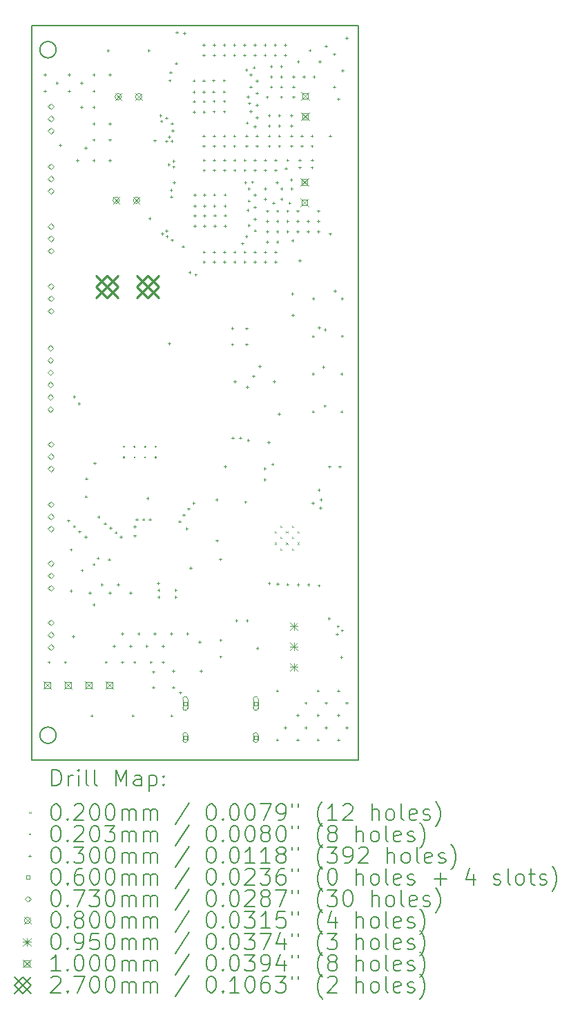
<source format=gbr>
%TF.GenerationSoftware,KiCad,Pcbnew,8.0.8*%
%TF.CreationDate,2025-02-25T21:21:12+02:00*%
%TF.ProjectId,minisumo_2025,6d696e69-7375-46d6-9f5f-323032352e6b,rev?*%
%TF.SameCoordinates,Original*%
%TF.FileFunction,Drillmap*%
%TF.FilePolarity,Positive*%
%FSLAX45Y45*%
G04 Gerber Fmt 4.5, Leading zero omitted, Abs format (unit mm)*
G04 Created by KiCad (PCBNEW 8.0.8) date 2025-02-25 21:21:12*
%MOMM*%
%LPD*%
G01*
G04 APERTURE LIST*
%ADD10C,0.200000*%
%ADD11C,0.100000*%
%ADD12C,0.270000*%
G04 APERTURE END LIST*
D10*
X11038438Y-13845000D02*
X15050000Y-13845000D01*
X11038438Y-4845000D02*
X11038438Y-13845000D01*
X15050000Y-4845000D02*
X11038438Y-4845000D01*
X11340038Y-13545000D02*
G75*
G02*
X11140038Y-13545000I-100000J0D01*
G01*
X11140038Y-13545000D02*
G75*
G02*
X11340038Y-13545000I100000J0D01*
G01*
X11340038Y-5145000D02*
G75*
G02*
X11140038Y-5145000I-100000J0D01*
G01*
X11140038Y-5145000D02*
G75*
G02*
X11340038Y-5145000I100000J0D01*
G01*
X15050000Y-13845000D02*
X15050000Y-4845000D01*
D11*
X14019000Y-11045000D02*
X14039000Y-11065000D01*
X14039000Y-11045000D02*
X14019000Y-11065000D01*
X14019000Y-11185000D02*
X14039000Y-11205000D01*
X14039000Y-11185000D02*
X14019000Y-11205000D01*
X14089000Y-10975000D02*
X14109000Y-10995000D01*
X14109000Y-10975000D02*
X14089000Y-10995000D01*
X14089000Y-11115000D02*
X14109000Y-11135000D01*
X14109000Y-11115000D02*
X14089000Y-11135000D01*
X14089000Y-11255000D02*
X14109000Y-11275000D01*
X14109000Y-11255000D02*
X14089000Y-11275000D01*
X14159000Y-11045000D02*
X14179000Y-11065000D01*
X14179000Y-11045000D02*
X14159000Y-11065000D01*
X14159000Y-11185000D02*
X14179000Y-11205000D01*
X14179000Y-11185000D02*
X14159000Y-11205000D01*
X14229000Y-10975000D02*
X14249000Y-10995000D01*
X14249000Y-10975000D02*
X14229000Y-10995000D01*
X14229000Y-11115000D02*
X14249000Y-11135000D01*
X14249000Y-11115000D02*
X14229000Y-11135000D01*
X14229000Y-11255000D02*
X14249000Y-11275000D01*
X14249000Y-11255000D02*
X14229000Y-11275000D01*
X14299000Y-11045000D02*
X14319000Y-11065000D01*
X14319000Y-11045000D02*
X14299000Y-11065000D01*
X14299000Y-11185000D02*
X14319000Y-11205000D01*
X14319000Y-11185000D02*
X14299000Y-11205000D01*
X12180660Y-10011000D02*
G75*
G02*
X12160340Y-10011000I-10160J0D01*
G01*
X12160340Y-10011000D02*
G75*
G02*
X12180660Y-10011000I10160J0D01*
G01*
X12180660Y-10141000D02*
G75*
G02*
X12160340Y-10141000I-10160J0D01*
G01*
X12160340Y-10141000D02*
G75*
G02*
X12180660Y-10141000I10160J0D01*
G01*
X12310660Y-10011000D02*
G75*
G02*
X12290340Y-10011000I-10160J0D01*
G01*
X12290340Y-10011000D02*
G75*
G02*
X12310660Y-10011000I10160J0D01*
G01*
X12310660Y-10141000D02*
G75*
G02*
X12290340Y-10141000I-10160J0D01*
G01*
X12290340Y-10141000D02*
G75*
G02*
X12310660Y-10141000I10160J0D01*
G01*
X12440660Y-10011000D02*
G75*
G02*
X12420340Y-10011000I-10160J0D01*
G01*
X12420340Y-10011000D02*
G75*
G02*
X12440660Y-10011000I10160J0D01*
G01*
X12440660Y-10141000D02*
G75*
G02*
X12420340Y-10141000I-10160J0D01*
G01*
X12420340Y-10141000D02*
G75*
G02*
X12440660Y-10141000I10160J0D01*
G01*
X12570660Y-10011000D02*
G75*
G02*
X12550340Y-10011000I-10160J0D01*
G01*
X12550340Y-10011000D02*
G75*
G02*
X12570660Y-10011000I10160J0D01*
G01*
X12570660Y-10141000D02*
G75*
G02*
X12550340Y-10141000I-10160J0D01*
G01*
X12550340Y-10141000D02*
G75*
G02*
X12570660Y-10141000I10160J0D01*
G01*
X11200000Y-5435000D02*
X11200000Y-5465000D01*
X11185000Y-5450000D02*
X11215000Y-5450000D01*
X11200000Y-5635000D02*
X11200000Y-5665000D01*
X11185000Y-5650000D02*
X11215000Y-5650000D01*
X11250000Y-12635000D02*
X11250000Y-12665000D01*
X11235000Y-12650000D02*
X11265000Y-12650000D01*
X11350000Y-5535000D02*
X11350000Y-5565000D01*
X11335000Y-5550000D02*
X11365000Y-5550000D01*
X11390000Y-6296763D02*
X11390000Y-6326763D01*
X11375000Y-6311763D02*
X11405000Y-6311763D01*
X11450000Y-12635000D02*
X11450000Y-12665000D01*
X11435000Y-12650000D02*
X11465000Y-12650000D01*
X11490000Y-10900000D02*
X11490000Y-10930000D01*
X11475000Y-10915000D02*
X11505000Y-10915000D01*
X11500000Y-5435000D02*
X11500000Y-5465000D01*
X11485000Y-5450000D02*
X11515000Y-5450000D01*
X11500000Y-5635000D02*
X11500000Y-5665000D01*
X11485000Y-5650000D02*
X11515000Y-5650000D01*
X11520000Y-11255000D02*
X11520000Y-11285000D01*
X11505000Y-11270000D02*
X11535000Y-11270000D01*
X11520000Y-11760000D02*
X11520000Y-11790000D01*
X11505000Y-11775000D02*
X11535000Y-11775000D01*
X11550000Y-12320000D02*
X11550000Y-12350000D01*
X11535000Y-12335000D02*
X11565000Y-12335000D01*
X11560000Y-9380000D02*
X11560000Y-9410000D01*
X11545000Y-9395000D02*
X11575000Y-9395000D01*
X11560000Y-10970000D02*
X11560000Y-11000000D01*
X11545000Y-10985000D02*
X11575000Y-10985000D01*
X11600000Y-6485000D02*
X11600000Y-6515000D01*
X11585000Y-6500000D02*
X11615000Y-6500000D01*
X11620000Y-9465000D02*
X11620000Y-9495000D01*
X11605000Y-9480000D02*
X11635000Y-9480000D01*
X11625000Y-11035000D02*
X11625000Y-11065000D01*
X11610000Y-11050000D02*
X11640000Y-11050000D01*
X11650000Y-5535000D02*
X11650000Y-5565000D01*
X11635000Y-5550000D02*
X11665000Y-5550000D01*
X11650000Y-5835000D02*
X11650000Y-5865000D01*
X11635000Y-5850000D02*
X11665000Y-5850000D01*
X11655000Y-11510000D02*
X11655000Y-11540000D01*
X11640000Y-11525000D02*
X11670000Y-11525000D01*
X11700000Y-6335000D02*
X11700000Y-6365000D01*
X11685000Y-6350000D02*
X11715000Y-6350000D01*
X11700000Y-11100000D02*
X11700000Y-11130000D01*
X11685000Y-11115000D02*
X11715000Y-11115000D01*
X11705000Y-10605000D02*
X11705000Y-10635000D01*
X11690000Y-10620000D02*
X11720000Y-10620000D01*
X11710000Y-10385000D02*
X11710000Y-10415000D01*
X11695000Y-10400000D02*
X11725000Y-10400000D01*
X11750000Y-11785000D02*
X11750000Y-11815000D01*
X11735000Y-11800000D02*
X11765000Y-11800000D01*
X11775000Y-13290000D02*
X11775000Y-13320000D01*
X11760000Y-13305000D02*
X11790000Y-13305000D01*
X11800000Y-5435000D02*
X11800000Y-5465000D01*
X11785000Y-5450000D02*
X11815000Y-5450000D01*
X11800000Y-5635000D02*
X11800000Y-5665000D01*
X11785000Y-5650000D02*
X11815000Y-5650000D01*
X11800000Y-5835000D02*
X11800000Y-5865000D01*
X11785000Y-5850000D02*
X11815000Y-5850000D01*
X11800000Y-6035000D02*
X11800000Y-6065000D01*
X11785000Y-6050000D02*
X11815000Y-6050000D01*
X11800000Y-6235000D02*
X11800000Y-6265000D01*
X11785000Y-6250000D02*
X11815000Y-6250000D01*
X11800000Y-6485000D02*
X11800000Y-6515000D01*
X11785000Y-6500000D02*
X11815000Y-6500000D01*
X11800000Y-11435000D02*
X11800000Y-11465000D01*
X11785000Y-11450000D02*
X11815000Y-11450000D01*
X11800000Y-11930000D02*
X11800000Y-11960000D01*
X11785000Y-11945000D02*
X11815000Y-11945000D01*
X11813000Y-10196000D02*
X11813000Y-10226000D01*
X11798000Y-10211000D02*
X11828000Y-10211000D01*
X11851000Y-11358000D02*
X11851000Y-11388000D01*
X11836000Y-11373000D02*
X11866000Y-11373000D01*
X11860000Y-10855000D02*
X11860000Y-10885000D01*
X11845000Y-10870000D02*
X11875000Y-10870000D01*
X11900000Y-11685000D02*
X11900000Y-11715000D01*
X11885000Y-11700000D02*
X11915000Y-11700000D01*
X11940000Y-10935000D02*
X11940000Y-10965000D01*
X11925000Y-10950000D02*
X11955000Y-10950000D01*
X11950000Y-12635000D02*
X11950000Y-12665000D01*
X11935000Y-12650000D02*
X11965000Y-12650000D01*
X11975000Y-5140000D02*
X11975000Y-5170000D01*
X11960000Y-5155000D02*
X11990000Y-5155000D01*
X11990000Y-11375000D02*
X11990000Y-11405000D01*
X11975000Y-11390000D02*
X12005000Y-11390000D01*
X12000000Y-5435000D02*
X12000000Y-5465000D01*
X11985000Y-5450000D02*
X12015000Y-5450000D01*
X12000000Y-6035000D02*
X12000000Y-6065000D01*
X11985000Y-6050000D02*
X12015000Y-6050000D01*
X12000000Y-6235000D02*
X12000000Y-6265000D01*
X11985000Y-6250000D02*
X12015000Y-6250000D01*
X12000000Y-6485000D02*
X12000000Y-6515000D01*
X11985000Y-6500000D02*
X12015000Y-6500000D01*
X12000000Y-11785000D02*
X12000000Y-11815000D01*
X11985000Y-11800000D02*
X12015000Y-11800000D01*
X12005000Y-10990000D02*
X12005000Y-11020000D01*
X11990000Y-11005000D02*
X12020000Y-11005000D01*
X12050000Y-12435000D02*
X12050000Y-12465000D01*
X12035000Y-12450000D02*
X12065000Y-12450000D01*
X12070000Y-11045000D02*
X12070000Y-11075000D01*
X12055000Y-11060000D02*
X12085000Y-11060000D01*
X12100000Y-11685000D02*
X12100000Y-11715000D01*
X12085000Y-11700000D02*
X12115000Y-11700000D01*
X12135000Y-11100000D02*
X12135000Y-11130000D01*
X12120000Y-11115000D02*
X12150000Y-11115000D01*
X12150000Y-12285000D02*
X12150000Y-12315000D01*
X12135000Y-12300000D02*
X12165000Y-12300000D01*
X12150000Y-12635000D02*
X12150000Y-12665000D01*
X12135000Y-12650000D02*
X12165000Y-12650000D01*
X12250000Y-11785000D02*
X12250000Y-11815000D01*
X12235000Y-11800000D02*
X12265000Y-11800000D01*
X12250000Y-12435000D02*
X12250000Y-12465000D01*
X12235000Y-12450000D02*
X12265000Y-12450000D01*
X12280000Y-13290000D02*
X12280000Y-13320000D01*
X12265000Y-13305000D02*
X12295000Y-13305000D01*
X12300000Y-12635000D02*
X12300000Y-12665000D01*
X12285000Y-12650000D02*
X12315000Y-12650000D01*
X12302500Y-10972500D02*
X12302500Y-11002500D01*
X12287500Y-10987500D02*
X12317500Y-10987500D01*
X12302500Y-11085000D02*
X12302500Y-11115000D01*
X12287500Y-11100000D02*
X12317500Y-11100000D01*
X12330000Y-10885000D02*
X12330000Y-10915000D01*
X12315000Y-10900000D02*
X12345000Y-10900000D01*
X12350000Y-12285000D02*
X12350000Y-12315000D01*
X12335000Y-12300000D02*
X12365000Y-12300000D01*
X12410000Y-10885000D02*
X12410000Y-10915000D01*
X12395000Y-10900000D02*
X12425000Y-10900000D01*
X12450000Y-12435000D02*
X12450000Y-12465000D01*
X12435000Y-12450000D02*
X12465000Y-12450000D01*
X12460000Y-10625000D02*
X12460000Y-10655000D01*
X12445000Y-10640000D02*
X12475000Y-10640000D01*
X12475000Y-5140000D02*
X12475000Y-5170000D01*
X12460000Y-5155000D02*
X12490000Y-5155000D01*
X12485000Y-7195000D02*
X12485000Y-7225000D01*
X12470000Y-7210000D02*
X12500000Y-7210000D01*
X12490000Y-10885000D02*
X12490000Y-10915000D01*
X12475000Y-10900000D02*
X12505000Y-10900000D01*
X12500000Y-12635000D02*
X12500000Y-12665000D01*
X12485000Y-12650000D02*
X12515000Y-12650000D01*
X12532250Y-12753000D02*
X12532250Y-12783000D01*
X12517250Y-12768000D02*
X12547250Y-12768000D01*
X12532250Y-12942000D02*
X12532250Y-12972000D01*
X12517250Y-12957000D02*
X12547250Y-12957000D01*
X12547500Y-6242500D02*
X12547500Y-6272500D01*
X12532500Y-6257500D02*
X12562500Y-6257500D01*
X12550000Y-12285000D02*
X12550000Y-12315000D01*
X12535000Y-12300000D02*
X12565000Y-12300000D01*
X12592500Y-11667500D02*
X12592500Y-11697500D01*
X12577500Y-11682500D02*
X12607500Y-11682500D01*
X12595000Y-11750000D02*
X12595000Y-11780000D01*
X12580000Y-11765000D02*
X12610000Y-11765000D01*
X12595000Y-11835000D02*
X12595000Y-11865000D01*
X12580000Y-11850000D02*
X12610000Y-11850000D01*
X12620000Y-5935000D02*
X12620000Y-5965000D01*
X12605000Y-5950000D02*
X12635000Y-5950000D01*
X12630000Y-6005000D02*
X12630000Y-6035000D01*
X12615000Y-6020000D02*
X12645000Y-6020000D01*
X12640500Y-7382000D02*
X12640500Y-7412000D01*
X12625500Y-7397000D02*
X12655500Y-7397000D01*
X12650000Y-12435000D02*
X12650000Y-12465000D01*
X12635000Y-12450000D02*
X12665000Y-12450000D01*
X12650000Y-12635000D02*
X12650000Y-12665000D01*
X12635000Y-12650000D02*
X12665000Y-12650000D01*
X12690000Y-5965000D02*
X12690000Y-5995000D01*
X12675000Y-5980000D02*
X12705000Y-5980000D01*
X12692000Y-6251000D02*
X12692000Y-6281000D01*
X12677000Y-6266000D02*
X12707000Y-6266000D01*
X12693500Y-7350000D02*
X12693500Y-7380000D01*
X12678500Y-7365000D02*
X12708500Y-7365000D01*
X12696500Y-7415000D02*
X12696500Y-7445000D01*
X12681500Y-7430000D02*
X12711500Y-7430000D01*
X12720000Y-6535000D02*
X12720000Y-6565000D01*
X12705000Y-6550000D02*
X12735000Y-6550000D01*
X12725000Y-6195000D02*
X12725000Y-6225000D01*
X12710000Y-6210000D02*
X12740000Y-6210000D01*
X12725000Y-8730000D02*
X12725000Y-8760000D01*
X12710000Y-8745000D02*
X12740000Y-8745000D01*
X12730500Y-5505500D02*
X12730500Y-5535500D01*
X12715500Y-5520500D02*
X12745500Y-5520500D01*
X12742841Y-5407438D02*
X12742841Y-5437438D01*
X12727841Y-5422438D02*
X12757841Y-5422438D01*
X12748722Y-6851000D02*
X12748722Y-6881000D01*
X12733722Y-6866000D02*
X12763722Y-6866000D01*
X12750000Y-12285000D02*
X12750000Y-12315000D01*
X12735000Y-12300000D02*
X12765000Y-12300000D01*
X12750050Y-6930989D02*
X12750050Y-6960989D01*
X12735050Y-6945989D02*
X12765050Y-6945989D01*
X12755000Y-13290000D02*
X12755000Y-13320000D01*
X12740000Y-13305000D02*
X12770000Y-13305000D01*
X12757000Y-6248000D02*
X12757000Y-6278000D01*
X12742000Y-6263000D02*
X12772000Y-6263000D01*
X12760000Y-6032500D02*
X12760000Y-6062500D01*
X12745000Y-6047500D02*
X12775000Y-6047500D01*
X12761821Y-7461187D02*
X12761821Y-7491187D01*
X12746821Y-7476187D02*
X12776821Y-7476187D01*
X12770000Y-6120000D02*
X12770000Y-6150000D01*
X12755000Y-6135000D02*
X12785000Y-6135000D01*
X12775250Y-12742000D02*
X12775250Y-12772000D01*
X12760250Y-12757000D02*
X12790250Y-12757000D01*
X12775250Y-12942000D02*
X12775250Y-12972000D01*
X12760250Y-12957000D02*
X12790250Y-12957000D01*
X12780000Y-6495000D02*
X12780000Y-6525000D01*
X12765000Y-6510000D02*
X12795000Y-6510000D01*
X12780000Y-6565000D02*
X12780000Y-6595000D01*
X12765000Y-6580000D02*
X12795000Y-6580000D01*
X12786175Y-6753785D02*
X12786175Y-6783785D01*
X12771175Y-6768785D02*
X12801175Y-6768785D01*
X12805000Y-11750000D02*
X12805000Y-11780000D01*
X12790000Y-11765000D02*
X12820000Y-11765000D01*
X12805000Y-11835000D02*
X12805000Y-11865000D01*
X12790000Y-11850000D02*
X12820000Y-11850000D01*
X12808500Y-5296500D02*
X12808500Y-5326500D01*
X12793500Y-5311500D02*
X12823500Y-5311500D01*
X12817000Y-4915000D02*
X12817000Y-4945000D01*
X12802000Y-4930000D02*
X12832000Y-4930000D01*
X12851000Y-10909000D02*
X12851000Y-10939000D01*
X12836000Y-10924000D02*
X12866000Y-10924000D01*
X12859468Y-13008275D02*
X12859468Y-13038275D01*
X12844468Y-13023275D02*
X12874468Y-13023275D01*
X12895152Y-7540000D02*
X12895152Y-7570000D01*
X12880152Y-7555000D02*
X12910152Y-7555000D01*
X12902000Y-10831000D02*
X12902000Y-10861000D01*
X12887000Y-10846000D02*
X12917000Y-10846000D01*
X12910000Y-4925000D02*
X12910000Y-4955000D01*
X12895000Y-4940000D02*
X12925000Y-4940000D01*
X12940000Y-10998000D02*
X12940000Y-11028000D01*
X12925000Y-11013000D02*
X12955000Y-11013000D01*
X12950000Y-12285000D02*
X12950000Y-12315000D01*
X12935000Y-12300000D02*
X12965000Y-12300000D01*
X12965000Y-10755000D02*
X12965000Y-10785000D01*
X12950000Y-10770000D02*
X12980000Y-10770000D01*
X12977500Y-7857000D02*
X12977500Y-7887000D01*
X12962500Y-7872000D02*
X12992500Y-7872000D01*
X12988306Y-11478306D02*
X12988306Y-11508306D01*
X12973306Y-11493306D02*
X13003306Y-11493306D01*
X13025000Y-10685000D02*
X13025000Y-10715000D01*
X13010000Y-10700000D02*
X13040000Y-10700000D01*
X13027500Y-5508000D02*
X13027500Y-5538000D01*
X13012500Y-5523000D02*
X13042500Y-5523000D01*
X13027500Y-5645500D02*
X13027500Y-5675500D01*
X13012500Y-5660500D02*
X13042500Y-5660500D01*
X13030000Y-5763000D02*
X13030000Y-5793000D01*
X13015000Y-5778000D02*
X13045000Y-5778000D01*
X13030000Y-5890500D02*
X13030000Y-5920500D01*
X13015000Y-5905500D02*
X13045000Y-5905500D01*
X13037500Y-6907500D02*
X13037500Y-6937500D01*
X13022500Y-6922500D02*
X13052500Y-6922500D01*
X13037500Y-7045000D02*
X13037500Y-7075000D01*
X13022500Y-7060000D02*
X13052500Y-7060000D01*
X13037500Y-7163500D02*
X13037500Y-7193500D01*
X13022500Y-7178500D02*
X13052500Y-7178500D01*
X13037500Y-7291000D02*
X13037500Y-7321000D01*
X13022500Y-7306000D02*
X13052500Y-7306000D01*
X13051000Y-7885000D02*
X13051000Y-7915000D01*
X13036000Y-7900000D02*
X13066000Y-7900000D01*
X13100000Y-12385000D02*
X13100000Y-12415000D01*
X13085000Y-12400000D02*
X13115000Y-12400000D01*
X13116000Y-12742000D02*
X13116000Y-12772000D01*
X13101000Y-12757000D02*
X13131000Y-12757000D01*
X13150000Y-5070000D02*
X13150000Y-5100000D01*
X13135000Y-5085000D02*
X13165000Y-5085000D01*
X13150000Y-5195000D02*
X13150000Y-5225000D01*
X13135000Y-5210000D02*
X13165000Y-5210000D01*
X13150000Y-5508000D02*
X13150000Y-5538000D01*
X13135000Y-5523000D02*
X13165000Y-5523000D01*
X13150000Y-5645500D02*
X13150000Y-5675500D01*
X13135000Y-5660500D02*
X13165000Y-5660500D01*
X13150000Y-6185000D02*
X13150000Y-6215000D01*
X13135000Y-6200000D02*
X13165000Y-6200000D01*
X13150000Y-6310000D02*
X13150000Y-6340000D01*
X13135000Y-6325000D02*
X13165000Y-6325000D01*
X13152500Y-5763000D02*
X13152500Y-5793000D01*
X13137500Y-5778000D02*
X13167500Y-5778000D01*
X13152500Y-5890500D02*
X13152500Y-5920500D01*
X13137500Y-5905500D02*
X13167500Y-5905500D01*
X13152500Y-6482000D02*
X13152500Y-6512000D01*
X13137500Y-6497000D02*
X13167500Y-6497000D01*
X13152500Y-6607000D02*
X13152500Y-6637000D01*
X13137500Y-6622000D02*
X13167500Y-6622000D01*
X13152500Y-7607000D02*
X13152500Y-7637000D01*
X13137500Y-7622000D02*
X13167500Y-7622000D01*
X13152500Y-7732000D02*
X13152500Y-7762000D01*
X13137500Y-7747000D02*
X13167500Y-7747000D01*
X13160000Y-6907500D02*
X13160000Y-6937500D01*
X13145000Y-6922500D02*
X13175000Y-6922500D01*
X13160000Y-7045000D02*
X13160000Y-7075000D01*
X13145000Y-7060000D02*
X13175000Y-7060000D01*
X13160000Y-7163500D02*
X13160000Y-7193500D01*
X13145000Y-7178500D02*
X13175000Y-7178500D01*
X13160000Y-7291000D02*
X13160000Y-7321000D01*
X13145000Y-7306000D02*
X13175000Y-7306000D01*
X13270000Y-5505500D02*
X13270000Y-5535500D01*
X13255000Y-5520500D02*
X13285000Y-5520500D01*
X13270000Y-5643000D02*
X13270000Y-5673000D01*
X13255000Y-5658000D02*
X13285000Y-5658000D01*
X13272500Y-5760500D02*
X13272500Y-5790500D01*
X13257500Y-5775500D02*
X13287500Y-5775500D01*
X13272500Y-5888000D02*
X13272500Y-5918000D01*
X13257500Y-5903000D02*
X13287500Y-5903000D01*
X13275000Y-5070000D02*
X13275000Y-5100000D01*
X13260000Y-5085000D02*
X13290000Y-5085000D01*
X13275000Y-5195000D02*
X13275000Y-5225000D01*
X13260000Y-5210000D02*
X13290000Y-5210000D01*
X13275000Y-6185000D02*
X13275000Y-6215000D01*
X13260000Y-6200000D02*
X13290000Y-6200000D01*
X13275000Y-6310000D02*
X13275000Y-6340000D01*
X13260000Y-6325000D02*
X13290000Y-6325000D01*
X13277500Y-6482000D02*
X13277500Y-6512000D01*
X13262500Y-6497000D02*
X13292500Y-6497000D01*
X13277500Y-6607000D02*
X13277500Y-6637000D01*
X13262500Y-6622000D02*
X13292500Y-6622000D01*
X13277500Y-7607000D02*
X13277500Y-7637000D01*
X13262500Y-7622000D02*
X13292500Y-7622000D01*
X13277500Y-7732000D02*
X13277500Y-7762000D01*
X13262500Y-7747000D02*
X13292500Y-7747000D01*
X13280000Y-6905000D02*
X13280000Y-6935000D01*
X13265000Y-6920000D02*
X13295000Y-6920000D01*
X13280000Y-7042500D02*
X13280000Y-7072500D01*
X13265000Y-7057500D02*
X13295000Y-7057500D01*
X13282500Y-7160000D02*
X13282500Y-7190000D01*
X13267500Y-7175000D02*
X13297500Y-7175000D01*
X13282500Y-7287500D02*
X13282500Y-7317500D01*
X13267500Y-7302500D02*
X13297500Y-7302500D01*
X13307500Y-10642500D02*
X13307500Y-10672500D01*
X13292500Y-10657500D02*
X13322500Y-10657500D01*
X13310000Y-11145000D02*
X13310000Y-11175000D01*
X13295000Y-11160000D02*
X13325000Y-11160000D01*
X13354194Y-11374194D02*
X13354194Y-11404194D01*
X13339194Y-11389194D02*
X13369194Y-11389194D01*
X13355000Y-12364000D02*
X13355000Y-12394000D01*
X13340000Y-12379000D02*
X13370000Y-12379000D01*
X13355000Y-12568000D02*
X13355000Y-12598000D01*
X13340000Y-12583000D02*
X13370000Y-12583000D01*
X13397500Y-5505500D02*
X13397500Y-5535500D01*
X13382500Y-5520500D02*
X13412500Y-5520500D01*
X13397500Y-5643000D02*
X13397500Y-5673000D01*
X13382500Y-5658000D02*
X13412500Y-5658000D01*
X13400000Y-5070000D02*
X13400000Y-5100000D01*
X13385000Y-5085000D02*
X13415000Y-5085000D01*
X13400000Y-5195000D02*
X13400000Y-5225000D01*
X13385000Y-5210000D02*
X13415000Y-5210000D01*
X13400000Y-5760500D02*
X13400000Y-5790500D01*
X13385000Y-5775500D02*
X13415000Y-5775500D01*
X13400000Y-5888000D02*
X13400000Y-5918000D01*
X13385000Y-5903000D02*
X13415000Y-5903000D01*
X13400000Y-6185000D02*
X13400000Y-6215000D01*
X13385000Y-6200000D02*
X13415000Y-6200000D01*
X13400000Y-6310000D02*
X13400000Y-6340000D01*
X13385000Y-6325000D02*
X13415000Y-6325000D01*
X13402500Y-6482000D02*
X13402500Y-6512000D01*
X13387500Y-6497000D02*
X13417500Y-6497000D01*
X13402500Y-6607000D02*
X13402500Y-6637000D01*
X13387500Y-6622000D02*
X13417500Y-6622000D01*
X13402500Y-7607000D02*
X13402500Y-7637000D01*
X13387500Y-7622000D02*
X13417500Y-7622000D01*
X13402500Y-7732000D02*
X13402500Y-7762000D01*
X13387500Y-7747000D02*
X13417500Y-7747000D01*
X13407500Y-6905000D02*
X13407500Y-6935000D01*
X13392500Y-6920000D02*
X13422500Y-6920000D01*
X13407500Y-7042500D02*
X13407500Y-7072500D01*
X13392500Y-7057500D02*
X13422500Y-7057500D01*
X13410000Y-7160000D02*
X13410000Y-7190000D01*
X13395000Y-7175000D02*
X13425000Y-7175000D01*
X13410000Y-7287500D02*
X13410000Y-7317500D01*
X13395000Y-7302500D02*
X13425000Y-7302500D01*
X13410000Y-10235000D02*
X13410000Y-10265000D01*
X13395000Y-10250000D02*
X13425000Y-10250000D01*
X13500000Y-8541000D02*
X13500000Y-8571000D01*
X13485000Y-8556000D02*
X13515000Y-8556000D01*
X13500000Y-8740000D02*
X13500000Y-8770000D01*
X13485000Y-8755000D02*
X13515000Y-8755000D01*
X13505000Y-9885000D02*
X13505000Y-9915000D01*
X13490000Y-9900000D02*
X13520000Y-9900000D01*
X13525000Y-5070000D02*
X13525000Y-5100000D01*
X13510000Y-5085000D02*
X13540000Y-5085000D01*
X13525000Y-5195000D02*
X13525000Y-5225000D01*
X13510000Y-5210000D02*
X13540000Y-5210000D01*
X13525000Y-6185000D02*
X13525000Y-6215000D01*
X13510000Y-6200000D02*
X13540000Y-6200000D01*
X13525000Y-6310000D02*
X13525000Y-6340000D01*
X13510000Y-6325000D02*
X13540000Y-6325000D01*
X13527500Y-6482000D02*
X13527500Y-6512000D01*
X13512500Y-6497000D02*
X13542500Y-6497000D01*
X13527500Y-6607000D02*
X13527500Y-6637000D01*
X13512500Y-6622000D02*
X13542500Y-6622000D01*
X13527500Y-7607000D02*
X13527500Y-7637000D01*
X13512500Y-7622000D02*
X13542500Y-7622000D01*
X13527500Y-7732000D02*
X13527500Y-7762000D01*
X13512500Y-7747000D02*
X13542500Y-7747000D01*
X13529073Y-9193927D02*
X13529073Y-9223927D01*
X13514073Y-9208927D02*
X13544073Y-9208927D01*
X13550000Y-12125000D02*
X13550000Y-12155000D01*
X13535000Y-12140000D02*
X13565000Y-12140000D01*
X13600000Y-9885000D02*
X13600000Y-9915000D01*
X13585000Y-9900000D02*
X13615000Y-9900000D01*
X13624876Y-7504650D02*
X13624876Y-7534650D01*
X13609876Y-7519650D02*
X13639876Y-7519650D01*
X13650000Y-5070000D02*
X13650000Y-5100000D01*
X13635000Y-5085000D02*
X13665000Y-5085000D01*
X13650000Y-5195000D02*
X13650000Y-5225000D01*
X13635000Y-5210000D02*
X13665000Y-5210000D01*
X13652500Y-6482000D02*
X13652500Y-6512000D01*
X13637500Y-6497000D02*
X13667500Y-6497000D01*
X13652500Y-6607000D02*
X13652500Y-6637000D01*
X13637500Y-6622000D02*
X13667500Y-6622000D01*
X13652500Y-7607000D02*
X13652500Y-7637000D01*
X13637500Y-7622000D02*
X13667500Y-7622000D01*
X13652500Y-7732000D02*
X13652500Y-7762000D01*
X13637500Y-7747000D02*
X13667500Y-7747000D01*
X13660000Y-6755000D02*
X13660000Y-6785000D01*
X13645000Y-6770000D02*
X13675000Y-6770000D01*
X13660000Y-10670000D02*
X13660000Y-10700000D01*
X13645000Y-10685000D02*
X13675000Y-10685000D01*
X13670000Y-5375000D02*
X13670000Y-5405000D01*
X13655000Y-5390000D02*
X13685000Y-5390000D01*
X13670000Y-7415000D02*
X13670000Y-7445000D01*
X13655000Y-7430000D02*
X13685000Y-7430000D01*
X13675000Y-6185000D02*
X13675000Y-6215000D01*
X13660000Y-6200000D02*
X13690000Y-6200000D01*
X13675000Y-6310000D02*
X13675000Y-6340000D01*
X13660000Y-6325000D02*
X13690000Y-6325000D01*
X13675000Y-8545000D02*
X13675000Y-8575000D01*
X13660000Y-8560000D02*
X13690000Y-8560000D01*
X13675000Y-8740000D02*
X13675000Y-8770000D01*
X13660000Y-8755000D02*
X13690000Y-8755000D01*
X13680000Y-6025000D02*
X13680000Y-6055000D01*
X13665000Y-6040000D02*
X13695000Y-6040000D01*
X13680000Y-12125000D02*
X13680000Y-12155000D01*
X13665000Y-12140000D02*
X13695000Y-12140000D01*
X13684000Y-9264000D02*
X13684000Y-9294000D01*
X13669000Y-9279000D02*
X13699000Y-9279000D01*
X13687500Y-7092500D02*
X13687500Y-7122500D01*
X13672500Y-7107500D02*
X13702500Y-7107500D01*
X13690000Y-5705000D02*
X13690000Y-5735000D01*
X13675000Y-5720000D02*
X13705000Y-5720000D01*
X13695000Y-9912000D02*
X13695000Y-9942000D01*
X13680000Y-9927000D02*
X13710000Y-9927000D01*
X13702500Y-6832000D02*
X13702500Y-6862000D01*
X13687500Y-6847000D02*
X13717500Y-6847000D01*
X13702500Y-6982000D02*
X13702500Y-7012000D01*
X13687500Y-6997000D02*
X13717500Y-6997000D01*
X13702500Y-7282000D02*
X13702500Y-7312000D01*
X13687500Y-7297000D02*
X13717500Y-7297000D01*
X13710000Y-5785000D02*
X13710000Y-5815000D01*
X13695000Y-5800000D02*
X13725000Y-5800000D01*
X13725000Y-5435000D02*
X13725000Y-5465000D01*
X13710000Y-5450000D02*
X13740000Y-5450000D01*
X13725000Y-5585000D02*
X13725000Y-5615000D01*
X13710000Y-5600000D02*
X13740000Y-5600000D01*
X13725000Y-5885000D02*
X13725000Y-5915000D01*
X13710000Y-5900000D02*
X13740000Y-5900000D01*
X13745000Y-6750000D02*
X13745000Y-6780000D01*
X13730000Y-6765000D02*
X13760000Y-6765000D01*
X13757500Y-9130000D02*
X13757500Y-9160000D01*
X13742500Y-9145000D02*
X13772500Y-9145000D01*
X13765000Y-5347500D02*
X13765000Y-5377500D01*
X13750000Y-5362500D02*
X13780000Y-5362500D01*
X13775000Y-5070000D02*
X13775000Y-5100000D01*
X13760000Y-5085000D02*
X13790000Y-5085000D01*
X13775000Y-5195000D02*
X13775000Y-5225000D01*
X13760000Y-5210000D02*
X13790000Y-5210000D01*
X13775000Y-6070000D02*
X13775000Y-6100000D01*
X13760000Y-6085000D02*
X13790000Y-6085000D01*
X13777500Y-6482000D02*
X13777500Y-6512000D01*
X13762500Y-6497000D02*
X13792500Y-6497000D01*
X13777500Y-6607000D02*
X13777500Y-6637000D01*
X13762500Y-6622000D02*
X13792500Y-6622000D01*
X13777500Y-6907000D02*
X13777500Y-6937000D01*
X13762500Y-6922000D02*
X13792500Y-6922000D01*
X13777500Y-7057000D02*
X13777500Y-7087000D01*
X13762500Y-7072000D02*
X13792500Y-7072000D01*
X13777500Y-7207000D02*
X13777500Y-7237000D01*
X13762500Y-7222000D02*
X13792500Y-7222000D01*
X13777500Y-7607000D02*
X13777500Y-7637000D01*
X13762500Y-7622000D02*
X13792500Y-7622000D01*
X13777500Y-7732000D02*
X13777500Y-7762000D01*
X13762500Y-7747000D02*
X13792500Y-7747000D01*
X13780000Y-7345000D02*
X13780000Y-7375000D01*
X13765000Y-7360000D02*
X13795000Y-7360000D01*
X13800000Y-5510000D02*
X13800000Y-5540000D01*
X13785000Y-5525000D02*
X13815000Y-5525000D01*
X13800000Y-5660000D02*
X13800000Y-5690000D01*
X13785000Y-5675000D02*
X13815000Y-5675000D01*
X13800000Y-5810000D02*
X13800000Y-5840000D01*
X13785000Y-5825000D02*
X13815000Y-5825000D01*
X13800000Y-5960000D02*
X13800000Y-5990000D01*
X13785000Y-5975000D02*
X13815000Y-5975000D01*
X13800000Y-6185000D02*
X13800000Y-6215000D01*
X13785000Y-6200000D02*
X13815000Y-6200000D01*
X13800000Y-6310000D02*
X13800000Y-6340000D01*
X13785000Y-6325000D02*
X13815000Y-6325000D01*
X13807000Y-12462000D02*
X13807000Y-12492000D01*
X13792000Y-12477000D02*
X13822000Y-12477000D01*
X13835000Y-9010000D02*
X13835000Y-9040000D01*
X13820000Y-9025000D02*
X13850000Y-9025000D01*
X13897500Y-10263000D02*
X13897500Y-10293000D01*
X13882500Y-10278000D02*
X13912500Y-10278000D01*
X13897500Y-10395000D02*
X13897500Y-10425000D01*
X13882500Y-10410000D02*
X13912500Y-10410000D01*
X13900000Y-5070000D02*
X13900000Y-5100000D01*
X13885000Y-5085000D02*
X13915000Y-5085000D01*
X13900000Y-5195000D02*
X13900000Y-5225000D01*
X13885000Y-5210000D02*
X13915000Y-5210000D01*
X13902500Y-6482000D02*
X13902500Y-6512000D01*
X13887500Y-6497000D02*
X13917500Y-6497000D01*
X13902500Y-6607000D02*
X13902500Y-6637000D01*
X13887500Y-6622000D02*
X13917500Y-6622000D01*
X13902500Y-6832000D02*
X13902500Y-6862000D01*
X13887500Y-6847000D02*
X13917500Y-6847000D01*
X13902500Y-6957000D02*
X13902500Y-6987000D01*
X13887500Y-6972000D02*
X13917500Y-6972000D01*
X13902500Y-7607000D02*
X13902500Y-7637000D01*
X13887500Y-7622000D02*
X13917500Y-7622000D01*
X13902500Y-7732000D02*
X13902500Y-7762000D01*
X13887500Y-7747000D02*
X13917500Y-7747000D01*
X13925000Y-5710000D02*
X13925000Y-5740000D01*
X13910000Y-5725000D02*
X13940000Y-5725000D01*
X13927500Y-7107000D02*
X13927500Y-7137000D01*
X13912500Y-7122000D02*
X13942500Y-7122000D01*
X13927500Y-7232000D02*
X13927500Y-7262000D01*
X13912500Y-7247000D02*
X13942500Y-7247000D01*
X13927500Y-7357000D02*
X13927500Y-7387000D01*
X13912500Y-7372000D02*
X13942500Y-7372000D01*
X13927500Y-7482000D02*
X13927500Y-7512000D01*
X13912500Y-7497000D02*
X13942500Y-7497000D01*
X13946000Y-9940000D02*
X13946000Y-9970000D01*
X13931000Y-9955000D02*
X13961000Y-9955000D01*
X13950000Y-5935000D02*
X13950000Y-5965000D01*
X13935000Y-5950000D02*
X13965000Y-5950000D01*
X13950000Y-6060000D02*
X13950000Y-6090000D01*
X13935000Y-6075000D02*
X13965000Y-6075000D01*
X13950000Y-6185000D02*
X13950000Y-6215000D01*
X13935000Y-6200000D02*
X13965000Y-6200000D01*
X13950000Y-6310000D02*
X13950000Y-6340000D01*
X13935000Y-6325000D02*
X13965000Y-6325000D01*
X13950000Y-11665000D02*
X13950000Y-11695000D01*
X13935000Y-11680000D02*
X13965000Y-11680000D01*
X13975000Y-5335000D02*
X13975000Y-5365000D01*
X13960000Y-5350000D02*
X13990000Y-5350000D01*
X13975000Y-5460000D02*
X13975000Y-5490000D01*
X13960000Y-5475000D02*
X13990000Y-5475000D01*
X13975000Y-5585000D02*
X13975000Y-5615000D01*
X13960000Y-5600000D02*
X13990000Y-5600000D01*
X13992873Y-10207963D02*
X13992873Y-10237963D01*
X13977873Y-10222963D02*
X14007873Y-10222963D01*
X14002500Y-7007000D02*
X14002500Y-7037000D01*
X13987500Y-7022000D02*
X14017500Y-7022000D01*
X14015000Y-9193000D02*
X14015000Y-9223000D01*
X14000000Y-9208000D02*
X14030000Y-9208000D01*
X14025000Y-5070000D02*
X14025000Y-5100000D01*
X14010000Y-5085000D02*
X14040000Y-5085000D01*
X14025000Y-5195000D02*
X14025000Y-5225000D01*
X14010000Y-5210000D02*
X14040000Y-5210000D01*
X14027500Y-6482000D02*
X14027500Y-6512000D01*
X14012500Y-6497000D02*
X14042500Y-6497000D01*
X14027500Y-6607000D02*
X14027500Y-6637000D01*
X14012500Y-6622000D02*
X14042500Y-6622000D01*
X14027500Y-7607000D02*
X14027500Y-7637000D01*
X14012500Y-7622000D02*
X14042500Y-7622000D01*
X14027500Y-7732000D02*
X14027500Y-7762000D01*
X14012500Y-7747000D02*
X14042500Y-7747000D01*
X14047000Y-6756000D02*
X14047000Y-6786000D01*
X14032000Y-6771000D02*
X14062000Y-6771000D01*
X14050000Y-12985000D02*
X14050000Y-13015000D01*
X14035000Y-13000000D02*
X14065000Y-13000000D01*
X14050000Y-13585000D02*
X14050000Y-13615000D01*
X14035000Y-13600000D02*
X14065000Y-13600000D01*
X14052500Y-7107000D02*
X14052500Y-7137000D01*
X14037500Y-7122000D02*
X14067500Y-7122000D01*
X14052500Y-7232000D02*
X14052500Y-7262000D01*
X14037500Y-7247000D02*
X14067500Y-7247000D01*
X14052500Y-7357000D02*
X14052500Y-7387000D01*
X14037500Y-7372000D02*
X14067500Y-7372000D01*
X14052500Y-7482000D02*
X14052500Y-7512000D01*
X14037500Y-7497000D02*
X14067500Y-7497000D01*
X14055000Y-11675000D02*
X14055000Y-11705000D01*
X14040000Y-11690000D02*
X14070000Y-11690000D01*
X14070000Y-9594000D02*
X14070000Y-9624000D01*
X14055000Y-9609000D02*
X14085000Y-9609000D01*
X14075000Y-5935000D02*
X14075000Y-5965000D01*
X14060000Y-5950000D02*
X14090000Y-5950000D01*
X14075000Y-6060000D02*
X14075000Y-6090000D01*
X14060000Y-6075000D02*
X14090000Y-6075000D01*
X14075000Y-6185000D02*
X14075000Y-6215000D01*
X14060000Y-6200000D02*
X14090000Y-6200000D01*
X14075000Y-6310000D02*
X14075000Y-6340000D01*
X14060000Y-6325000D02*
X14090000Y-6325000D01*
X14100000Y-5335000D02*
X14100000Y-5365000D01*
X14085000Y-5350000D02*
X14115000Y-5350000D01*
X14100000Y-5460000D02*
X14100000Y-5490000D01*
X14085000Y-5475000D02*
X14115000Y-5475000D01*
X14100000Y-5585000D02*
X14100000Y-5615000D01*
X14085000Y-5600000D02*
X14115000Y-5600000D01*
X14100000Y-5710000D02*
X14100000Y-5740000D01*
X14085000Y-5725000D02*
X14115000Y-5725000D01*
X14102500Y-6832000D02*
X14102500Y-6862000D01*
X14087500Y-6847000D02*
X14117500Y-6847000D01*
X14102500Y-6957000D02*
X14102500Y-6987000D01*
X14087500Y-6972000D02*
X14117500Y-6972000D01*
X14150000Y-5070000D02*
X14150000Y-5100000D01*
X14135000Y-5085000D02*
X14165000Y-5085000D01*
X14150000Y-5195000D02*
X14150000Y-5225000D01*
X14135000Y-5210000D02*
X14165000Y-5210000D01*
X14150000Y-13435000D02*
X14150000Y-13465000D01*
X14135000Y-13450000D02*
X14165000Y-13450000D01*
X14157000Y-6584000D02*
X14157000Y-6614000D01*
X14142000Y-6599000D02*
X14172000Y-6599000D01*
X14177500Y-6482000D02*
X14177500Y-6512000D01*
X14162500Y-6497000D02*
X14192500Y-6497000D01*
X14177500Y-7107000D02*
X14177500Y-7137000D01*
X14162500Y-7122000D02*
X14192500Y-7122000D01*
X14177500Y-7232000D02*
X14177500Y-7262000D01*
X14162500Y-7247000D02*
X14192500Y-7247000D01*
X14177500Y-7357000D02*
X14177500Y-7387000D01*
X14162500Y-7372000D02*
X14192500Y-7372000D01*
X14177500Y-11680000D02*
X14177500Y-11710000D01*
X14162500Y-11695000D02*
X14192500Y-11695000D01*
X14202500Y-7007000D02*
X14202500Y-7037000D01*
X14187500Y-7022000D02*
X14217500Y-7022000D01*
X14222000Y-6724000D02*
X14222000Y-6754000D01*
X14207000Y-6739000D02*
X14237000Y-6739000D01*
X14225000Y-5935000D02*
X14225000Y-5965000D01*
X14210000Y-5950000D02*
X14240000Y-5950000D01*
X14225000Y-6060000D02*
X14225000Y-6090000D01*
X14210000Y-6075000D02*
X14240000Y-6075000D01*
X14225000Y-6185000D02*
X14225000Y-6215000D01*
X14210000Y-6200000D02*
X14240000Y-6200000D01*
X14225000Y-6310000D02*
X14225000Y-6340000D01*
X14210000Y-6325000D02*
X14240000Y-6325000D01*
X14227500Y-6832000D02*
X14227500Y-6862000D01*
X14212500Y-6847000D02*
X14242500Y-6847000D01*
X14237000Y-8120000D02*
X14237000Y-8150000D01*
X14222000Y-8135000D02*
X14252000Y-8135000D01*
X14237500Y-7467500D02*
X14237500Y-7497500D01*
X14222500Y-7482500D02*
X14252500Y-7482500D01*
X14240000Y-8380000D02*
X14240000Y-8410000D01*
X14225000Y-8395000D02*
X14255000Y-8395000D01*
X14250000Y-5460000D02*
X14250000Y-5490000D01*
X14235000Y-5475000D02*
X14265000Y-5475000D01*
X14250000Y-5585000D02*
X14250000Y-5615000D01*
X14235000Y-5600000D02*
X14265000Y-5600000D01*
X14250000Y-5710000D02*
X14250000Y-5740000D01*
X14235000Y-5725000D02*
X14265000Y-5725000D01*
X14300000Y-13285000D02*
X14300000Y-13315000D01*
X14285000Y-13300000D02*
X14315000Y-13300000D01*
X14300000Y-13585000D02*
X14300000Y-13615000D01*
X14285000Y-13600000D02*
X14315000Y-13600000D01*
X14302500Y-7107000D02*
X14302500Y-7137000D01*
X14287500Y-7122000D02*
X14317500Y-7122000D01*
X14302500Y-7232000D02*
X14302500Y-7262000D01*
X14287500Y-7247000D02*
X14317500Y-7247000D01*
X14302500Y-7357000D02*
X14302500Y-7387000D01*
X14287500Y-7372000D02*
X14317500Y-7372000D01*
X14305000Y-5275000D02*
X14305000Y-5305000D01*
X14290000Y-5290000D02*
X14320000Y-5290000D01*
X14305000Y-11685000D02*
X14305000Y-11715000D01*
X14290000Y-11700000D02*
X14320000Y-11700000D01*
X14325000Y-7715000D02*
X14325000Y-7745000D01*
X14310000Y-7730000D02*
X14340000Y-7730000D01*
X14327500Y-6482000D02*
X14327500Y-6512000D01*
X14312500Y-6497000D02*
X14342500Y-6497000D01*
X14328000Y-6574000D02*
X14328000Y-6604000D01*
X14313000Y-6589000D02*
X14343000Y-6589000D01*
X14350000Y-6185000D02*
X14350000Y-6215000D01*
X14335000Y-6200000D02*
X14365000Y-6200000D01*
X14350000Y-6310000D02*
X14350000Y-6340000D01*
X14335000Y-6325000D02*
X14365000Y-6325000D01*
X14375000Y-5460000D02*
X14375000Y-5490000D01*
X14360000Y-5475000D02*
X14390000Y-5475000D01*
X14400000Y-13135000D02*
X14400000Y-13165000D01*
X14385000Y-13150000D02*
X14415000Y-13150000D01*
X14400000Y-13435000D02*
X14400000Y-13465000D01*
X14385000Y-13450000D02*
X14415000Y-13450000D01*
X14427500Y-7232000D02*
X14427500Y-7262000D01*
X14412500Y-7247000D02*
X14442500Y-7247000D01*
X14427500Y-7357000D02*
X14427500Y-7387000D01*
X14412500Y-7372000D02*
X14442500Y-7372000D01*
X14432500Y-11685000D02*
X14432500Y-11715000D01*
X14417500Y-11700000D02*
X14447500Y-11700000D01*
X14450000Y-5135000D02*
X14450000Y-5165000D01*
X14435000Y-5150000D02*
X14465000Y-5150000D01*
X14475000Y-6185000D02*
X14475000Y-6215000D01*
X14460000Y-6200000D02*
X14490000Y-6200000D01*
X14475000Y-6310000D02*
X14475000Y-6340000D01*
X14460000Y-6325000D02*
X14490000Y-6325000D01*
X14476000Y-6574000D02*
X14476000Y-6604000D01*
X14461000Y-6589000D02*
X14491000Y-6589000D01*
X14477500Y-6482000D02*
X14477500Y-6512000D01*
X14462500Y-6497000D02*
X14492500Y-6497000D01*
X14489242Y-10686000D02*
X14489242Y-10716000D01*
X14474242Y-10701000D02*
X14504242Y-10701000D01*
X14490000Y-9103000D02*
X14490000Y-9133000D01*
X14475000Y-9118000D02*
X14505000Y-9118000D01*
X14490000Y-9563000D02*
X14490000Y-9593000D01*
X14475000Y-9578000D02*
X14505000Y-9578000D01*
X14491000Y-8641000D02*
X14491000Y-8671000D01*
X14476000Y-8656000D02*
X14506000Y-8656000D01*
X14492000Y-8177000D02*
X14492000Y-8207000D01*
X14477000Y-8192000D02*
X14507000Y-8192000D01*
X14500000Y-5460000D02*
X14500000Y-5490000D01*
X14485000Y-5475000D02*
X14515000Y-5475000D01*
X14550000Y-12985000D02*
X14550000Y-13015000D01*
X14535000Y-13000000D02*
X14565000Y-13000000D01*
X14550000Y-13285000D02*
X14550000Y-13315000D01*
X14535000Y-13300000D02*
X14565000Y-13300000D01*
X14550000Y-13585000D02*
X14550000Y-13615000D01*
X14535000Y-13600000D02*
X14565000Y-13600000D01*
X14552500Y-7107000D02*
X14552500Y-7137000D01*
X14537500Y-7122000D02*
X14567500Y-7122000D01*
X14552500Y-7232000D02*
X14552500Y-7262000D01*
X14537500Y-7247000D02*
X14567500Y-7247000D01*
X14552500Y-7357000D02*
X14552500Y-7387000D01*
X14537500Y-7372000D02*
X14567500Y-7372000D01*
X14560000Y-10525000D02*
X14560000Y-10555000D01*
X14545000Y-10540000D02*
X14575000Y-10540000D01*
X14560000Y-11695000D02*
X14560000Y-11725000D01*
X14545000Y-11710000D02*
X14575000Y-11710000D01*
X14561000Y-8535000D02*
X14561000Y-8565000D01*
X14546000Y-8550000D02*
X14576000Y-8550000D01*
X14570000Y-5275000D02*
X14570000Y-5305000D01*
X14555000Y-5290000D02*
X14585000Y-5290000D01*
X14580000Y-10745000D02*
X14580000Y-10775000D01*
X14565000Y-10760000D02*
X14595000Y-10760000D01*
X14585000Y-10640000D02*
X14585000Y-10670000D01*
X14570000Y-10655000D02*
X14600000Y-10655000D01*
X14616642Y-9018358D02*
X14616642Y-9048358D01*
X14601642Y-9033358D02*
X14631642Y-9033358D01*
X14635000Y-9495000D02*
X14635000Y-9525000D01*
X14620000Y-9510000D02*
X14650000Y-9510000D01*
X14637000Y-8560000D02*
X14637000Y-8590000D01*
X14622000Y-8575000D02*
X14652000Y-8575000D01*
X14650000Y-5085000D02*
X14650000Y-5115000D01*
X14635000Y-5100000D02*
X14665000Y-5100000D01*
X14650000Y-13135000D02*
X14650000Y-13165000D01*
X14635000Y-13150000D02*
X14665000Y-13150000D01*
X14650000Y-13435000D02*
X14650000Y-13465000D01*
X14635000Y-13450000D02*
X14665000Y-13450000D01*
X14685000Y-12100000D02*
X14685000Y-12130000D01*
X14670000Y-12115000D02*
X14700000Y-12115000D01*
X14690000Y-10240000D02*
X14690000Y-10270000D01*
X14675000Y-10255000D02*
X14705000Y-10255000D01*
X14700000Y-6185000D02*
X14700000Y-6215000D01*
X14685000Y-6200000D02*
X14715000Y-6200000D01*
X14700000Y-7385000D02*
X14700000Y-7415000D01*
X14685000Y-7400000D02*
X14715000Y-7400000D01*
X14750000Y-5185000D02*
X14750000Y-5215000D01*
X14735000Y-5200000D02*
X14765000Y-5200000D01*
X14750000Y-5585000D02*
X14750000Y-5615000D01*
X14735000Y-5600000D02*
X14765000Y-5600000D01*
X14756647Y-8086647D02*
X14756647Y-8116647D01*
X14741647Y-8101647D02*
X14771647Y-8101647D01*
X14785000Y-12290000D02*
X14785000Y-12320000D01*
X14770000Y-12305000D02*
X14800000Y-12305000D01*
X14795000Y-12195000D02*
X14795000Y-12225000D01*
X14780000Y-12210000D02*
X14810000Y-12210000D01*
X14800000Y-5735000D02*
X14800000Y-5765000D01*
X14785000Y-5750000D02*
X14815000Y-5750000D01*
X14800000Y-12985000D02*
X14800000Y-13015000D01*
X14785000Y-13000000D02*
X14815000Y-13000000D01*
X14800000Y-13285000D02*
X14800000Y-13315000D01*
X14785000Y-13300000D02*
X14815000Y-13300000D01*
X14800000Y-13585000D02*
X14800000Y-13615000D01*
X14785000Y-13600000D02*
X14815000Y-13600000D01*
X14815000Y-10240000D02*
X14815000Y-10270000D01*
X14800000Y-10255000D02*
X14830000Y-10255000D01*
X14837000Y-12570500D02*
X14837000Y-12600500D01*
X14822000Y-12585500D02*
X14852000Y-12585500D01*
X14839000Y-9101000D02*
X14839000Y-9131000D01*
X14824000Y-9116000D02*
X14854000Y-9116000D01*
X14839000Y-9563000D02*
X14839000Y-9593000D01*
X14824000Y-9578000D02*
X14854000Y-9578000D01*
X14845000Y-8178000D02*
X14845000Y-8208000D01*
X14830000Y-8193000D02*
X14860000Y-8193000D01*
X14845000Y-12245000D02*
X14845000Y-12275000D01*
X14830000Y-12260000D02*
X14860000Y-12260000D01*
X14846000Y-8639000D02*
X14846000Y-8669000D01*
X14831000Y-8654000D02*
X14861000Y-8654000D01*
X14850000Y-5385000D02*
X14850000Y-5415000D01*
X14835000Y-5400000D02*
X14865000Y-5400000D01*
X14900000Y-4985000D02*
X14900000Y-5015000D01*
X14885000Y-5000000D02*
X14915000Y-5000000D01*
X14900000Y-13135000D02*
X14900000Y-13165000D01*
X14885000Y-13150000D02*
X14915000Y-13150000D01*
X14900000Y-13435000D02*
X14900000Y-13465000D01*
X14885000Y-13450000D02*
X14915000Y-13450000D01*
X12944213Y-13176713D02*
X12944213Y-13134287D01*
X12901787Y-13134287D01*
X12901787Y-13176713D01*
X12944213Y-13176713D01*
X12953000Y-13210500D02*
X12953000Y-13100500D01*
X12893000Y-13100500D02*
G75*
G02*
X12953000Y-13100500I30000J0D01*
G01*
X12893000Y-13100500D02*
X12893000Y-13210500D01*
X12893000Y-13210500D02*
G75*
G03*
X12953000Y-13210500I30000J0D01*
G01*
X12944213Y-13594713D02*
X12944213Y-13552287D01*
X12901787Y-13552287D01*
X12901787Y-13594713D01*
X12944213Y-13594713D01*
X12953000Y-13603500D02*
X12953000Y-13543500D01*
X12893000Y-13543500D02*
G75*
G02*
X12953000Y-13543500I30000J0D01*
G01*
X12893000Y-13543500D02*
X12893000Y-13603500D01*
X12893000Y-13603500D02*
G75*
G03*
X12953000Y-13603500I30000J0D01*
G01*
X13808213Y-13176713D02*
X13808213Y-13134287D01*
X13765787Y-13134287D01*
X13765787Y-13176713D01*
X13808213Y-13176713D01*
X13817000Y-13210500D02*
X13817000Y-13100500D01*
X13757000Y-13100500D02*
G75*
G02*
X13817000Y-13100500I30000J0D01*
G01*
X13757000Y-13100500D02*
X13757000Y-13210500D01*
X13757000Y-13210500D02*
G75*
G03*
X13817000Y-13210500I30000J0D01*
G01*
X13808213Y-13594713D02*
X13808213Y-13552287D01*
X13765787Y-13552287D01*
X13765787Y-13594713D01*
X13808213Y-13594713D01*
X13817000Y-13603500D02*
X13817000Y-13543500D01*
X13757000Y-13543500D02*
G75*
G02*
X13817000Y-13543500I30000J0D01*
G01*
X13757000Y-13543500D02*
X13757000Y-13603500D01*
X13757000Y-13603500D02*
G75*
G03*
X13817000Y-13603500I30000J0D01*
G01*
X11270000Y-8836500D02*
X11306500Y-8800000D01*
X11270000Y-8763500D01*
X11233500Y-8800000D01*
X11270000Y-8836500D01*
X11270000Y-8986500D02*
X11306500Y-8950000D01*
X11270000Y-8913500D01*
X11233500Y-8950000D01*
X11270000Y-8986500D01*
X11270000Y-9136500D02*
X11306500Y-9100000D01*
X11270000Y-9063500D01*
X11233500Y-9100000D01*
X11270000Y-9136500D01*
X11270000Y-9286500D02*
X11306500Y-9250000D01*
X11270000Y-9213500D01*
X11233500Y-9250000D01*
X11270000Y-9286500D01*
X11270000Y-9436500D02*
X11306500Y-9400000D01*
X11270000Y-9363500D01*
X11233500Y-9400000D01*
X11270000Y-9436500D01*
X11270000Y-9586500D02*
X11306500Y-9550000D01*
X11270000Y-9513500D01*
X11233500Y-9550000D01*
X11270000Y-9586500D01*
X11275000Y-5876500D02*
X11311500Y-5840000D01*
X11275000Y-5803500D01*
X11238500Y-5840000D01*
X11275000Y-5876500D01*
X11275000Y-6026500D02*
X11311500Y-5990000D01*
X11275000Y-5953500D01*
X11238500Y-5990000D01*
X11275000Y-6026500D01*
X11275000Y-6176500D02*
X11311500Y-6140000D01*
X11275000Y-6103500D01*
X11238500Y-6140000D01*
X11275000Y-6176500D01*
X11275000Y-6611500D02*
X11311500Y-6575000D01*
X11275000Y-6538500D01*
X11238500Y-6575000D01*
X11275000Y-6611500D01*
X11275000Y-6761500D02*
X11311500Y-6725000D01*
X11275000Y-6688500D01*
X11238500Y-6725000D01*
X11275000Y-6761500D01*
X11275000Y-6911500D02*
X11311500Y-6875000D01*
X11275000Y-6838500D01*
X11238500Y-6875000D01*
X11275000Y-6911500D01*
X11275000Y-7346500D02*
X11311500Y-7310000D01*
X11275000Y-7273500D01*
X11238500Y-7310000D01*
X11275000Y-7346500D01*
X11275000Y-7496500D02*
X11311500Y-7460000D01*
X11275000Y-7423500D01*
X11238500Y-7460000D01*
X11275000Y-7496500D01*
X11275000Y-7646500D02*
X11311500Y-7610000D01*
X11275000Y-7573500D01*
X11238500Y-7610000D01*
X11275000Y-7646500D01*
X11275000Y-8081500D02*
X11311500Y-8045000D01*
X11275000Y-8008500D01*
X11238500Y-8045000D01*
X11275000Y-8081500D01*
X11275000Y-8231500D02*
X11311500Y-8195000D01*
X11275000Y-8158500D01*
X11238500Y-8195000D01*
X11275000Y-8231500D01*
X11275000Y-8381500D02*
X11311500Y-8345000D01*
X11275000Y-8308500D01*
X11238500Y-8345000D01*
X11275000Y-8381500D01*
X11275000Y-10016500D02*
X11311500Y-9980000D01*
X11275000Y-9943500D01*
X11238500Y-9980000D01*
X11275000Y-10016500D01*
X11275000Y-10166500D02*
X11311500Y-10130000D01*
X11275000Y-10093500D01*
X11238500Y-10130000D01*
X11275000Y-10166500D01*
X11275000Y-10316500D02*
X11311500Y-10280000D01*
X11275000Y-10243500D01*
X11238500Y-10280000D01*
X11275000Y-10316500D01*
X11275000Y-10751500D02*
X11311500Y-10715000D01*
X11275000Y-10678500D01*
X11238500Y-10715000D01*
X11275000Y-10751500D01*
X11275000Y-10901500D02*
X11311500Y-10865000D01*
X11275000Y-10828500D01*
X11238500Y-10865000D01*
X11275000Y-10901500D01*
X11275000Y-11051500D02*
X11311500Y-11015000D01*
X11275000Y-10978500D01*
X11238500Y-11015000D01*
X11275000Y-11051500D01*
X11275000Y-11476500D02*
X11311500Y-11440000D01*
X11275000Y-11403500D01*
X11238500Y-11440000D01*
X11275000Y-11476500D01*
X11275000Y-11626500D02*
X11311500Y-11590000D01*
X11275000Y-11553500D01*
X11238500Y-11590000D01*
X11275000Y-11626500D01*
X11275000Y-11776500D02*
X11311500Y-11740000D01*
X11275000Y-11703500D01*
X11238500Y-11740000D01*
X11275000Y-11776500D01*
X11275000Y-12201500D02*
X11311500Y-12165000D01*
X11275000Y-12128500D01*
X11238500Y-12165000D01*
X11275000Y-12201500D01*
X11275000Y-12351500D02*
X11311500Y-12315000D01*
X11275000Y-12278500D01*
X11238500Y-12315000D01*
X11275000Y-12351500D01*
X11275000Y-12501500D02*
X11311500Y-12465000D01*
X11275000Y-12428500D01*
X11238500Y-12465000D01*
X11275000Y-12501500D01*
X12036000Y-6950000D02*
X12116000Y-7030000D01*
X12116000Y-6950000D02*
X12036000Y-7030000D01*
X12116000Y-6990000D02*
G75*
G02*
X12036000Y-6990000I-40000J0D01*
G01*
X12036000Y-6990000D02*
G75*
G02*
X12116000Y-6990000I40000J0D01*
G01*
X12062000Y-5681500D02*
X12142000Y-5761500D01*
X12142000Y-5681500D02*
X12062000Y-5761500D01*
X12142000Y-5721500D02*
G75*
G02*
X12062000Y-5721500I-40000J0D01*
G01*
X12062000Y-5721500D02*
G75*
G02*
X12142000Y-5721500I40000J0D01*
G01*
X12286000Y-6950000D02*
X12366000Y-7030000D01*
X12366000Y-6950000D02*
X12286000Y-7030000D01*
X12366000Y-6990000D02*
G75*
G02*
X12286000Y-6990000I-40000J0D01*
G01*
X12286000Y-6990000D02*
G75*
G02*
X12366000Y-6990000I40000J0D01*
G01*
X12312000Y-5681500D02*
X12392000Y-5761500D01*
X12392000Y-5681500D02*
X12312000Y-5761500D01*
X12392000Y-5721500D02*
G75*
G02*
X12312000Y-5721500I-40000J0D01*
G01*
X12312000Y-5721500D02*
G75*
G02*
X12392000Y-5721500I40000J0D01*
G01*
X14208000Y-12161500D02*
X14303000Y-12256500D01*
X14303000Y-12161500D02*
X14208000Y-12256500D01*
X14255500Y-12161500D02*
X14255500Y-12256500D01*
X14208000Y-12209000D02*
X14303000Y-12209000D01*
X14208000Y-12411500D02*
X14303000Y-12506500D01*
X14303000Y-12411500D02*
X14208000Y-12506500D01*
X14255500Y-12411500D02*
X14255500Y-12506500D01*
X14208000Y-12459000D02*
X14303000Y-12459000D01*
X14208000Y-12661500D02*
X14303000Y-12756500D01*
X14303000Y-12661500D02*
X14208000Y-12756500D01*
X14255500Y-12661500D02*
X14255500Y-12756500D01*
X14208000Y-12709000D02*
X14303000Y-12709000D01*
X11182000Y-12880000D02*
X11282000Y-12980000D01*
X11282000Y-12880000D02*
X11182000Y-12980000D01*
X11267356Y-12965356D02*
X11267356Y-12894644D01*
X11196644Y-12894644D01*
X11196644Y-12965356D01*
X11267356Y-12965356D01*
X11436000Y-12880000D02*
X11536000Y-12980000D01*
X11536000Y-12880000D02*
X11436000Y-12980000D01*
X11521356Y-12965356D02*
X11521356Y-12894644D01*
X11450644Y-12894644D01*
X11450644Y-12965356D01*
X11521356Y-12965356D01*
X11690000Y-12880000D02*
X11790000Y-12980000D01*
X11790000Y-12880000D02*
X11690000Y-12980000D01*
X11775356Y-12965356D02*
X11775356Y-12894644D01*
X11704644Y-12894644D01*
X11704644Y-12965356D01*
X11775356Y-12965356D01*
X11944000Y-12880000D02*
X12044000Y-12980000D01*
X12044000Y-12880000D02*
X11944000Y-12980000D01*
X12029356Y-12965356D02*
X12029356Y-12894644D01*
X11958644Y-12894644D01*
X11958644Y-12965356D01*
X12029356Y-12965356D01*
X14333500Y-6717500D02*
X14433500Y-6817500D01*
X14433500Y-6717500D02*
X14333500Y-6817500D01*
X14418856Y-6802856D02*
X14418856Y-6732144D01*
X14348144Y-6732144D01*
X14348144Y-6802856D01*
X14418856Y-6802856D01*
X14333500Y-6967500D02*
X14433500Y-7067500D01*
X14433500Y-6967500D02*
X14333500Y-7067500D01*
X14418856Y-7052856D02*
X14418856Y-6982144D01*
X14348144Y-6982144D01*
X14348144Y-7052856D01*
X14418856Y-7052856D01*
X14343000Y-5663000D02*
X14443000Y-5763000D01*
X14443000Y-5663000D02*
X14343000Y-5763000D01*
X14428356Y-5748356D02*
X14428356Y-5677644D01*
X14357644Y-5677644D01*
X14357644Y-5748356D01*
X14428356Y-5748356D01*
X14343000Y-5913000D02*
X14443000Y-6013000D01*
X14443000Y-5913000D02*
X14343000Y-6013000D01*
X14428356Y-5998356D02*
X14428356Y-5927644D01*
X14357644Y-5927644D01*
X14357644Y-5998356D01*
X14428356Y-5998356D01*
D12*
X11829000Y-7918000D02*
X12099000Y-8188000D01*
X12099000Y-7918000D02*
X11829000Y-8188000D01*
X11964000Y-8188000D02*
X12099000Y-8053000D01*
X11964000Y-7918000D01*
X11829000Y-8053000D01*
X11964000Y-8188000D01*
X12329000Y-7918000D02*
X12599000Y-8188000D01*
X12599000Y-7918000D02*
X12329000Y-8188000D01*
X12464000Y-8188000D02*
X12599000Y-8053000D01*
X12464000Y-7918000D01*
X12329000Y-8053000D01*
X12464000Y-8188000D01*
D10*
X11289214Y-14166484D02*
X11289214Y-13966484D01*
X11289214Y-13966484D02*
X11336833Y-13966484D01*
X11336833Y-13966484D02*
X11365405Y-13976008D01*
X11365405Y-13976008D02*
X11384453Y-13995055D01*
X11384453Y-13995055D02*
X11393976Y-14014103D01*
X11393976Y-14014103D02*
X11403500Y-14052198D01*
X11403500Y-14052198D02*
X11403500Y-14080769D01*
X11403500Y-14080769D02*
X11393976Y-14118865D01*
X11393976Y-14118865D02*
X11384453Y-14137912D01*
X11384453Y-14137912D02*
X11365405Y-14156960D01*
X11365405Y-14156960D02*
X11336833Y-14166484D01*
X11336833Y-14166484D02*
X11289214Y-14166484D01*
X11489214Y-14166484D02*
X11489214Y-14033150D01*
X11489214Y-14071246D02*
X11498738Y-14052198D01*
X11498738Y-14052198D02*
X11508262Y-14042674D01*
X11508262Y-14042674D02*
X11527310Y-14033150D01*
X11527310Y-14033150D02*
X11546357Y-14033150D01*
X11613024Y-14166484D02*
X11613024Y-14033150D01*
X11613024Y-13966484D02*
X11603500Y-13976008D01*
X11603500Y-13976008D02*
X11613024Y-13985531D01*
X11613024Y-13985531D02*
X11622548Y-13976008D01*
X11622548Y-13976008D02*
X11613024Y-13966484D01*
X11613024Y-13966484D02*
X11613024Y-13985531D01*
X11736833Y-14166484D02*
X11717786Y-14156960D01*
X11717786Y-14156960D02*
X11708262Y-14137912D01*
X11708262Y-14137912D02*
X11708262Y-13966484D01*
X11841595Y-14166484D02*
X11822548Y-14156960D01*
X11822548Y-14156960D02*
X11813024Y-14137912D01*
X11813024Y-14137912D02*
X11813024Y-13966484D01*
X12070167Y-14166484D02*
X12070167Y-13966484D01*
X12070167Y-13966484D02*
X12136834Y-14109341D01*
X12136834Y-14109341D02*
X12203500Y-13966484D01*
X12203500Y-13966484D02*
X12203500Y-14166484D01*
X12384453Y-14166484D02*
X12384453Y-14061722D01*
X12384453Y-14061722D02*
X12374929Y-14042674D01*
X12374929Y-14042674D02*
X12355881Y-14033150D01*
X12355881Y-14033150D02*
X12317786Y-14033150D01*
X12317786Y-14033150D02*
X12298738Y-14042674D01*
X12384453Y-14156960D02*
X12365405Y-14166484D01*
X12365405Y-14166484D02*
X12317786Y-14166484D01*
X12317786Y-14166484D02*
X12298738Y-14156960D01*
X12298738Y-14156960D02*
X12289214Y-14137912D01*
X12289214Y-14137912D02*
X12289214Y-14118865D01*
X12289214Y-14118865D02*
X12298738Y-14099817D01*
X12298738Y-14099817D02*
X12317786Y-14090293D01*
X12317786Y-14090293D02*
X12365405Y-14090293D01*
X12365405Y-14090293D02*
X12384453Y-14080769D01*
X12479691Y-14033150D02*
X12479691Y-14233150D01*
X12479691Y-14042674D02*
X12498738Y-14033150D01*
X12498738Y-14033150D02*
X12536834Y-14033150D01*
X12536834Y-14033150D02*
X12555881Y-14042674D01*
X12555881Y-14042674D02*
X12565405Y-14052198D01*
X12565405Y-14052198D02*
X12574929Y-14071246D01*
X12574929Y-14071246D02*
X12574929Y-14128388D01*
X12574929Y-14128388D02*
X12565405Y-14147436D01*
X12565405Y-14147436D02*
X12555881Y-14156960D01*
X12555881Y-14156960D02*
X12536834Y-14166484D01*
X12536834Y-14166484D02*
X12498738Y-14166484D01*
X12498738Y-14166484D02*
X12479691Y-14156960D01*
X12660643Y-14147436D02*
X12670167Y-14156960D01*
X12670167Y-14156960D02*
X12660643Y-14166484D01*
X12660643Y-14166484D02*
X12651119Y-14156960D01*
X12651119Y-14156960D02*
X12660643Y-14147436D01*
X12660643Y-14147436D02*
X12660643Y-14166484D01*
X12660643Y-14042674D02*
X12670167Y-14052198D01*
X12670167Y-14052198D02*
X12660643Y-14061722D01*
X12660643Y-14061722D02*
X12651119Y-14052198D01*
X12651119Y-14052198D02*
X12660643Y-14042674D01*
X12660643Y-14042674D02*
X12660643Y-14061722D01*
D11*
X11008438Y-14485000D02*
X11028438Y-14505000D01*
X11028438Y-14485000D02*
X11008438Y-14505000D01*
D10*
X11327310Y-14386484D02*
X11346357Y-14386484D01*
X11346357Y-14386484D02*
X11365405Y-14396008D01*
X11365405Y-14396008D02*
X11374929Y-14405531D01*
X11374929Y-14405531D02*
X11384453Y-14424579D01*
X11384453Y-14424579D02*
X11393976Y-14462674D01*
X11393976Y-14462674D02*
X11393976Y-14510293D01*
X11393976Y-14510293D02*
X11384453Y-14548388D01*
X11384453Y-14548388D02*
X11374929Y-14567436D01*
X11374929Y-14567436D02*
X11365405Y-14576960D01*
X11365405Y-14576960D02*
X11346357Y-14586484D01*
X11346357Y-14586484D02*
X11327310Y-14586484D01*
X11327310Y-14586484D02*
X11308262Y-14576960D01*
X11308262Y-14576960D02*
X11298738Y-14567436D01*
X11298738Y-14567436D02*
X11289214Y-14548388D01*
X11289214Y-14548388D02*
X11279691Y-14510293D01*
X11279691Y-14510293D02*
X11279691Y-14462674D01*
X11279691Y-14462674D02*
X11289214Y-14424579D01*
X11289214Y-14424579D02*
X11298738Y-14405531D01*
X11298738Y-14405531D02*
X11308262Y-14396008D01*
X11308262Y-14396008D02*
X11327310Y-14386484D01*
X11479691Y-14567436D02*
X11489214Y-14576960D01*
X11489214Y-14576960D02*
X11479691Y-14586484D01*
X11479691Y-14586484D02*
X11470167Y-14576960D01*
X11470167Y-14576960D02*
X11479691Y-14567436D01*
X11479691Y-14567436D02*
X11479691Y-14586484D01*
X11565405Y-14405531D02*
X11574929Y-14396008D01*
X11574929Y-14396008D02*
X11593976Y-14386484D01*
X11593976Y-14386484D02*
X11641595Y-14386484D01*
X11641595Y-14386484D02*
X11660643Y-14396008D01*
X11660643Y-14396008D02*
X11670167Y-14405531D01*
X11670167Y-14405531D02*
X11679691Y-14424579D01*
X11679691Y-14424579D02*
X11679691Y-14443627D01*
X11679691Y-14443627D02*
X11670167Y-14472198D01*
X11670167Y-14472198D02*
X11555881Y-14586484D01*
X11555881Y-14586484D02*
X11679691Y-14586484D01*
X11803500Y-14386484D02*
X11822548Y-14386484D01*
X11822548Y-14386484D02*
X11841595Y-14396008D01*
X11841595Y-14396008D02*
X11851119Y-14405531D01*
X11851119Y-14405531D02*
X11860643Y-14424579D01*
X11860643Y-14424579D02*
X11870167Y-14462674D01*
X11870167Y-14462674D02*
X11870167Y-14510293D01*
X11870167Y-14510293D02*
X11860643Y-14548388D01*
X11860643Y-14548388D02*
X11851119Y-14567436D01*
X11851119Y-14567436D02*
X11841595Y-14576960D01*
X11841595Y-14576960D02*
X11822548Y-14586484D01*
X11822548Y-14586484D02*
X11803500Y-14586484D01*
X11803500Y-14586484D02*
X11784453Y-14576960D01*
X11784453Y-14576960D02*
X11774929Y-14567436D01*
X11774929Y-14567436D02*
X11765405Y-14548388D01*
X11765405Y-14548388D02*
X11755881Y-14510293D01*
X11755881Y-14510293D02*
X11755881Y-14462674D01*
X11755881Y-14462674D02*
X11765405Y-14424579D01*
X11765405Y-14424579D02*
X11774929Y-14405531D01*
X11774929Y-14405531D02*
X11784453Y-14396008D01*
X11784453Y-14396008D02*
X11803500Y-14386484D01*
X11993976Y-14386484D02*
X12013024Y-14386484D01*
X12013024Y-14386484D02*
X12032072Y-14396008D01*
X12032072Y-14396008D02*
X12041595Y-14405531D01*
X12041595Y-14405531D02*
X12051119Y-14424579D01*
X12051119Y-14424579D02*
X12060643Y-14462674D01*
X12060643Y-14462674D02*
X12060643Y-14510293D01*
X12060643Y-14510293D02*
X12051119Y-14548388D01*
X12051119Y-14548388D02*
X12041595Y-14567436D01*
X12041595Y-14567436D02*
X12032072Y-14576960D01*
X12032072Y-14576960D02*
X12013024Y-14586484D01*
X12013024Y-14586484D02*
X11993976Y-14586484D01*
X11993976Y-14586484D02*
X11974929Y-14576960D01*
X11974929Y-14576960D02*
X11965405Y-14567436D01*
X11965405Y-14567436D02*
X11955881Y-14548388D01*
X11955881Y-14548388D02*
X11946357Y-14510293D01*
X11946357Y-14510293D02*
X11946357Y-14462674D01*
X11946357Y-14462674D02*
X11955881Y-14424579D01*
X11955881Y-14424579D02*
X11965405Y-14405531D01*
X11965405Y-14405531D02*
X11974929Y-14396008D01*
X11974929Y-14396008D02*
X11993976Y-14386484D01*
X12146357Y-14586484D02*
X12146357Y-14453150D01*
X12146357Y-14472198D02*
X12155881Y-14462674D01*
X12155881Y-14462674D02*
X12174929Y-14453150D01*
X12174929Y-14453150D02*
X12203500Y-14453150D01*
X12203500Y-14453150D02*
X12222548Y-14462674D01*
X12222548Y-14462674D02*
X12232072Y-14481722D01*
X12232072Y-14481722D02*
X12232072Y-14586484D01*
X12232072Y-14481722D02*
X12241595Y-14462674D01*
X12241595Y-14462674D02*
X12260643Y-14453150D01*
X12260643Y-14453150D02*
X12289214Y-14453150D01*
X12289214Y-14453150D02*
X12308262Y-14462674D01*
X12308262Y-14462674D02*
X12317786Y-14481722D01*
X12317786Y-14481722D02*
X12317786Y-14586484D01*
X12413024Y-14586484D02*
X12413024Y-14453150D01*
X12413024Y-14472198D02*
X12422548Y-14462674D01*
X12422548Y-14462674D02*
X12441595Y-14453150D01*
X12441595Y-14453150D02*
X12470167Y-14453150D01*
X12470167Y-14453150D02*
X12489215Y-14462674D01*
X12489215Y-14462674D02*
X12498738Y-14481722D01*
X12498738Y-14481722D02*
X12498738Y-14586484D01*
X12498738Y-14481722D02*
X12508262Y-14462674D01*
X12508262Y-14462674D02*
X12527310Y-14453150D01*
X12527310Y-14453150D02*
X12555881Y-14453150D01*
X12555881Y-14453150D02*
X12574929Y-14462674D01*
X12574929Y-14462674D02*
X12584453Y-14481722D01*
X12584453Y-14481722D02*
X12584453Y-14586484D01*
X12974929Y-14376960D02*
X12803500Y-14634103D01*
X13232072Y-14386484D02*
X13251119Y-14386484D01*
X13251119Y-14386484D02*
X13270167Y-14396008D01*
X13270167Y-14396008D02*
X13279691Y-14405531D01*
X13279691Y-14405531D02*
X13289215Y-14424579D01*
X13289215Y-14424579D02*
X13298738Y-14462674D01*
X13298738Y-14462674D02*
X13298738Y-14510293D01*
X13298738Y-14510293D02*
X13289215Y-14548388D01*
X13289215Y-14548388D02*
X13279691Y-14567436D01*
X13279691Y-14567436D02*
X13270167Y-14576960D01*
X13270167Y-14576960D02*
X13251119Y-14586484D01*
X13251119Y-14586484D02*
X13232072Y-14586484D01*
X13232072Y-14586484D02*
X13213024Y-14576960D01*
X13213024Y-14576960D02*
X13203500Y-14567436D01*
X13203500Y-14567436D02*
X13193977Y-14548388D01*
X13193977Y-14548388D02*
X13184453Y-14510293D01*
X13184453Y-14510293D02*
X13184453Y-14462674D01*
X13184453Y-14462674D02*
X13193977Y-14424579D01*
X13193977Y-14424579D02*
X13203500Y-14405531D01*
X13203500Y-14405531D02*
X13213024Y-14396008D01*
X13213024Y-14396008D02*
X13232072Y-14386484D01*
X13384453Y-14567436D02*
X13393977Y-14576960D01*
X13393977Y-14576960D02*
X13384453Y-14586484D01*
X13384453Y-14586484D02*
X13374929Y-14576960D01*
X13374929Y-14576960D02*
X13384453Y-14567436D01*
X13384453Y-14567436D02*
X13384453Y-14586484D01*
X13517786Y-14386484D02*
X13536834Y-14386484D01*
X13536834Y-14386484D02*
X13555881Y-14396008D01*
X13555881Y-14396008D02*
X13565405Y-14405531D01*
X13565405Y-14405531D02*
X13574929Y-14424579D01*
X13574929Y-14424579D02*
X13584453Y-14462674D01*
X13584453Y-14462674D02*
X13584453Y-14510293D01*
X13584453Y-14510293D02*
X13574929Y-14548388D01*
X13574929Y-14548388D02*
X13565405Y-14567436D01*
X13565405Y-14567436D02*
X13555881Y-14576960D01*
X13555881Y-14576960D02*
X13536834Y-14586484D01*
X13536834Y-14586484D02*
X13517786Y-14586484D01*
X13517786Y-14586484D02*
X13498738Y-14576960D01*
X13498738Y-14576960D02*
X13489215Y-14567436D01*
X13489215Y-14567436D02*
X13479691Y-14548388D01*
X13479691Y-14548388D02*
X13470167Y-14510293D01*
X13470167Y-14510293D02*
X13470167Y-14462674D01*
X13470167Y-14462674D02*
X13479691Y-14424579D01*
X13479691Y-14424579D02*
X13489215Y-14405531D01*
X13489215Y-14405531D02*
X13498738Y-14396008D01*
X13498738Y-14396008D02*
X13517786Y-14386484D01*
X13708262Y-14386484D02*
X13727310Y-14386484D01*
X13727310Y-14386484D02*
X13746358Y-14396008D01*
X13746358Y-14396008D02*
X13755881Y-14405531D01*
X13755881Y-14405531D02*
X13765405Y-14424579D01*
X13765405Y-14424579D02*
X13774929Y-14462674D01*
X13774929Y-14462674D02*
X13774929Y-14510293D01*
X13774929Y-14510293D02*
X13765405Y-14548388D01*
X13765405Y-14548388D02*
X13755881Y-14567436D01*
X13755881Y-14567436D02*
X13746358Y-14576960D01*
X13746358Y-14576960D02*
X13727310Y-14586484D01*
X13727310Y-14586484D02*
X13708262Y-14586484D01*
X13708262Y-14586484D02*
X13689215Y-14576960D01*
X13689215Y-14576960D02*
X13679691Y-14567436D01*
X13679691Y-14567436D02*
X13670167Y-14548388D01*
X13670167Y-14548388D02*
X13660643Y-14510293D01*
X13660643Y-14510293D02*
X13660643Y-14462674D01*
X13660643Y-14462674D02*
X13670167Y-14424579D01*
X13670167Y-14424579D02*
X13679691Y-14405531D01*
X13679691Y-14405531D02*
X13689215Y-14396008D01*
X13689215Y-14396008D02*
X13708262Y-14386484D01*
X13841596Y-14386484D02*
X13974929Y-14386484D01*
X13974929Y-14386484D02*
X13889215Y-14586484D01*
X14060643Y-14586484D02*
X14098738Y-14586484D01*
X14098738Y-14586484D02*
X14117786Y-14576960D01*
X14117786Y-14576960D02*
X14127310Y-14567436D01*
X14127310Y-14567436D02*
X14146358Y-14538865D01*
X14146358Y-14538865D02*
X14155881Y-14500769D01*
X14155881Y-14500769D02*
X14155881Y-14424579D01*
X14155881Y-14424579D02*
X14146358Y-14405531D01*
X14146358Y-14405531D02*
X14136834Y-14396008D01*
X14136834Y-14396008D02*
X14117786Y-14386484D01*
X14117786Y-14386484D02*
X14079691Y-14386484D01*
X14079691Y-14386484D02*
X14060643Y-14396008D01*
X14060643Y-14396008D02*
X14051119Y-14405531D01*
X14051119Y-14405531D02*
X14041596Y-14424579D01*
X14041596Y-14424579D02*
X14041596Y-14472198D01*
X14041596Y-14472198D02*
X14051119Y-14491246D01*
X14051119Y-14491246D02*
X14060643Y-14500769D01*
X14060643Y-14500769D02*
X14079691Y-14510293D01*
X14079691Y-14510293D02*
X14117786Y-14510293D01*
X14117786Y-14510293D02*
X14136834Y-14500769D01*
X14136834Y-14500769D02*
X14146358Y-14491246D01*
X14146358Y-14491246D02*
X14155881Y-14472198D01*
X14232072Y-14386484D02*
X14232072Y-14424579D01*
X14308262Y-14386484D02*
X14308262Y-14424579D01*
X14603501Y-14662674D02*
X14593977Y-14653150D01*
X14593977Y-14653150D02*
X14574929Y-14624579D01*
X14574929Y-14624579D02*
X14565405Y-14605531D01*
X14565405Y-14605531D02*
X14555881Y-14576960D01*
X14555881Y-14576960D02*
X14546358Y-14529341D01*
X14546358Y-14529341D02*
X14546358Y-14491246D01*
X14546358Y-14491246D02*
X14555881Y-14443627D01*
X14555881Y-14443627D02*
X14565405Y-14415055D01*
X14565405Y-14415055D02*
X14574929Y-14396008D01*
X14574929Y-14396008D02*
X14593977Y-14367436D01*
X14593977Y-14367436D02*
X14603501Y-14357912D01*
X14784453Y-14586484D02*
X14670167Y-14586484D01*
X14727310Y-14586484D02*
X14727310Y-14386484D01*
X14727310Y-14386484D02*
X14708262Y-14415055D01*
X14708262Y-14415055D02*
X14689215Y-14434103D01*
X14689215Y-14434103D02*
X14670167Y-14443627D01*
X14860643Y-14405531D02*
X14870167Y-14396008D01*
X14870167Y-14396008D02*
X14889215Y-14386484D01*
X14889215Y-14386484D02*
X14936834Y-14386484D01*
X14936834Y-14386484D02*
X14955881Y-14396008D01*
X14955881Y-14396008D02*
X14965405Y-14405531D01*
X14965405Y-14405531D02*
X14974929Y-14424579D01*
X14974929Y-14424579D02*
X14974929Y-14443627D01*
X14974929Y-14443627D02*
X14965405Y-14472198D01*
X14965405Y-14472198D02*
X14851120Y-14586484D01*
X14851120Y-14586484D02*
X14974929Y-14586484D01*
X15213024Y-14586484D02*
X15213024Y-14386484D01*
X15298739Y-14586484D02*
X15298739Y-14481722D01*
X15298739Y-14481722D02*
X15289215Y-14462674D01*
X15289215Y-14462674D02*
X15270167Y-14453150D01*
X15270167Y-14453150D02*
X15241596Y-14453150D01*
X15241596Y-14453150D02*
X15222548Y-14462674D01*
X15222548Y-14462674D02*
X15213024Y-14472198D01*
X15422548Y-14586484D02*
X15403501Y-14576960D01*
X15403501Y-14576960D02*
X15393977Y-14567436D01*
X15393977Y-14567436D02*
X15384453Y-14548388D01*
X15384453Y-14548388D02*
X15384453Y-14491246D01*
X15384453Y-14491246D02*
X15393977Y-14472198D01*
X15393977Y-14472198D02*
X15403501Y-14462674D01*
X15403501Y-14462674D02*
X15422548Y-14453150D01*
X15422548Y-14453150D02*
X15451120Y-14453150D01*
X15451120Y-14453150D02*
X15470167Y-14462674D01*
X15470167Y-14462674D02*
X15479691Y-14472198D01*
X15479691Y-14472198D02*
X15489215Y-14491246D01*
X15489215Y-14491246D02*
X15489215Y-14548388D01*
X15489215Y-14548388D02*
X15479691Y-14567436D01*
X15479691Y-14567436D02*
X15470167Y-14576960D01*
X15470167Y-14576960D02*
X15451120Y-14586484D01*
X15451120Y-14586484D02*
X15422548Y-14586484D01*
X15603501Y-14586484D02*
X15584453Y-14576960D01*
X15584453Y-14576960D02*
X15574929Y-14557912D01*
X15574929Y-14557912D02*
X15574929Y-14386484D01*
X15755882Y-14576960D02*
X15736834Y-14586484D01*
X15736834Y-14586484D02*
X15698739Y-14586484D01*
X15698739Y-14586484D02*
X15679691Y-14576960D01*
X15679691Y-14576960D02*
X15670167Y-14557912D01*
X15670167Y-14557912D02*
X15670167Y-14481722D01*
X15670167Y-14481722D02*
X15679691Y-14462674D01*
X15679691Y-14462674D02*
X15698739Y-14453150D01*
X15698739Y-14453150D02*
X15736834Y-14453150D01*
X15736834Y-14453150D02*
X15755882Y-14462674D01*
X15755882Y-14462674D02*
X15765405Y-14481722D01*
X15765405Y-14481722D02*
X15765405Y-14500769D01*
X15765405Y-14500769D02*
X15670167Y-14519817D01*
X15841596Y-14576960D02*
X15860643Y-14586484D01*
X15860643Y-14586484D02*
X15898739Y-14586484D01*
X15898739Y-14586484D02*
X15917786Y-14576960D01*
X15917786Y-14576960D02*
X15927310Y-14557912D01*
X15927310Y-14557912D02*
X15927310Y-14548388D01*
X15927310Y-14548388D02*
X15917786Y-14529341D01*
X15917786Y-14529341D02*
X15898739Y-14519817D01*
X15898739Y-14519817D02*
X15870167Y-14519817D01*
X15870167Y-14519817D02*
X15851120Y-14510293D01*
X15851120Y-14510293D02*
X15841596Y-14491246D01*
X15841596Y-14491246D02*
X15841596Y-14481722D01*
X15841596Y-14481722D02*
X15851120Y-14462674D01*
X15851120Y-14462674D02*
X15870167Y-14453150D01*
X15870167Y-14453150D02*
X15898739Y-14453150D01*
X15898739Y-14453150D02*
X15917786Y-14462674D01*
X15993977Y-14662674D02*
X16003501Y-14653150D01*
X16003501Y-14653150D02*
X16022548Y-14624579D01*
X16022548Y-14624579D02*
X16032072Y-14605531D01*
X16032072Y-14605531D02*
X16041596Y-14576960D01*
X16041596Y-14576960D02*
X16051120Y-14529341D01*
X16051120Y-14529341D02*
X16051120Y-14491246D01*
X16051120Y-14491246D02*
X16041596Y-14443627D01*
X16041596Y-14443627D02*
X16032072Y-14415055D01*
X16032072Y-14415055D02*
X16022548Y-14396008D01*
X16022548Y-14396008D02*
X16003501Y-14367436D01*
X16003501Y-14367436D02*
X15993977Y-14357912D01*
D11*
X11028438Y-14759000D02*
G75*
G02*
X11008118Y-14759000I-10160J0D01*
G01*
X11008118Y-14759000D02*
G75*
G02*
X11028438Y-14759000I10160J0D01*
G01*
D10*
X11327310Y-14650484D02*
X11346357Y-14650484D01*
X11346357Y-14650484D02*
X11365405Y-14660008D01*
X11365405Y-14660008D02*
X11374929Y-14669531D01*
X11374929Y-14669531D02*
X11384453Y-14688579D01*
X11384453Y-14688579D02*
X11393976Y-14726674D01*
X11393976Y-14726674D02*
X11393976Y-14774293D01*
X11393976Y-14774293D02*
X11384453Y-14812388D01*
X11384453Y-14812388D02*
X11374929Y-14831436D01*
X11374929Y-14831436D02*
X11365405Y-14840960D01*
X11365405Y-14840960D02*
X11346357Y-14850484D01*
X11346357Y-14850484D02*
X11327310Y-14850484D01*
X11327310Y-14850484D02*
X11308262Y-14840960D01*
X11308262Y-14840960D02*
X11298738Y-14831436D01*
X11298738Y-14831436D02*
X11289214Y-14812388D01*
X11289214Y-14812388D02*
X11279691Y-14774293D01*
X11279691Y-14774293D02*
X11279691Y-14726674D01*
X11279691Y-14726674D02*
X11289214Y-14688579D01*
X11289214Y-14688579D02*
X11298738Y-14669531D01*
X11298738Y-14669531D02*
X11308262Y-14660008D01*
X11308262Y-14660008D02*
X11327310Y-14650484D01*
X11479691Y-14831436D02*
X11489214Y-14840960D01*
X11489214Y-14840960D02*
X11479691Y-14850484D01*
X11479691Y-14850484D02*
X11470167Y-14840960D01*
X11470167Y-14840960D02*
X11479691Y-14831436D01*
X11479691Y-14831436D02*
X11479691Y-14850484D01*
X11565405Y-14669531D02*
X11574929Y-14660008D01*
X11574929Y-14660008D02*
X11593976Y-14650484D01*
X11593976Y-14650484D02*
X11641595Y-14650484D01*
X11641595Y-14650484D02*
X11660643Y-14660008D01*
X11660643Y-14660008D02*
X11670167Y-14669531D01*
X11670167Y-14669531D02*
X11679691Y-14688579D01*
X11679691Y-14688579D02*
X11679691Y-14707627D01*
X11679691Y-14707627D02*
X11670167Y-14736198D01*
X11670167Y-14736198D02*
X11555881Y-14850484D01*
X11555881Y-14850484D02*
X11679691Y-14850484D01*
X11803500Y-14650484D02*
X11822548Y-14650484D01*
X11822548Y-14650484D02*
X11841595Y-14660008D01*
X11841595Y-14660008D02*
X11851119Y-14669531D01*
X11851119Y-14669531D02*
X11860643Y-14688579D01*
X11860643Y-14688579D02*
X11870167Y-14726674D01*
X11870167Y-14726674D02*
X11870167Y-14774293D01*
X11870167Y-14774293D02*
X11860643Y-14812388D01*
X11860643Y-14812388D02*
X11851119Y-14831436D01*
X11851119Y-14831436D02*
X11841595Y-14840960D01*
X11841595Y-14840960D02*
X11822548Y-14850484D01*
X11822548Y-14850484D02*
X11803500Y-14850484D01*
X11803500Y-14850484D02*
X11784453Y-14840960D01*
X11784453Y-14840960D02*
X11774929Y-14831436D01*
X11774929Y-14831436D02*
X11765405Y-14812388D01*
X11765405Y-14812388D02*
X11755881Y-14774293D01*
X11755881Y-14774293D02*
X11755881Y-14726674D01*
X11755881Y-14726674D02*
X11765405Y-14688579D01*
X11765405Y-14688579D02*
X11774929Y-14669531D01*
X11774929Y-14669531D02*
X11784453Y-14660008D01*
X11784453Y-14660008D02*
X11803500Y-14650484D01*
X11936834Y-14650484D02*
X12060643Y-14650484D01*
X12060643Y-14650484D02*
X11993976Y-14726674D01*
X11993976Y-14726674D02*
X12022548Y-14726674D01*
X12022548Y-14726674D02*
X12041595Y-14736198D01*
X12041595Y-14736198D02*
X12051119Y-14745722D01*
X12051119Y-14745722D02*
X12060643Y-14764769D01*
X12060643Y-14764769D02*
X12060643Y-14812388D01*
X12060643Y-14812388D02*
X12051119Y-14831436D01*
X12051119Y-14831436D02*
X12041595Y-14840960D01*
X12041595Y-14840960D02*
X12022548Y-14850484D01*
X12022548Y-14850484D02*
X11965405Y-14850484D01*
X11965405Y-14850484D02*
X11946357Y-14840960D01*
X11946357Y-14840960D02*
X11936834Y-14831436D01*
X12146357Y-14850484D02*
X12146357Y-14717150D01*
X12146357Y-14736198D02*
X12155881Y-14726674D01*
X12155881Y-14726674D02*
X12174929Y-14717150D01*
X12174929Y-14717150D02*
X12203500Y-14717150D01*
X12203500Y-14717150D02*
X12222548Y-14726674D01*
X12222548Y-14726674D02*
X12232072Y-14745722D01*
X12232072Y-14745722D02*
X12232072Y-14850484D01*
X12232072Y-14745722D02*
X12241595Y-14726674D01*
X12241595Y-14726674D02*
X12260643Y-14717150D01*
X12260643Y-14717150D02*
X12289214Y-14717150D01*
X12289214Y-14717150D02*
X12308262Y-14726674D01*
X12308262Y-14726674D02*
X12317786Y-14745722D01*
X12317786Y-14745722D02*
X12317786Y-14850484D01*
X12413024Y-14850484D02*
X12413024Y-14717150D01*
X12413024Y-14736198D02*
X12422548Y-14726674D01*
X12422548Y-14726674D02*
X12441595Y-14717150D01*
X12441595Y-14717150D02*
X12470167Y-14717150D01*
X12470167Y-14717150D02*
X12489215Y-14726674D01*
X12489215Y-14726674D02*
X12498738Y-14745722D01*
X12498738Y-14745722D02*
X12498738Y-14850484D01*
X12498738Y-14745722D02*
X12508262Y-14726674D01*
X12508262Y-14726674D02*
X12527310Y-14717150D01*
X12527310Y-14717150D02*
X12555881Y-14717150D01*
X12555881Y-14717150D02*
X12574929Y-14726674D01*
X12574929Y-14726674D02*
X12584453Y-14745722D01*
X12584453Y-14745722D02*
X12584453Y-14850484D01*
X12974929Y-14640960D02*
X12803500Y-14898103D01*
X13232072Y-14650484D02*
X13251119Y-14650484D01*
X13251119Y-14650484D02*
X13270167Y-14660008D01*
X13270167Y-14660008D02*
X13279691Y-14669531D01*
X13279691Y-14669531D02*
X13289215Y-14688579D01*
X13289215Y-14688579D02*
X13298738Y-14726674D01*
X13298738Y-14726674D02*
X13298738Y-14774293D01*
X13298738Y-14774293D02*
X13289215Y-14812388D01*
X13289215Y-14812388D02*
X13279691Y-14831436D01*
X13279691Y-14831436D02*
X13270167Y-14840960D01*
X13270167Y-14840960D02*
X13251119Y-14850484D01*
X13251119Y-14850484D02*
X13232072Y-14850484D01*
X13232072Y-14850484D02*
X13213024Y-14840960D01*
X13213024Y-14840960D02*
X13203500Y-14831436D01*
X13203500Y-14831436D02*
X13193977Y-14812388D01*
X13193977Y-14812388D02*
X13184453Y-14774293D01*
X13184453Y-14774293D02*
X13184453Y-14726674D01*
X13184453Y-14726674D02*
X13193977Y-14688579D01*
X13193977Y-14688579D02*
X13203500Y-14669531D01*
X13203500Y-14669531D02*
X13213024Y-14660008D01*
X13213024Y-14660008D02*
X13232072Y-14650484D01*
X13384453Y-14831436D02*
X13393977Y-14840960D01*
X13393977Y-14840960D02*
X13384453Y-14850484D01*
X13384453Y-14850484D02*
X13374929Y-14840960D01*
X13374929Y-14840960D02*
X13384453Y-14831436D01*
X13384453Y-14831436D02*
X13384453Y-14850484D01*
X13517786Y-14650484D02*
X13536834Y-14650484D01*
X13536834Y-14650484D02*
X13555881Y-14660008D01*
X13555881Y-14660008D02*
X13565405Y-14669531D01*
X13565405Y-14669531D02*
X13574929Y-14688579D01*
X13574929Y-14688579D02*
X13584453Y-14726674D01*
X13584453Y-14726674D02*
X13584453Y-14774293D01*
X13584453Y-14774293D02*
X13574929Y-14812388D01*
X13574929Y-14812388D02*
X13565405Y-14831436D01*
X13565405Y-14831436D02*
X13555881Y-14840960D01*
X13555881Y-14840960D02*
X13536834Y-14850484D01*
X13536834Y-14850484D02*
X13517786Y-14850484D01*
X13517786Y-14850484D02*
X13498738Y-14840960D01*
X13498738Y-14840960D02*
X13489215Y-14831436D01*
X13489215Y-14831436D02*
X13479691Y-14812388D01*
X13479691Y-14812388D02*
X13470167Y-14774293D01*
X13470167Y-14774293D02*
X13470167Y-14726674D01*
X13470167Y-14726674D02*
X13479691Y-14688579D01*
X13479691Y-14688579D02*
X13489215Y-14669531D01*
X13489215Y-14669531D02*
X13498738Y-14660008D01*
X13498738Y-14660008D02*
X13517786Y-14650484D01*
X13708262Y-14650484D02*
X13727310Y-14650484D01*
X13727310Y-14650484D02*
X13746358Y-14660008D01*
X13746358Y-14660008D02*
X13755881Y-14669531D01*
X13755881Y-14669531D02*
X13765405Y-14688579D01*
X13765405Y-14688579D02*
X13774929Y-14726674D01*
X13774929Y-14726674D02*
X13774929Y-14774293D01*
X13774929Y-14774293D02*
X13765405Y-14812388D01*
X13765405Y-14812388D02*
X13755881Y-14831436D01*
X13755881Y-14831436D02*
X13746358Y-14840960D01*
X13746358Y-14840960D02*
X13727310Y-14850484D01*
X13727310Y-14850484D02*
X13708262Y-14850484D01*
X13708262Y-14850484D02*
X13689215Y-14840960D01*
X13689215Y-14840960D02*
X13679691Y-14831436D01*
X13679691Y-14831436D02*
X13670167Y-14812388D01*
X13670167Y-14812388D02*
X13660643Y-14774293D01*
X13660643Y-14774293D02*
X13660643Y-14726674D01*
X13660643Y-14726674D02*
X13670167Y-14688579D01*
X13670167Y-14688579D02*
X13679691Y-14669531D01*
X13679691Y-14669531D02*
X13689215Y-14660008D01*
X13689215Y-14660008D02*
X13708262Y-14650484D01*
X13889215Y-14736198D02*
X13870167Y-14726674D01*
X13870167Y-14726674D02*
X13860643Y-14717150D01*
X13860643Y-14717150D02*
X13851119Y-14698103D01*
X13851119Y-14698103D02*
X13851119Y-14688579D01*
X13851119Y-14688579D02*
X13860643Y-14669531D01*
X13860643Y-14669531D02*
X13870167Y-14660008D01*
X13870167Y-14660008D02*
X13889215Y-14650484D01*
X13889215Y-14650484D02*
X13927310Y-14650484D01*
X13927310Y-14650484D02*
X13946358Y-14660008D01*
X13946358Y-14660008D02*
X13955881Y-14669531D01*
X13955881Y-14669531D02*
X13965405Y-14688579D01*
X13965405Y-14688579D02*
X13965405Y-14698103D01*
X13965405Y-14698103D02*
X13955881Y-14717150D01*
X13955881Y-14717150D02*
X13946358Y-14726674D01*
X13946358Y-14726674D02*
X13927310Y-14736198D01*
X13927310Y-14736198D02*
X13889215Y-14736198D01*
X13889215Y-14736198D02*
X13870167Y-14745722D01*
X13870167Y-14745722D02*
X13860643Y-14755246D01*
X13860643Y-14755246D02*
X13851119Y-14774293D01*
X13851119Y-14774293D02*
X13851119Y-14812388D01*
X13851119Y-14812388D02*
X13860643Y-14831436D01*
X13860643Y-14831436D02*
X13870167Y-14840960D01*
X13870167Y-14840960D02*
X13889215Y-14850484D01*
X13889215Y-14850484D02*
X13927310Y-14850484D01*
X13927310Y-14850484D02*
X13946358Y-14840960D01*
X13946358Y-14840960D02*
X13955881Y-14831436D01*
X13955881Y-14831436D02*
X13965405Y-14812388D01*
X13965405Y-14812388D02*
X13965405Y-14774293D01*
X13965405Y-14774293D02*
X13955881Y-14755246D01*
X13955881Y-14755246D02*
X13946358Y-14745722D01*
X13946358Y-14745722D02*
X13927310Y-14736198D01*
X14089215Y-14650484D02*
X14108262Y-14650484D01*
X14108262Y-14650484D02*
X14127310Y-14660008D01*
X14127310Y-14660008D02*
X14136834Y-14669531D01*
X14136834Y-14669531D02*
X14146358Y-14688579D01*
X14146358Y-14688579D02*
X14155881Y-14726674D01*
X14155881Y-14726674D02*
X14155881Y-14774293D01*
X14155881Y-14774293D02*
X14146358Y-14812388D01*
X14146358Y-14812388D02*
X14136834Y-14831436D01*
X14136834Y-14831436D02*
X14127310Y-14840960D01*
X14127310Y-14840960D02*
X14108262Y-14850484D01*
X14108262Y-14850484D02*
X14089215Y-14850484D01*
X14089215Y-14850484D02*
X14070167Y-14840960D01*
X14070167Y-14840960D02*
X14060643Y-14831436D01*
X14060643Y-14831436D02*
X14051119Y-14812388D01*
X14051119Y-14812388D02*
X14041596Y-14774293D01*
X14041596Y-14774293D02*
X14041596Y-14726674D01*
X14041596Y-14726674D02*
X14051119Y-14688579D01*
X14051119Y-14688579D02*
X14060643Y-14669531D01*
X14060643Y-14669531D02*
X14070167Y-14660008D01*
X14070167Y-14660008D02*
X14089215Y-14650484D01*
X14232072Y-14650484D02*
X14232072Y-14688579D01*
X14308262Y-14650484D02*
X14308262Y-14688579D01*
X14603501Y-14926674D02*
X14593977Y-14917150D01*
X14593977Y-14917150D02*
X14574929Y-14888579D01*
X14574929Y-14888579D02*
X14565405Y-14869531D01*
X14565405Y-14869531D02*
X14555881Y-14840960D01*
X14555881Y-14840960D02*
X14546358Y-14793341D01*
X14546358Y-14793341D02*
X14546358Y-14755246D01*
X14546358Y-14755246D02*
X14555881Y-14707627D01*
X14555881Y-14707627D02*
X14565405Y-14679055D01*
X14565405Y-14679055D02*
X14574929Y-14660008D01*
X14574929Y-14660008D02*
X14593977Y-14631436D01*
X14593977Y-14631436D02*
X14603501Y-14621912D01*
X14708262Y-14736198D02*
X14689215Y-14726674D01*
X14689215Y-14726674D02*
X14679691Y-14717150D01*
X14679691Y-14717150D02*
X14670167Y-14698103D01*
X14670167Y-14698103D02*
X14670167Y-14688579D01*
X14670167Y-14688579D02*
X14679691Y-14669531D01*
X14679691Y-14669531D02*
X14689215Y-14660008D01*
X14689215Y-14660008D02*
X14708262Y-14650484D01*
X14708262Y-14650484D02*
X14746358Y-14650484D01*
X14746358Y-14650484D02*
X14765405Y-14660008D01*
X14765405Y-14660008D02*
X14774929Y-14669531D01*
X14774929Y-14669531D02*
X14784453Y-14688579D01*
X14784453Y-14688579D02*
X14784453Y-14698103D01*
X14784453Y-14698103D02*
X14774929Y-14717150D01*
X14774929Y-14717150D02*
X14765405Y-14726674D01*
X14765405Y-14726674D02*
X14746358Y-14736198D01*
X14746358Y-14736198D02*
X14708262Y-14736198D01*
X14708262Y-14736198D02*
X14689215Y-14745722D01*
X14689215Y-14745722D02*
X14679691Y-14755246D01*
X14679691Y-14755246D02*
X14670167Y-14774293D01*
X14670167Y-14774293D02*
X14670167Y-14812388D01*
X14670167Y-14812388D02*
X14679691Y-14831436D01*
X14679691Y-14831436D02*
X14689215Y-14840960D01*
X14689215Y-14840960D02*
X14708262Y-14850484D01*
X14708262Y-14850484D02*
X14746358Y-14850484D01*
X14746358Y-14850484D02*
X14765405Y-14840960D01*
X14765405Y-14840960D02*
X14774929Y-14831436D01*
X14774929Y-14831436D02*
X14784453Y-14812388D01*
X14784453Y-14812388D02*
X14784453Y-14774293D01*
X14784453Y-14774293D02*
X14774929Y-14755246D01*
X14774929Y-14755246D02*
X14765405Y-14745722D01*
X14765405Y-14745722D02*
X14746358Y-14736198D01*
X15022548Y-14850484D02*
X15022548Y-14650484D01*
X15108262Y-14850484D02*
X15108262Y-14745722D01*
X15108262Y-14745722D02*
X15098739Y-14726674D01*
X15098739Y-14726674D02*
X15079691Y-14717150D01*
X15079691Y-14717150D02*
X15051120Y-14717150D01*
X15051120Y-14717150D02*
X15032072Y-14726674D01*
X15032072Y-14726674D02*
X15022548Y-14736198D01*
X15232072Y-14850484D02*
X15213024Y-14840960D01*
X15213024Y-14840960D02*
X15203501Y-14831436D01*
X15203501Y-14831436D02*
X15193977Y-14812388D01*
X15193977Y-14812388D02*
X15193977Y-14755246D01*
X15193977Y-14755246D02*
X15203501Y-14736198D01*
X15203501Y-14736198D02*
X15213024Y-14726674D01*
X15213024Y-14726674D02*
X15232072Y-14717150D01*
X15232072Y-14717150D02*
X15260643Y-14717150D01*
X15260643Y-14717150D02*
X15279691Y-14726674D01*
X15279691Y-14726674D02*
X15289215Y-14736198D01*
X15289215Y-14736198D02*
X15298739Y-14755246D01*
X15298739Y-14755246D02*
X15298739Y-14812388D01*
X15298739Y-14812388D02*
X15289215Y-14831436D01*
X15289215Y-14831436D02*
X15279691Y-14840960D01*
X15279691Y-14840960D02*
X15260643Y-14850484D01*
X15260643Y-14850484D02*
X15232072Y-14850484D01*
X15413024Y-14850484D02*
X15393977Y-14840960D01*
X15393977Y-14840960D02*
X15384453Y-14821912D01*
X15384453Y-14821912D02*
X15384453Y-14650484D01*
X15565405Y-14840960D02*
X15546358Y-14850484D01*
X15546358Y-14850484D02*
X15508262Y-14850484D01*
X15508262Y-14850484D02*
X15489215Y-14840960D01*
X15489215Y-14840960D02*
X15479691Y-14821912D01*
X15479691Y-14821912D02*
X15479691Y-14745722D01*
X15479691Y-14745722D02*
X15489215Y-14726674D01*
X15489215Y-14726674D02*
X15508262Y-14717150D01*
X15508262Y-14717150D02*
X15546358Y-14717150D01*
X15546358Y-14717150D02*
X15565405Y-14726674D01*
X15565405Y-14726674D02*
X15574929Y-14745722D01*
X15574929Y-14745722D02*
X15574929Y-14764769D01*
X15574929Y-14764769D02*
X15479691Y-14783817D01*
X15651120Y-14840960D02*
X15670167Y-14850484D01*
X15670167Y-14850484D02*
X15708262Y-14850484D01*
X15708262Y-14850484D02*
X15727310Y-14840960D01*
X15727310Y-14840960D02*
X15736834Y-14821912D01*
X15736834Y-14821912D02*
X15736834Y-14812388D01*
X15736834Y-14812388D02*
X15727310Y-14793341D01*
X15727310Y-14793341D02*
X15708262Y-14783817D01*
X15708262Y-14783817D02*
X15679691Y-14783817D01*
X15679691Y-14783817D02*
X15660643Y-14774293D01*
X15660643Y-14774293D02*
X15651120Y-14755246D01*
X15651120Y-14755246D02*
X15651120Y-14745722D01*
X15651120Y-14745722D02*
X15660643Y-14726674D01*
X15660643Y-14726674D02*
X15679691Y-14717150D01*
X15679691Y-14717150D02*
X15708262Y-14717150D01*
X15708262Y-14717150D02*
X15727310Y-14726674D01*
X15803501Y-14926674D02*
X15813024Y-14917150D01*
X15813024Y-14917150D02*
X15832072Y-14888579D01*
X15832072Y-14888579D02*
X15841596Y-14869531D01*
X15841596Y-14869531D02*
X15851120Y-14840960D01*
X15851120Y-14840960D02*
X15860643Y-14793341D01*
X15860643Y-14793341D02*
X15860643Y-14755246D01*
X15860643Y-14755246D02*
X15851120Y-14707627D01*
X15851120Y-14707627D02*
X15841596Y-14679055D01*
X15841596Y-14679055D02*
X15832072Y-14660008D01*
X15832072Y-14660008D02*
X15813024Y-14631436D01*
X15813024Y-14631436D02*
X15803501Y-14621912D01*
D11*
X11013438Y-15008000D02*
X11013438Y-15038000D01*
X10998438Y-15023000D02*
X11028438Y-15023000D01*
D10*
X11327310Y-14914484D02*
X11346357Y-14914484D01*
X11346357Y-14914484D02*
X11365405Y-14924008D01*
X11365405Y-14924008D02*
X11374929Y-14933531D01*
X11374929Y-14933531D02*
X11384453Y-14952579D01*
X11384453Y-14952579D02*
X11393976Y-14990674D01*
X11393976Y-14990674D02*
X11393976Y-15038293D01*
X11393976Y-15038293D02*
X11384453Y-15076388D01*
X11384453Y-15076388D02*
X11374929Y-15095436D01*
X11374929Y-15095436D02*
X11365405Y-15104960D01*
X11365405Y-15104960D02*
X11346357Y-15114484D01*
X11346357Y-15114484D02*
X11327310Y-15114484D01*
X11327310Y-15114484D02*
X11308262Y-15104960D01*
X11308262Y-15104960D02*
X11298738Y-15095436D01*
X11298738Y-15095436D02*
X11289214Y-15076388D01*
X11289214Y-15076388D02*
X11279691Y-15038293D01*
X11279691Y-15038293D02*
X11279691Y-14990674D01*
X11279691Y-14990674D02*
X11289214Y-14952579D01*
X11289214Y-14952579D02*
X11298738Y-14933531D01*
X11298738Y-14933531D02*
X11308262Y-14924008D01*
X11308262Y-14924008D02*
X11327310Y-14914484D01*
X11479691Y-15095436D02*
X11489214Y-15104960D01*
X11489214Y-15104960D02*
X11479691Y-15114484D01*
X11479691Y-15114484D02*
X11470167Y-15104960D01*
X11470167Y-15104960D02*
X11479691Y-15095436D01*
X11479691Y-15095436D02*
X11479691Y-15114484D01*
X11555881Y-14914484D02*
X11679691Y-14914484D01*
X11679691Y-14914484D02*
X11613024Y-14990674D01*
X11613024Y-14990674D02*
X11641595Y-14990674D01*
X11641595Y-14990674D02*
X11660643Y-15000198D01*
X11660643Y-15000198D02*
X11670167Y-15009722D01*
X11670167Y-15009722D02*
X11679691Y-15028769D01*
X11679691Y-15028769D02*
X11679691Y-15076388D01*
X11679691Y-15076388D02*
X11670167Y-15095436D01*
X11670167Y-15095436D02*
X11660643Y-15104960D01*
X11660643Y-15104960D02*
X11641595Y-15114484D01*
X11641595Y-15114484D02*
X11584453Y-15114484D01*
X11584453Y-15114484D02*
X11565405Y-15104960D01*
X11565405Y-15104960D02*
X11555881Y-15095436D01*
X11803500Y-14914484D02*
X11822548Y-14914484D01*
X11822548Y-14914484D02*
X11841595Y-14924008D01*
X11841595Y-14924008D02*
X11851119Y-14933531D01*
X11851119Y-14933531D02*
X11860643Y-14952579D01*
X11860643Y-14952579D02*
X11870167Y-14990674D01*
X11870167Y-14990674D02*
X11870167Y-15038293D01*
X11870167Y-15038293D02*
X11860643Y-15076388D01*
X11860643Y-15076388D02*
X11851119Y-15095436D01*
X11851119Y-15095436D02*
X11841595Y-15104960D01*
X11841595Y-15104960D02*
X11822548Y-15114484D01*
X11822548Y-15114484D02*
X11803500Y-15114484D01*
X11803500Y-15114484D02*
X11784453Y-15104960D01*
X11784453Y-15104960D02*
X11774929Y-15095436D01*
X11774929Y-15095436D02*
X11765405Y-15076388D01*
X11765405Y-15076388D02*
X11755881Y-15038293D01*
X11755881Y-15038293D02*
X11755881Y-14990674D01*
X11755881Y-14990674D02*
X11765405Y-14952579D01*
X11765405Y-14952579D02*
X11774929Y-14933531D01*
X11774929Y-14933531D02*
X11784453Y-14924008D01*
X11784453Y-14924008D02*
X11803500Y-14914484D01*
X11993976Y-14914484D02*
X12013024Y-14914484D01*
X12013024Y-14914484D02*
X12032072Y-14924008D01*
X12032072Y-14924008D02*
X12041595Y-14933531D01*
X12041595Y-14933531D02*
X12051119Y-14952579D01*
X12051119Y-14952579D02*
X12060643Y-14990674D01*
X12060643Y-14990674D02*
X12060643Y-15038293D01*
X12060643Y-15038293D02*
X12051119Y-15076388D01*
X12051119Y-15076388D02*
X12041595Y-15095436D01*
X12041595Y-15095436D02*
X12032072Y-15104960D01*
X12032072Y-15104960D02*
X12013024Y-15114484D01*
X12013024Y-15114484D02*
X11993976Y-15114484D01*
X11993976Y-15114484D02*
X11974929Y-15104960D01*
X11974929Y-15104960D02*
X11965405Y-15095436D01*
X11965405Y-15095436D02*
X11955881Y-15076388D01*
X11955881Y-15076388D02*
X11946357Y-15038293D01*
X11946357Y-15038293D02*
X11946357Y-14990674D01*
X11946357Y-14990674D02*
X11955881Y-14952579D01*
X11955881Y-14952579D02*
X11965405Y-14933531D01*
X11965405Y-14933531D02*
X11974929Y-14924008D01*
X11974929Y-14924008D02*
X11993976Y-14914484D01*
X12146357Y-15114484D02*
X12146357Y-14981150D01*
X12146357Y-15000198D02*
X12155881Y-14990674D01*
X12155881Y-14990674D02*
X12174929Y-14981150D01*
X12174929Y-14981150D02*
X12203500Y-14981150D01*
X12203500Y-14981150D02*
X12222548Y-14990674D01*
X12222548Y-14990674D02*
X12232072Y-15009722D01*
X12232072Y-15009722D02*
X12232072Y-15114484D01*
X12232072Y-15009722D02*
X12241595Y-14990674D01*
X12241595Y-14990674D02*
X12260643Y-14981150D01*
X12260643Y-14981150D02*
X12289214Y-14981150D01*
X12289214Y-14981150D02*
X12308262Y-14990674D01*
X12308262Y-14990674D02*
X12317786Y-15009722D01*
X12317786Y-15009722D02*
X12317786Y-15114484D01*
X12413024Y-15114484D02*
X12413024Y-14981150D01*
X12413024Y-15000198D02*
X12422548Y-14990674D01*
X12422548Y-14990674D02*
X12441595Y-14981150D01*
X12441595Y-14981150D02*
X12470167Y-14981150D01*
X12470167Y-14981150D02*
X12489215Y-14990674D01*
X12489215Y-14990674D02*
X12498738Y-15009722D01*
X12498738Y-15009722D02*
X12498738Y-15114484D01*
X12498738Y-15009722D02*
X12508262Y-14990674D01*
X12508262Y-14990674D02*
X12527310Y-14981150D01*
X12527310Y-14981150D02*
X12555881Y-14981150D01*
X12555881Y-14981150D02*
X12574929Y-14990674D01*
X12574929Y-14990674D02*
X12584453Y-15009722D01*
X12584453Y-15009722D02*
X12584453Y-15114484D01*
X12974929Y-14904960D02*
X12803500Y-15162103D01*
X13232072Y-14914484D02*
X13251119Y-14914484D01*
X13251119Y-14914484D02*
X13270167Y-14924008D01*
X13270167Y-14924008D02*
X13279691Y-14933531D01*
X13279691Y-14933531D02*
X13289215Y-14952579D01*
X13289215Y-14952579D02*
X13298738Y-14990674D01*
X13298738Y-14990674D02*
X13298738Y-15038293D01*
X13298738Y-15038293D02*
X13289215Y-15076388D01*
X13289215Y-15076388D02*
X13279691Y-15095436D01*
X13279691Y-15095436D02*
X13270167Y-15104960D01*
X13270167Y-15104960D02*
X13251119Y-15114484D01*
X13251119Y-15114484D02*
X13232072Y-15114484D01*
X13232072Y-15114484D02*
X13213024Y-15104960D01*
X13213024Y-15104960D02*
X13203500Y-15095436D01*
X13203500Y-15095436D02*
X13193977Y-15076388D01*
X13193977Y-15076388D02*
X13184453Y-15038293D01*
X13184453Y-15038293D02*
X13184453Y-14990674D01*
X13184453Y-14990674D02*
X13193977Y-14952579D01*
X13193977Y-14952579D02*
X13203500Y-14933531D01*
X13203500Y-14933531D02*
X13213024Y-14924008D01*
X13213024Y-14924008D02*
X13232072Y-14914484D01*
X13384453Y-15095436D02*
X13393977Y-15104960D01*
X13393977Y-15104960D02*
X13384453Y-15114484D01*
X13384453Y-15114484D02*
X13374929Y-15104960D01*
X13374929Y-15104960D02*
X13384453Y-15095436D01*
X13384453Y-15095436D02*
X13384453Y-15114484D01*
X13517786Y-14914484D02*
X13536834Y-14914484D01*
X13536834Y-14914484D02*
X13555881Y-14924008D01*
X13555881Y-14924008D02*
X13565405Y-14933531D01*
X13565405Y-14933531D02*
X13574929Y-14952579D01*
X13574929Y-14952579D02*
X13584453Y-14990674D01*
X13584453Y-14990674D02*
X13584453Y-15038293D01*
X13584453Y-15038293D02*
X13574929Y-15076388D01*
X13574929Y-15076388D02*
X13565405Y-15095436D01*
X13565405Y-15095436D02*
X13555881Y-15104960D01*
X13555881Y-15104960D02*
X13536834Y-15114484D01*
X13536834Y-15114484D02*
X13517786Y-15114484D01*
X13517786Y-15114484D02*
X13498738Y-15104960D01*
X13498738Y-15104960D02*
X13489215Y-15095436D01*
X13489215Y-15095436D02*
X13479691Y-15076388D01*
X13479691Y-15076388D02*
X13470167Y-15038293D01*
X13470167Y-15038293D02*
X13470167Y-14990674D01*
X13470167Y-14990674D02*
X13479691Y-14952579D01*
X13479691Y-14952579D02*
X13489215Y-14933531D01*
X13489215Y-14933531D02*
X13498738Y-14924008D01*
X13498738Y-14924008D02*
X13517786Y-14914484D01*
X13774929Y-15114484D02*
X13660643Y-15114484D01*
X13717786Y-15114484D02*
X13717786Y-14914484D01*
X13717786Y-14914484D02*
X13698738Y-14943055D01*
X13698738Y-14943055D02*
X13679691Y-14962103D01*
X13679691Y-14962103D02*
X13660643Y-14971627D01*
X13965405Y-15114484D02*
X13851119Y-15114484D01*
X13908262Y-15114484D02*
X13908262Y-14914484D01*
X13908262Y-14914484D02*
X13889215Y-14943055D01*
X13889215Y-14943055D02*
X13870167Y-14962103D01*
X13870167Y-14962103D02*
X13851119Y-14971627D01*
X14079691Y-15000198D02*
X14060643Y-14990674D01*
X14060643Y-14990674D02*
X14051119Y-14981150D01*
X14051119Y-14981150D02*
X14041596Y-14962103D01*
X14041596Y-14962103D02*
X14041596Y-14952579D01*
X14041596Y-14952579D02*
X14051119Y-14933531D01*
X14051119Y-14933531D02*
X14060643Y-14924008D01*
X14060643Y-14924008D02*
X14079691Y-14914484D01*
X14079691Y-14914484D02*
X14117786Y-14914484D01*
X14117786Y-14914484D02*
X14136834Y-14924008D01*
X14136834Y-14924008D02*
X14146358Y-14933531D01*
X14146358Y-14933531D02*
X14155881Y-14952579D01*
X14155881Y-14952579D02*
X14155881Y-14962103D01*
X14155881Y-14962103D02*
X14146358Y-14981150D01*
X14146358Y-14981150D02*
X14136834Y-14990674D01*
X14136834Y-14990674D02*
X14117786Y-15000198D01*
X14117786Y-15000198D02*
X14079691Y-15000198D01*
X14079691Y-15000198D02*
X14060643Y-15009722D01*
X14060643Y-15009722D02*
X14051119Y-15019246D01*
X14051119Y-15019246D02*
X14041596Y-15038293D01*
X14041596Y-15038293D02*
X14041596Y-15076388D01*
X14041596Y-15076388D02*
X14051119Y-15095436D01*
X14051119Y-15095436D02*
X14060643Y-15104960D01*
X14060643Y-15104960D02*
X14079691Y-15114484D01*
X14079691Y-15114484D02*
X14117786Y-15114484D01*
X14117786Y-15114484D02*
X14136834Y-15104960D01*
X14136834Y-15104960D02*
X14146358Y-15095436D01*
X14146358Y-15095436D02*
X14155881Y-15076388D01*
X14155881Y-15076388D02*
X14155881Y-15038293D01*
X14155881Y-15038293D02*
X14146358Y-15019246D01*
X14146358Y-15019246D02*
X14136834Y-15009722D01*
X14136834Y-15009722D02*
X14117786Y-15000198D01*
X14232072Y-14914484D02*
X14232072Y-14952579D01*
X14308262Y-14914484D02*
X14308262Y-14952579D01*
X14603501Y-15190674D02*
X14593977Y-15181150D01*
X14593977Y-15181150D02*
X14574929Y-15152579D01*
X14574929Y-15152579D02*
X14565405Y-15133531D01*
X14565405Y-15133531D02*
X14555881Y-15104960D01*
X14555881Y-15104960D02*
X14546358Y-15057341D01*
X14546358Y-15057341D02*
X14546358Y-15019246D01*
X14546358Y-15019246D02*
X14555881Y-14971627D01*
X14555881Y-14971627D02*
X14565405Y-14943055D01*
X14565405Y-14943055D02*
X14574929Y-14924008D01*
X14574929Y-14924008D02*
X14593977Y-14895436D01*
X14593977Y-14895436D02*
X14603501Y-14885912D01*
X14660643Y-14914484D02*
X14784453Y-14914484D01*
X14784453Y-14914484D02*
X14717786Y-14990674D01*
X14717786Y-14990674D02*
X14746358Y-14990674D01*
X14746358Y-14990674D02*
X14765405Y-15000198D01*
X14765405Y-15000198D02*
X14774929Y-15009722D01*
X14774929Y-15009722D02*
X14784453Y-15028769D01*
X14784453Y-15028769D02*
X14784453Y-15076388D01*
X14784453Y-15076388D02*
X14774929Y-15095436D01*
X14774929Y-15095436D02*
X14765405Y-15104960D01*
X14765405Y-15104960D02*
X14746358Y-15114484D01*
X14746358Y-15114484D02*
X14689215Y-15114484D01*
X14689215Y-15114484D02*
X14670167Y-15104960D01*
X14670167Y-15104960D02*
X14660643Y-15095436D01*
X14879691Y-15114484D02*
X14917786Y-15114484D01*
X14917786Y-15114484D02*
X14936834Y-15104960D01*
X14936834Y-15104960D02*
X14946358Y-15095436D01*
X14946358Y-15095436D02*
X14965405Y-15066865D01*
X14965405Y-15066865D02*
X14974929Y-15028769D01*
X14974929Y-15028769D02*
X14974929Y-14952579D01*
X14974929Y-14952579D02*
X14965405Y-14933531D01*
X14965405Y-14933531D02*
X14955881Y-14924008D01*
X14955881Y-14924008D02*
X14936834Y-14914484D01*
X14936834Y-14914484D02*
X14898739Y-14914484D01*
X14898739Y-14914484D02*
X14879691Y-14924008D01*
X14879691Y-14924008D02*
X14870167Y-14933531D01*
X14870167Y-14933531D02*
X14860643Y-14952579D01*
X14860643Y-14952579D02*
X14860643Y-15000198D01*
X14860643Y-15000198D02*
X14870167Y-15019246D01*
X14870167Y-15019246D02*
X14879691Y-15028769D01*
X14879691Y-15028769D02*
X14898739Y-15038293D01*
X14898739Y-15038293D02*
X14936834Y-15038293D01*
X14936834Y-15038293D02*
X14955881Y-15028769D01*
X14955881Y-15028769D02*
X14965405Y-15019246D01*
X14965405Y-15019246D02*
X14974929Y-15000198D01*
X15051120Y-14933531D02*
X15060643Y-14924008D01*
X15060643Y-14924008D02*
X15079691Y-14914484D01*
X15079691Y-14914484D02*
X15127310Y-14914484D01*
X15127310Y-14914484D02*
X15146358Y-14924008D01*
X15146358Y-14924008D02*
X15155881Y-14933531D01*
X15155881Y-14933531D02*
X15165405Y-14952579D01*
X15165405Y-14952579D02*
X15165405Y-14971627D01*
X15165405Y-14971627D02*
X15155881Y-15000198D01*
X15155881Y-15000198D02*
X15041596Y-15114484D01*
X15041596Y-15114484D02*
X15165405Y-15114484D01*
X15403501Y-15114484D02*
X15403501Y-14914484D01*
X15489215Y-15114484D02*
X15489215Y-15009722D01*
X15489215Y-15009722D02*
X15479691Y-14990674D01*
X15479691Y-14990674D02*
X15460643Y-14981150D01*
X15460643Y-14981150D02*
X15432072Y-14981150D01*
X15432072Y-14981150D02*
X15413024Y-14990674D01*
X15413024Y-14990674D02*
X15403501Y-15000198D01*
X15613024Y-15114484D02*
X15593977Y-15104960D01*
X15593977Y-15104960D02*
X15584453Y-15095436D01*
X15584453Y-15095436D02*
X15574929Y-15076388D01*
X15574929Y-15076388D02*
X15574929Y-15019246D01*
X15574929Y-15019246D02*
X15584453Y-15000198D01*
X15584453Y-15000198D02*
X15593977Y-14990674D01*
X15593977Y-14990674D02*
X15613024Y-14981150D01*
X15613024Y-14981150D02*
X15641596Y-14981150D01*
X15641596Y-14981150D02*
X15660643Y-14990674D01*
X15660643Y-14990674D02*
X15670167Y-15000198D01*
X15670167Y-15000198D02*
X15679691Y-15019246D01*
X15679691Y-15019246D02*
X15679691Y-15076388D01*
X15679691Y-15076388D02*
X15670167Y-15095436D01*
X15670167Y-15095436D02*
X15660643Y-15104960D01*
X15660643Y-15104960D02*
X15641596Y-15114484D01*
X15641596Y-15114484D02*
X15613024Y-15114484D01*
X15793977Y-15114484D02*
X15774929Y-15104960D01*
X15774929Y-15104960D02*
X15765405Y-15085912D01*
X15765405Y-15085912D02*
X15765405Y-14914484D01*
X15946358Y-15104960D02*
X15927310Y-15114484D01*
X15927310Y-15114484D02*
X15889215Y-15114484D01*
X15889215Y-15114484D02*
X15870167Y-15104960D01*
X15870167Y-15104960D02*
X15860643Y-15085912D01*
X15860643Y-15085912D02*
X15860643Y-15009722D01*
X15860643Y-15009722D02*
X15870167Y-14990674D01*
X15870167Y-14990674D02*
X15889215Y-14981150D01*
X15889215Y-14981150D02*
X15927310Y-14981150D01*
X15927310Y-14981150D02*
X15946358Y-14990674D01*
X15946358Y-14990674D02*
X15955882Y-15009722D01*
X15955882Y-15009722D02*
X15955882Y-15028769D01*
X15955882Y-15028769D02*
X15860643Y-15047817D01*
X16032072Y-15104960D02*
X16051120Y-15114484D01*
X16051120Y-15114484D02*
X16089215Y-15114484D01*
X16089215Y-15114484D02*
X16108263Y-15104960D01*
X16108263Y-15104960D02*
X16117786Y-15085912D01*
X16117786Y-15085912D02*
X16117786Y-15076388D01*
X16117786Y-15076388D02*
X16108263Y-15057341D01*
X16108263Y-15057341D02*
X16089215Y-15047817D01*
X16089215Y-15047817D02*
X16060643Y-15047817D01*
X16060643Y-15047817D02*
X16041596Y-15038293D01*
X16041596Y-15038293D02*
X16032072Y-15019246D01*
X16032072Y-15019246D02*
X16032072Y-15009722D01*
X16032072Y-15009722D02*
X16041596Y-14990674D01*
X16041596Y-14990674D02*
X16060643Y-14981150D01*
X16060643Y-14981150D02*
X16089215Y-14981150D01*
X16089215Y-14981150D02*
X16108263Y-14990674D01*
X16184453Y-15190674D02*
X16193977Y-15181150D01*
X16193977Y-15181150D02*
X16213024Y-15152579D01*
X16213024Y-15152579D02*
X16222548Y-15133531D01*
X16222548Y-15133531D02*
X16232072Y-15104960D01*
X16232072Y-15104960D02*
X16241596Y-15057341D01*
X16241596Y-15057341D02*
X16241596Y-15019246D01*
X16241596Y-15019246D02*
X16232072Y-14971627D01*
X16232072Y-14971627D02*
X16222548Y-14943055D01*
X16222548Y-14943055D02*
X16213024Y-14924008D01*
X16213024Y-14924008D02*
X16193977Y-14895436D01*
X16193977Y-14895436D02*
X16184453Y-14885912D01*
D11*
X11019651Y-15308213D02*
X11019651Y-15265787D01*
X10977224Y-15265787D01*
X10977224Y-15308213D01*
X11019651Y-15308213D01*
D10*
X11327310Y-15178484D02*
X11346357Y-15178484D01*
X11346357Y-15178484D02*
X11365405Y-15188008D01*
X11365405Y-15188008D02*
X11374929Y-15197531D01*
X11374929Y-15197531D02*
X11384453Y-15216579D01*
X11384453Y-15216579D02*
X11393976Y-15254674D01*
X11393976Y-15254674D02*
X11393976Y-15302293D01*
X11393976Y-15302293D02*
X11384453Y-15340388D01*
X11384453Y-15340388D02*
X11374929Y-15359436D01*
X11374929Y-15359436D02*
X11365405Y-15368960D01*
X11365405Y-15368960D02*
X11346357Y-15378484D01*
X11346357Y-15378484D02*
X11327310Y-15378484D01*
X11327310Y-15378484D02*
X11308262Y-15368960D01*
X11308262Y-15368960D02*
X11298738Y-15359436D01*
X11298738Y-15359436D02*
X11289214Y-15340388D01*
X11289214Y-15340388D02*
X11279691Y-15302293D01*
X11279691Y-15302293D02*
X11279691Y-15254674D01*
X11279691Y-15254674D02*
X11289214Y-15216579D01*
X11289214Y-15216579D02*
X11298738Y-15197531D01*
X11298738Y-15197531D02*
X11308262Y-15188008D01*
X11308262Y-15188008D02*
X11327310Y-15178484D01*
X11479691Y-15359436D02*
X11489214Y-15368960D01*
X11489214Y-15368960D02*
X11479691Y-15378484D01*
X11479691Y-15378484D02*
X11470167Y-15368960D01*
X11470167Y-15368960D02*
X11479691Y-15359436D01*
X11479691Y-15359436D02*
X11479691Y-15378484D01*
X11660643Y-15178484D02*
X11622548Y-15178484D01*
X11622548Y-15178484D02*
X11603500Y-15188008D01*
X11603500Y-15188008D02*
X11593976Y-15197531D01*
X11593976Y-15197531D02*
X11574929Y-15226103D01*
X11574929Y-15226103D02*
X11565405Y-15264198D01*
X11565405Y-15264198D02*
X11565405Y-15340388D01*
X11565405Y-15340388D02*
X11574929Y-15359436D01*
X11574929Y-15359436D02*
X11584453Y-15368960D01*
X11584453Y-15368960D02*
X11603500Y-15378484D01*
X11603500Y-15378484D02*
X11641595Y-15378484D01*
X11641595Y-15378484D02*
X11660643Y-15368960D01*
X11660643Y-15368960D02*
X11670167Y-15359436D01*
X11670167Y-15359436D02*
X11679691Y-15340388D01*
X11679691Y-15340388D02*
X11679691Y-15292769D01*
X11679691Y-15292769D02*
X11670167Y-15273722D01*
X11670167Y-15273722D02*
X11660643Y-15264198D01*
X11660643Y-15264198D02*
X11641595Y-15254674D01*
X11641595Y-15254674D02*
X11603500Y-15254674D01*
X11603500Y-15254674D02*
X11584453Y-15264198D01*
X11584453Y-15264198D02*
X11574929Y-15273722D01*
X11574929Y-15273722D02*
X11565405Y-15292769D01*
X11803500Y-15178484D02*
X11822548Y-15178484D01*
X11822548Y-15178484D02*
X11841595Y-15188008D01*
X11841595Y-15188008D02*
X11851119Y-15197531D01*
X11851119Y-15197531D02*
X11860643Y-15216579D01*
X11860643Y-15216579D02*
X11870167Y-15254674D01*
X11870167Y-15254674D02*
X11870167Y-15302293D01*
X11870167Y-15302293D02*
X11860643Y-15340388D01*
X11860643Y-15340388D02*
X11851119Y-15359436D01*
X11851119Y-15359436D02*
X11841595Y-15368960D01*
X11841595Y-15368960D02*
X11822548Y-15378484D01*
X11822548Y-15378484D02*
X11803500Y-15378484D01*
X11803500Y-15378484D02*
X11784453Y-15368960D01*
X11784453Y-15368960D02*
X11774929Y-15359436D01*
X11774929Y-15359436D02*
X11765405Y-15340388D01*
X11765405Y-15340388D02*
X11755881Y-15302293D01*
X11755881Y-15302293D02*
X11755881Y-15254674D01*
X11755881Y-15254674D02*
X11765405Y-15216579D01*
X11765405Y-15216579D02*
X11774929Y-15197531D01*
X11774929Y-15197531D02*
X11784453Y-15188008D01*
X11784453Y-15188008D02*
X11803500Y-15178484D01*
X11993976Y-15178484D02*
X12013024Y-15178484D01*
X12013024Y-15178484D02*
X12032072Y-15188008D01*
X12032072Y-15188008D02*
X12041595Y-15197531D01*
X12041595Y-15197531D02*
X12051119Y-15216579D01*
X12051119Y-15216579D02*
X12060643Y-15254674D01*
X12060643Y-15254674D02*
X12060643Y-15302293D01*
X12060643Y-15302293D02*
X12051119Y-15340388D01*
X12051119Y-15340388D02*
X12041595Y-15359436D01*
X12041595Y-15359436D02*
X12032072Y-15368960D01*
X12032072Y-15368960D02*
X12013024Y-15378484D01*
X12013024Y-15378484D02*
X11993976Y-15378484D01*
X11993976Y-15378484D02*
X11974929Y-15368960D01*
X11974929Y-15368960D02*
X11965405Y-15359436D01*
X11965405Y-15359436D02*
X11955881Y-15340388D01*
X11955881Y-15340388D02*
X11946357Y-15302293D01*
X11946357Y-15302293D02*
X11946357Y-15254674D01*
X11946357Y-15254674D02*
X11955881Y-15216579D01*
X11955881Y-15216579D02*
X11965405Y-15197531D01*
X11965405Y-15197531D02*
X11974929Y-15188008D01*
X11974929Y-15188008D02*
X11993976Y-15178484D01*
X12146357Y-15378484D02*
X12146357Y-15245150D01*
X12146357Y-15264198D02*
X12155881Y-15254674D01*
X12155881Y-15254674D02*
X12174929Y-15245150D01*
X12174929Y-15245150D02*
X12203500Y-15245150D01*
X12203500Y-15245150D02*
X12222548Y-15254674D01*
X12222548Y-15254674D02*
X12232072Y-15273722D01*
X12232072Y-15273722D02*
X12232072Y-15378484D01*
X12232072Y-15273722D02*
X12241595Y-15254674D01*
X12241595Y-15254674D02*
X12260643Y-15245150D01*
X12260643Y-15245150D02*
X12289214Y-15245150D01*
X12289214Y-15245150D02*
X12308262Y-15254674D01*
X12308262Y-15254674D02*
X12317786Y-15273722D01*
X12317786Y-15273722D02*
X12317786Y-15378484D01*
X12413024Y-15378484D02*
X12413024Y-15245150D01*
X12413024Y-15264198D02*
X12422548Y-15254674D01*
X12422548Y-15254674D02*
X12441595Y-15245150D01*
X12441595Y-15245150D02*
X12470167Y-15245150D01*
X12470167Y-15245150D02*
X12489215Y-15254674D01*
X12489215Y-15254674D02*
X12498738Y-15273722D01*
X12498738Y-15273722D02*
X12498738Y-15378484D01*
X12498738Y-15273722D02*
X12508262Y-15254674D01*
X12508262Y-15254674D02*
X12527310Y-15245150D01*
X12527310Y-15245150D02*
X12555881Y-15245150D01*
X12555881Y-15245150D02*
X12574929Y-15254674D01*
X12574929Y-15254674D02*
X12584453Y-15273722D01*
X12584453Y-15273722D02*
X12584453Y-15378484D01*
X12974929Y-15168960D02*
X12803500Y-15426103D01*
X13232072Y-15178484D02*
X13251119Y-15178484D01*
X13251119Y-15178484D02*
X13270167Y-15188008D01*
X13270167Y-15188008D02*
X13279691Y-15197531D01*
X13279691Y-15197531D02*
X13289215Y-15216579D01*
X13289215Y-15216579D02*
X13298738Y-15254674D01*
X13298738Y-15254674D02*
X13298738Y-15302293D01*
X13298738Y-15302293D02*
X13289215Y-15340388D01*
X13289215Y-15340388D02*
X13279691Y-15359436D01*
X13279691Y-15359436D02*
X13270167Y-15368960D01*
X13270167Y-15368960D02*
X13251119Y-15378484D01*
X13251119Y-15378484D02*
X13232072Y-15378484D01*
X13232072Y-15378484D02*
X13213024Y-15368960D01*
X13213024Y-15368960D02*
X13203500Y-15359436D01*
X13203500Y-15359436D02*
X13193977Y-15340388D01*
X13193977Y-15340388D02*
X13184453Y-15302293D01*
X13184453Y-15302293D02*
X13184453Y-15254674D01*
X13184453Y-15254674D02*
X13193977Y-15216579D01*
X13193977Y-15216579D02*
X13203500Y-15197531D01*
X13203500Y-15197531D02*
X13213024Y-15188008D01*
X13213024Y-15188008D02*
X13232072Y-15178484D01*
X13384453Y-15359436D02*
X13393977Y-15368960D01*
X13393977Y-15368960D02*
X13384453Y-15378484D01*
X13384453Y-15378484D02*
X13374929Y-15368960D01*
X13374929Y-15368960D02*
X13384453Y-15359436D01*
X13384453Y-15359436D02*
X13384453Y-15378484D01*
X13517786Y-15178484D02*
X13536834Y-15178484D01*
X13536834Y-15178484D02*
X13555881Y-15188008D01*
X13555881Y-15188008D02*
X13565405Y-15197531D01*
X13565405Y-15197531D02*
X13574929Y-15216579D01*
X13574929Y-15216579D02*
X13584453Y-15254674D01*
X13584453Y-15254674D02*
X13584453Y-15302293D01*
X13584453Y-15302293D02*
X13574929Y-15340388D01*
X13574929Y-15340388D02*
X13565405Y-15359436D01*
X13565405Y-15359436D02*
X13555881Y-15368960D01*
X13555881Y-15368960D02*
X13536834Y-15378484D01*
X13536834Y-15378484D02*
X13517786Y-15378484D01*
X13517786Y-15378484D02*
X13498738Y-15368960D01*
X13498738Y-15368960D02*
X13489215Y-15359436D01*
X13489215Y-15359436D02*
X13479691Y-15340388D01*
X13479691Y-15340388D02*
X13470167Y-15302293D01*
X13470167Y-15302293D02*
X13470167Y-15254674D01*
X13470167Y-15254674D02*
X13479691Y-15216579D01*
X13479691Y-15216579D02*
X13489215Y-15197531D01*
X13489215Y-15197531D02*
X13498738Y-15188008D01*
X13498738Y-15188008D02*
X13517786Y-15178484D01*
X13660643Y-15197531D02*
X13670167Y-15188008D01*
X13670167Y-15188008D02*
X13689215Y-15178484D01*
X13689215Y-15178484D02*
X13736834Y-15178484D01*
X13736834Y-15178484D02*
X13755881Y-15188008D01*
X13755881Y-15188008D02*
X13765405Y-15197531D01*
X13765405Y-15197531D02*
X13774929Y-15216579D01*
X13774929Y-15216579D02*
X13774929Y-15235627D01*
X13774929Y-15235627D02*
X13765405Y-15264198D01*
X13765405Y-15264198D02*
X13651119Y-15378484D01*
X13651119Y-15378484D02*
X13774929Y-15378484D01*
X13841596Y-15178484D02*
X13965405Y-15178484D01*
X13965405Y-15178484D02*
X13898738Y-15254674D01*
X13898738Y-15254674D02*
X13927310Y-15254674D01*
X13927310Y-15254674D02*
X13946358Y-15264198D01*
X13946358Y-15264198D02*
X13955881Y-15273722D01*
X13955881Y-15273722D02*
X13965405Y-15292769D01*
X13965405Y-15292769D02*
X13965405Y-15340388D01*
X13965405Y-15340388D02*
X13955881Y-15359436D01*
X13955881Y-15359436D02*
X13946358Y-15368960D01*
X13946358Y-15368960D02*
X13927310Y-15378484D01*
X13927310Y-15378484D02*
X13870167Y-15378484D01*
X13870167Y-15378484D02*
X13851119Y-15368960D01*
X13851119Y-15368960D02*
X13841596Y-15359436D01*
X14136834Y-15178484D02*
X14098738Y-15178484D01*
X14098738Y-15178484D02*
X14079691Y-15188008D01*
X14079691Y-15188008D02*
X14070167Y-15197531D01*
X14070167Y-15197531D02*
X14051119Y-15226103D01*
X14051119Y-15226103D02*
X14041596Y-15264198D01*
X14041596Y-15264198D02*
X14041596Y-15340388D01*
X14041596Y-15340388D02*
X14051119Y-15359436D01*
X14051119Y-15359436D02*
X14060643Y-15368960D01*
X14060643Y-15368960D02*
X14079691Y-15378484D01*
X14079691Y-15378484D02*
X14117786Y-15378484D01*
X14117786Y-15378484D02*
X14136834Y-15368960D01*
X14136834Y-15368960D02*
X14146358Y-15359436D01*
X14146358Y-15359436D02*
X14155881Y-15340388D01*
X14155881Y-15340388D02*
X14155881Y-15292769D01*
X14155881Y-15292769D02*
X14146358Y-15273722D01*
X14146358Y-15273722D02*
X14136834Y-15264198D01*
X14136834Y-15264198D02*
X14117786Y-15254674D01*
X14117786Y-15254674D02*
X14079691Y-15254674D01*
X14079691Y-15254674D02*
X14060643Y-15264198D01*
X14060643Y-15264198D02*
X14051119Y-15273722D01*
X14051119Y-15273722D02*
X14041596Y-15292769D01*
X14232072Y-15178484D02*
X14232072Y-15216579D01*
X14308262Y-15178484D02*
X14308262Y-15216579D01*
X14603501Y-15454674D02*
X14593977Y-15445150D01*
X14593977Y-15445150D02*
X14574929Y-15416579D01*
X14574929Y-15416579D02*
X14565405Y-15397531D01*
X14565405Y-15397531D02*
X14555881Y-15368960D01*
X14555881Y-15368960D02*
X14546358Y-15321341D01*
X14546358Y-15321341D02*
X14546358Y-15283246D01*
X14546358Y-15283246D02*
X14555881Y-15235627D01*
X14555881Y-15235627D02*
X14565405Y-15207055D01*
X14565405Y-15207055D02*
X14574929Y-15188008D01*
X14574929Y-15188008D02*
X14593977Y-15159436D01*
X14593977Y-15159436D02*
X14603501Y-15149912D01*
X14717786Y-15178484D02*
X14736834Y-15178484D01*
X14736834Y-15178484D02*
X14755881Y-15188008D01*
X14755881Y-15188008D02*
X14765405Y-15197531D01*
X14765405Y-15197531D02*
X14774929Y-15216579D01*
X14774929Y-15216579D02*
X14784453Y-15254674D01*
X14784453Y-15254674D02*
X14784453Y-15302293D01*
X14784453Y-15302293D02*
X14774929Y-15340388D01*
X14774929Y-15340388D02*
X14765405Y-15359436D01*
X14765405Y-15359436D02*
X14755881Y-15368960D01*
X14755881Y-15368960D02*
X14736834Y-15378484D01*
X14736834Y-15378484D02*
X14717786Y-15378484D01*
X14717786Y-15378484D02*
X14698739Y-15368960D01*
X14698739Y-15368960D02*
X14689215Y-15359436D01*
X14689215Y-15359436D02*
X14679691Y-15340388D01*
X14679691Y-15340388D02*
X14670167Y-15302293D01*
X14670167Y-15302293D02*
X14670167Y-15254674D01*
X14670167Y-15254674D02*
X14679691Y-15216579D01*
X14679691Y-15216579D02*
X14689215Y-15197531D01*
X14689215Y-15197531D02*
X14698739Y-15188008D01*
X14698739Y-15188008D02*
X14717786Y-15178484D01*
X15022548Y-15378484D02*
X15022548Y-15178484D01*
X15108262Y-15378484D02*
X15108262Y-15273722D01*
X15108262Y-15273722D02*
X15098739Y-15254674D01*
X15098739Y-15254674D02*
X15079691Y-15245150D01*
X15079691Y-15245150D02*
X15051120Y-15245150D01*
X15051120Y-15245150D02*
X15032072Y-15254674D01*
X15032072Y-15254674D02*
X15022548Y-15264198D01*
X15232072Y-15378484D02*
X15213024Y-15368960D01*
X15213024Y-15368960D02*
X15203501Y-15359436D01*
X15203501Y-15359436D02*
X15193977Y-15340388D01*
X15193977Y-15340388D02*
X15193977Y-15283246D01*
X15193977Y-15283246D02*
X15203501Y-15264198D01*
X15203501Y-15264198D02*
X15213024Y-15254674D01*
X15213024Y-15254674D02*
X15232072Y-15245150D01*
X15232072Y-15245150D02*
X15260643Y-15245150D01*
X15260643Y-15245150D02*
X15279691Y-15254674D01*
X15279691Y-15254674D02*
X15289215Y-15264198D01*
X15289215Y-15264198D02*
X15298739Y-15283246D01*
X15298739Y-15283246D02*
X15298739Y-15340388D01*
X15298739Y-15340388D02*
X15289215Y-15359436D01*
X15289215Y-15359436D02*
X15279691Y-15368960D01*
X15279691Y-15368960D02*
X15260643Y-15378484D01*
X15260643Y-15378484D02*
X15232072Y-15378484D01*
X15413024Y-15378484D02*
X15393977Y-15368960D01*
X15393977Y-15368960D02*
X15384453Y-15349912D01*
X15384453Y-15349912D02*
X15384453Y-15178484D01*
X15565405Y-15368960D02*
X15546358Y-15378484D01*
X15546358Y-15378484D02*
X15508262Y-15378484D01*
X15508262Y-15378484D02*
X15489215Y-15368960D01*
X15489215Y-15368960D02*
X15479691Y-15349912D01*
X15479691Y-15349912D02*
X15479691Y-15273722D01*
X15479691Y-15273722D02*
X15489215Y-15254674D01*
X15489215Y-15254674D02*
X15508262Y-15245150D01*
X15508262Y-15245150D02*
X15546358Y-15245150D01*
X15546358Y-15245150D02*
X15565405Y-15254674D01*
X15565405Y-15254674D02*
X15574929Y-15273722D01*
X15574929Y-15273722D02*
X15574929Y-15292769D01*
X15574929Y-15292769D02*
X15479691Y-15311817D01*
X15651120Y-15368960D02*
X15670167Y-15378484D01*
X15670167Y-15378484D02*
X15708262Y-15378484D01*
X15708262Y-15378484D02*
X15727310Y-15368960D01*
X15727310Y-15368960D02*
X15736834Y-15349912D01*
X15736834Y-15349912D02*
X15736834Y-15340388D01*
X15736834Y-15340388D02*
X15727310Y-15321341D01*
X15727310Y-15321341D02*
X15708262Y-15311817D01*
X15708262Y-15311817D02*
X15679691Y-15311817D01*
X15679691Y-15311817D02*
X15660643Y-15302293D01*
X15660643Y-15302293D02*
X15651120Y-15283246D01*
X15651120Y-15283246D02*
X15651120Y-15273722D01*
X15651120Y-15273722D02*
X15660643Y-15254674D01*
X15660643Y-15254674D02*
X15679691Y-15245150D01*
X15679691Y-15245150D02*
X15708262Y-15245150D01*
X15708262Y-15245150D02*
X15727310Y-15254674D01*
X15974929Y-15302293D02*
X16127310Y-15302293D01*
X16051120Y-15378484D02*
X16051120Y-15226103D01*
X16460644Y-15245150D02*
X16460644Y-15378484D01*
X16413024Y-15168960D02*
X16365405Y-15311817D01*
X16365405Y-15311817D02*
X16489215Y-15311817D01*
X16708263Y-15368960D02*
X16727310Y-15378484D01*
X16727310Y-15378484D02*
X16765405Y-15378484D01*
X16765405Y-15378484D02*
X16784453Y-15368960D01*
X16784453Y-15368960D02*
X16793977Y-15349912D01*
X16793977Y-15349912D02*
X16793977Y-15340388D01*
X16793977Y-15340388D02*
X16784453Y-15321341D01*
X16784453Y-15321341D02*
X16765405Y-15311817D01*
X16765405Y-15311817D02*
X16736834Y-15311817D01*
X16736834Y-15311817D02*
X16717786Y-15302293D01*
X16717786Y-15302293D02*
X16708263Y-15283246D01*
X16708263Y-15283246D02*
X16708263Y-15273722D01*
X16708263Y-15273722D02*
X16717786Y-15254674D01*
X16717786Y-15254674D02*
X16736834Y-15245150D01*
X16736834Y-15245150D02*
X16765405Y-15245150D01*
X16765405Y-15245150D02*
X16784453Y-15254674D01*
X16908263Y-15378484D02*
X16889215Y-15368960D01*
X16889215Y-15368960D02*
X16879691Y-15349912D01*
X16879691Y-15349912D02*
X16879691Y-15178484D01*
X17013025Y-15378484D02*
X16993977Y-15368960D01*
X16993977Y-15368960D02*
X16984453Y-15359436D01*
X16984453Y-15359436D02*
X16974929Y-15340388D01*
X16974929Y-15340388D02*
X16974929Y-15283246D01*
X16974929Y-15283246D02*
X16984453Y-15264198D01*
X16984453Y-15264198D02*
X16993977Y-15254674D01*
X16993977Y-15254674D02*
X17013025Y-15245150D01*
X17013025Y-15245150D02*
X17041596Y-15245150D01*
X17041596Y-15245150D02*
X17060644Y-15254674D01*
X17060644Y-15254674D02*
X17070168Y-15264198D01*
X17070168Y-15264198D02*
X17079691Y-15283246D01*
X17079691Y-15283246D02*
X17079691Y-15340388D01*
X17079691Y-15340388D02*
X17070168Y-15359436D01*
X17070168Y-15359436D02*
X17060644Y-15368960D01*
X17060644Y-15368960D02*
X17041596Y-15378484D01*
X17041596Y-15378484D02*
X17013025Y-15378484D01*
X17136834Y-15245150D02*
X17213025Y-15245150D01*
X17165406Y-15178484D02*
X17165406Y-15349912D01*
X17165406Y-15349912D02*
X17174929Y-15368960D01*
X17174929Y-15368960D02*
X17193977Y-15378484D01*
X17193977Y-15378484D02*
X17213025Y-15378484D01*
X17270168Y-15368960D02*
X17289215Y-15378484D01*
X17289215Y-15378484D02*
X17327310Y-15378484D01*
X17327310Y-15378484D02*
X17346358Y-15368960D01*
X17346358Y-15368960D02*
X17355882Y-15349912D01*
X17355882Y-15349912D02*
X17355882Y-15340388D01*
X17355882Y-15340388D02*
X17346358Y-15321341D01*
X17346358Y-15321341D02*
X17327310Y-15311817D01*
X17327310Y-15311817D02*
X17298739Y-15311817D01*
X17298739Y-15311817D02*
X17279691Y-15302293D01*
X17279691Y-15302293D02*
X17270168Y-15283246D01*
X17270168Y-15283246D02*
X17270168Y-15273722D01*
X17270168Y-15273722D02*
X17279691Y-15254674D01*
X17279691Y-15254674D02*
X17298739Y-15245150D01*
X17298739Y-15245150D02*
X17327310Y-15245150D01*
X17327310Y-15245150D02*
X17346358Y-15254674D01*
X17422549Y-15454674D02*
X17432072Y-15445150D01*
X17432072Y-15445150D02*
X17451120Y-15416579D01*
X17451120Y-15416579D02*
X17460644Y-15397531D01*
X17460644Y-15397531D02*
X17470168Y-15368960D01*
X17470168Y-15368960D02*
X17479691Y-15321341D01*
X17479691Y-15321341D02*
X17479691Y-15283246D01*
X17479691Y-15283246D02*
X17470168Y-15235627D01*
X17470168Y-15235627D02*
X17460644Y-15207055D01*
X17460644Y-15207055D02*
X17451120Y-15188008D01*
X17451120Y-15188008D02*
X17432072Y-15159436D01*
X17432072Y-15159436D02*
X17422549Y-15149912D01*
D11*
X10991938Y-15587500D02*
X11028438Y-15551000D01*
X10991938Y-15514500D01*
X10955438Y-15551000D01*
X10991938Y-15587500D01*
D10*
X11327310Y-15442484D02*
X11346357Y-15442484D01*
X11346357Y-15442484D02*
X11365405Y-15452008D01*
X11365405Y-15452008D02*
X11374929Y-15461531D01*
X11374929Y-15461531D02*
X11384453Y-15480579D01*
X11384453Y-15480579D02*
X11393976Y-15518674D01*
X11393976Y-15518674D02*
X11393976Y-15566293D01*
X11393976Y-15566293D02*
X11384453Y-15604388D01*
X11384453Y-15604388D02*
X11374929Y-15623436D01*
X11374929Y-15623436D02*
X11365405Y-15632960D01*
X11365405Y-15632960D02*
X11346357Y-15642484D01*
X11346357Y-15642484D02*
X11327310Y-15642484D01*
X11327310Y-15642484D02*
X11308262Y-15632960D01*
X11308262Y-15632960D02*
X11298738Y-15623436D01*
X11298738Y-15623436D02*
X11289214Y-15604388D01*
X11289214Y-15604388D02*
X11279691Y-15566293D01*
X11279691Y-15566293D02*
X11279691Y-15518674D01*
X11279691Y-15518674D02*
X11289214Y-15480579D01*
X11289214Y-15480579D02*
X11298738Y-15461531D01*
X11298738Y-15461531D02*
X11308262Y-15452008D01*
X11308262Y-15452008D02*
X11327310Y-15442484D01*
X11479691Y-15623436D02*
X11489214Y-15632960D01*
X11489214Y-15632960D02*
X11479691Y-15642484D01*
X11479691Y-15642484D02*
X11470167Y-15632960D01*
X11470167Y-15632960D02*
X11479691Y-15623436D01*
X11479691Y-15623436D02*
X11479691Y-15642484D01*
X11555881Y-15442484D02*
X11689214Y-15442484D01*
X11689214Y-15442484D02*
X11603500Y-15642484D01*
X11746357Y-15442484D02*
X11870167Y-15442484D01*
X11870167Y-15442484D02*
X11803500Y-15518674D01*
X11803500Y-15518674D02*
X11832072Y-15518674D01*
X11832072Y-15518674D02*
X11851119Y-15528198D01*
X11851119Y-15528198D02*
X11860643Y-15537722D01*
X11860643Y-15537722D02*
X11870167Y-15556769D01*
X11870167Y-15556769D02*
X11870167Y-15604388D01*
X11870167Y-15604388D02*
X11860643Y-15623436D01*
X11860643Y-15623436D02*
X11851119Y-15632960D01*
X11851119Y-15632960D02*
X11832072Y-15642484D01*
X11832072Y-15642484D02*
X11774929Y-15642484D01*
X11774929Y-15642484D02*
X11755881Y-15632960D01*
X11755881Y-15632960D02*
X11746357Y-15623436D01*
X11993976Y-15442484D02*
X12013024Y-15442484D01*
X12013024Y-15442484D02*
X12032072Y-15452008D01*
X12032072Y-15452008D02*
X12041595Y-15461531D01*
X12041595Y-15461531D02*
X12051119Y-15480579D01*
X12051119Y-15480579D02*
X12060643Y-15518674D01*
X12060643Y-15518674D02*
X12060643Y-15566293D01*
X12060643Y-15566293D02*
X12051119Y-15604388D01*
X12051119Y-15604388D02*
X12041595Y-15623436D01*
X12041595Y-15623436D02*
X12032072Y-15632960D01*
X12032072Y-15632960D02*
X12013024Y-15642484D01*
X12013024Y-15642484D02*
X11993976Y-15642484D01*
X11993976Y-15642484D02*
X11974929Y-15632960D01*
X11974929Y-15632960D02*
X11965405Y-15623436D01*
X11965405Y-15623436D02*
X11955881Y-15604388D01*
X11955881Y-15604388D02*
X11946357Y-15566293D01*
X11946357Y-15566293D02*
X11946357Y-15518674D01*
X11946357Y-15518674D02*
X11955881Y-15480579D01*
X11955881Y-15480579D02*
X11965405Y-15461531D01*
X11965405Y-15461531D02*
X11974929Y-15452008D01*
X11974929Y-15452008D02*
X11993976Y-15442484D01*
X12146357Y-15642484D02*
X12146357Y-15509150D01*
X12146357Y-15528198D02*
X12155881Y-15518674D01*
X12155881Y-15518674D02*
X12174929Y-15509150D01*
X12174929Y-15509150D02*
X12203500Y-15509150D01*
X12203500Y-15509150D02*
X12222548Y-15518674D01*
X12222548Y-15518674D02*
X12232072Y-15537722D01*
X12232072Y-15537722D02*
X12232072Y-15642484D01*
X12232072Y-15537722D02*
X12241595Y-15518674D01*
X12241595Y-15518674D02*
X12260643Y-15509150D01*
X12260643Y-15509150D02*
X12289214Y-15509150D01*
X12289214Y-15509150D02*
X12308262Y-15518674D01*
X12308262Y-15518674D02*
X12317786Y-15537722D01*
X12317786Y-15537722D02*
X12317786Y-15642484D01*
X12413024Y-15642484D02*
X12413024Y-15509150D01*
X12413024Y-15528198D02*
X12422548Y-15518674D01*
X12422548Y-15518674D02*
X12441595Y-15509150D01*
X12441595Y-15509150D02*
X12470167Y-15509150D01*
X12470167Y-15509150D02*
X12489215Y-15518674D01*
X12489215Y-15518674D02*
X12498738Y-15537722D01*
X12498738Y-15537722D02*
X12498738Y-15642484D01*
X12498738Y-15537722D02*
X12508262Y-15518674D01*
X12508262Y-15518674D02*
X12527310Y-15509150D01*
X12527310Y-15509150D02*
X12555881Y-15509150D01*
X12555881Y-15509150D02*
X12574929Y-15518674D01*
X12574929Y-15518674D02*
X12584453Y-15537722D01*
X12584453Y-15537722D02*
X12584453Y-15642484D01*
X12974929Y-15432960D02*
X12803500Y-15690103D01*
X13232072Y-15442484D02*
X13251119Y-15442484D01*
X13251119Y-15442484D02*
X13270167Y-15452008D01*
X13270167Y-15452008D02*
X13279691Y-15461531D01*
X13279691Y-15461531D02*
X13289215Y-15480579D01*
X13289215Y-15480579D02*
X13298738Y-15518674D01*
X13298738Y-15518674D02*
X13298738Y-15566293D01*
X13298738Y-15566293D02*
X13289215Y-15604388D01*
X13289215Y-15604388D02*
X13279691Y-15623436D01*
X13279691Y-15623436D02*
X13270167Y-15632960D01*
X13270167Y-15632960D02*
X13251119Y-15642484D01*
X13251119Y-15642484D02*
X13232072Y-15642484D01*
X13232072Y-15642484D02*
X13213024Y-15632960D01*
X13213024Y-15632960D02*
X13203500Y-15623436D01*
X13203500Y-15623436D02*
X13193977Y-15604388D01*
X13193977Y-15604388D02*
X13184453Y-15566293D01*
X13184453Y-15566293D02*
X13184453Y-15518674D01*
X13184453Y-15518674D02*
X13193977Y-15480579D01*
X13193977Y-15480579D02*
X13203500Y-15461531D01*
X13203500Y-15461531D02*
X13213024Y-15452008D01*
X13213024Y-15452008D02*
X13232072Y-15442484D01*
X13384453Y-15623436D02*
X13393977Y-15632960D01*
X13393977Y-15632960D02*
X13384453Y-15642484D01*
X13384453Y-15642484D02*
X13374929Y-15632960D01*
X13374929Y-15632960D02*
X13384453Y-15623436D01*
X13384453Y-15623436D02*
X13384453Y-15642484D01*
X13517786Y-15442484D02*
X13536834Y-15442484D01*
X13536834Y-15442484D02*
X13555881Y-15452008D01*
X13555881Y-15452008D02*
X13565405Y-15461531D01*
X13565405Y-15461531D02*
X13574929Y-15480579D01*
X13574929Y-15480579D02*
X13584453Y-15518674D01*
X13584453Y-15518674D02*
X13584453Y-15566293D01*
X13584453Y-15566293D02*
X13574929Y-15604388D01*
X13574929Y-15604388D02*
X13565405Y-15623436D01*
X13565405Y-15623436D02*
X13555881Y-15632960D01*
X13555881Y-15632960D02*
X13536834Y-15642484D01*
X13536834Y-15642484D02*
X13517786Y-15642484D01*
X13517786Y-15642484D02*
X13498738Y-15632960D01*
X13498738Y-15632960D02*
X13489215Y-15623436D01*
X13489215Y-15623436D02*
X13479691Y-15604388D01*
X13479691Y-15604388D02*
X13470167Y-15566293D01*
X13470167Y-15566293D02*
X13470167Y-15518674D01*
X13470167Y-15518674D02*
X13479691Y-15480579D01*
X13479691Y-15480579D02*
X13489215Y-15461531D01*
X13489215Y-15461531D02*
X13498738Y-15452008D01*
X13498738Y-15452008D02*
X13517786Y-15442484D01*
X13660643Y-15461531D02*
X13670167Y-15452008D01*
X13670167Y-15452008D02*
X13689215Y-15442484D01*
X13689215Y-15442484D02*
X13736834Y-15442484D01*
X13736834Y-15442484D02*
X13755881Y-15452008D01*
X13755881Y-15452008D02*
X13765405Y-15461531D01*
X13765405Y-15461531D02*
X13774929Y-15480579D01*
X13774929Y-15480579D02*
X13774929Y-15499627D01*
X13774929Y-15499627D02*
X13765405Y-15528198D01*
X13765405Y-15528198D02*
X13651119Y-15642484D01*
X13651119Y-15642484D02*
X13774929Y-15642484D01*
X13889215Y-15528198D02*
X13870167Y-15518674D01*
X13870167Y-15518674D02*
X13860643Y-15509150D01*
X13860643Y-15509150D02*
X13851119Y-15490103D01*
X13851119Y-15490103D02*
X13851119Y-15480579D01*
X13851119Y-15480579D02*
X13860643Y-15461531D01*
X13860643Y-15461531D02*
X13870167Y-15452008D01*
X13870167Y-15452008D02*
X13889215Y-15442484D01*
X13889215Y-15442484D02*
X13927310Y-15442484D01*
X13927310Y-15442484D02*
X13946358Y-15452008D01*
X13946358Y-15452008D02*
X13955881Y-15461531D01*
X13955881Y-15461531D02*
X13965405Y-15480579D01*
X13965405Y-15480579D02*
X13965405Y-15490103D01*
X13965405Y-15490103D02*
X13955881Y-15509150D01*
X13955881Y-15509150D02*
X13946358Y-15518674D01*
X13946358Y-15518674D02*
X13927310Y-15528198D01*
X13927310Y-15528198D02*
X13889215Y-15528198D01*
X13889215Y-15528198D02*
X13870167Y-15537722D01*
X13870167Y-15537722D02*
X13860643Y-15547246D01*
X13860643Y-15547246D02*
X13851119Y-15566293D01*
X13851119Y-15566293D02*
X13851119Y-15604388D01*
X13851119Y-15604388D02*
X13860643Y-15623436D01*
X13860643Y-15623436D02*
X13870167Y-15632960D01*
X13870167Y-15632960D02*
X13889215Y-15642484D01*
X13889215Y-15642484D02*
X13927310Y-15642484D01*
X13927310Y-15642484D02*
X13946358Y-15632960D01*
X13946358Y-15632960D02*
X13955881Y-15623436D01*
X13955881Y-15623436D02*
X13965405Y-15604388D01*
X13965405Y-15604388D02*
X13965405Y-15566293D01*
X13965405Y-15566293D02*
X13955881Y-15547246D01*
X13955881Y-15547246D02*
X13946358Y-15537722D01*
X13946358Y-15537722D02*
X13927310Y-15528198D01*
X14032072Y-15442484D02*
X14165405Y-15442484D01*
X14165405Y-15442484D02*
X14079691Y-15642484D01*
X14232072Y-15442484D02*
X14232072Y-15480579D01*
X14308262Y-15442484D02*
X14308262Y-15480579D01*
X14603501Y-15718674D02*
X14593977Y-15709150D01*
X14593977Y-15709150D02*
X14574929Y-15680579D01*
X14574929Y-15680579D02*
X14565405Y-15661531D01*
X14565405Y-15661531D02*
X14555881Y-15632960D01*
X14555881Y-15632960D02*
X14546358Y-15585341D01*
X14546358Y-15585341D02*
X14546358Y-15547246D01*
X14546358Y-15547246D02*
X14555881Y-15499627D01*
X14555881Y-15499627D02*
X14565405Y-15471055D01*
X14565405Y-15471055D02*
X14574929Y-15452008D01*
X14574929Y-15452008D02*
X14593977Y-15423436D01*
X14593977Y-15423436D02*
X14603501Y-15413912D01*
X14660643Y-15442484D02*
X14784453Y-15442484D01*
X14784453Y-15442484D02*
X14717786Y-15518674D01*
X14717786Y-15518674D02*
X14746358Y-15518674D01*
X14746358Y-15518674D02*
X14765405Y-15528198D01*
X14765405Y-15528198D02*
X14774929Y-15537722D01*
X14774929Y-15537722D02*
X14784453Y-15556769D01*
X14784453Y-15556769D02*
X14784453Y-15604388D01*
X14784453Y-15604388D02*
X14774929Y-15623436D01*
X14774929Y-15623436D02*
X14765405Y-15632960D01*
X14765405Y-15632960D02*
X14746358Y-15642484D01*
X14746358Y-15642484D02*
X14689215Y-15642484D01*
X14689215Y-15642484D02*
X14670167Y-15632960D01*
X14670167Y-15632960D02*
X14660643Y-15623436D01*
X14908262Y-15442484D02*
X14927310Y-15442484D01*
X14927310Y-15442484D02*
X14946358Y-15452008D01*
X14946358Y-15452008D02*
X14955881Y-15461531D01*
X14955881Y-15461531D02*
X14965405Y-15480579D01*
X14965405Y-15480579D02*
X14974929Y-15518674D01*
X14974929Y-15518674D02*
X14974929Y-15566293D01*
X14974929Y-15566293D02*
X14965405Y-15604388D01*
X14965405Y-15604388D02*
X14955881Y-15623436D01*
X14955881Y-15623436D02*
X14946358Y-15632960D01*
X14946358Y-15632960D02*
X14927310Y-15642484D01*
X14927310Y-15642484D02*
X14908262Y-15642484D01*
X14908262Y-15642484D02*
X14889215Y-15632960D01*
X14889215Y-15632960D02*
X14879691Y-15623436D01*
X14879691Y-15623436D02*
X14870167Y-15604388D01*
X14870167Y-15604388D02*
X14860643Y-15566293D01*
X14860643Y-15566293D02*
X14860643Y-15518674D01*
X14860643Y-15518674D02*
X14870167Y-15480579D01*
X14870167Y-15480579D02*
X14879691Y-15461531D01*
X14879691Y-15461531D02*
X14889215Y-15452008D01*
X14889215Y-15452008D02*
X14908262Y-15442484D01*
X15213024Y-15642484D02*
X15213024Y-15442484D01*
X15298739Y-15642484D02*
X15298739Y-15537722D01*
X15298739Y-15537722D02*
X15289215Y-15518674D01*
X15289215Y-15518674D02*
X15270167Y-15509150D01*
X15270167Y-15509150D02*
X15241596Y-15509150D01*
X15241596Y-15509150D02*
X15222548Y-15518674D01*
X15222548Y-15518674D02*
X15213024Y-15528198D01*
X15422548Y-15642484D02*
X15403501Y-15632960D01*
X15403501Y-15632960D02*
X15393977Y-15623436D01*
X15393977Y-15623436D02*
X15384453Y-15604388D01*
X15384453Y-15604388D02*
X15384453Y-15547246D01*
X15384453Y-15547246D02*
X15393977Y-15528198D01*
X15393977Y-15528198D02*
X15403501Y-15518674D01*
X15403501Y-15518674D02*
X15422548Y-15509150D01*
X15422548Y-15509150D02*
X15451120Y-15509150D01*
X15451120Y-15509150D02*
X15470167Y-15518674D01*
X15470167Y-15518674D02*
X15479691Y-15528198D01*
X15479691Y-15528198D02*
X15489215Y-15547246D01*
X15489215Y-15547246D02*
X15489215Y-15604388D01*
X15489215Y-15604388D02*
X15479691Y-15623436D01*
X15479691Y-15623436D02*
X15470167Y-15632960D01*
X15470167Y-15632960D02*
X15451120Y-15642484D01*
X15451120Y-15642484D02*
X15422548Y-15642484D01*
X15603501Y-15642484D02*
X15584453Y-15632960D01*
X15584453Y-15632960D02*
X15574929Y-15613912D01*
X15574929Y-15613912D02*
X15574929Y-15442484D01*
X15755882Y-15632960D02*
X15736834Y-15642484D01*
X15736834Y-15642484D02*
X15698739Y-15642484D01*
X15698739Y-15642484D02*
X15679691Y-15632960D01*
X15679691Y-15632960D02*
X15670167Y-15613912D01*
X15670167Y-15613912D02*
X15670167Y-15537722D01*
X15670167Y-15537722D02*
X15679691Y-15518674D01*
X15679691Y-15518674D02*
X15698739Y-15509150D01*
X15698739Y-15509150D02*
X15736834Y-15509150D01*
X15736834Y-15509150D02*
X15755882Y-15518674D01*
X15755882Y-15518674D02*
X15765405Y-15537722D01*
X15765405Y-15537722D02*
X15765405Y-15556769D01*
X15765405Y-15556769D02*
X15670167Y-15575817D01*
X15841596Y-15632960D02*
X15860643Y-15642484D01*
X15860643Y-15642484D02*
X15898739Y-15642484D01*
X15898739Y-15642484D02*
X15917786Y-15632960D01*
X15917786Y-15632960D02*
X15927310Y-15613912D01*
X15927310Y-15613912D02*
X15927310Y-15604388D01*
X15927310Y-15604388D02*
X15917786Y-15585341D01*
X15917786Y-15585341D02*
X15898739Y-15575817D01*
X15898739Y-15575817D02*
X15870167Y-15575817D01*
X15870167Y-15575817D02*
X15851120Y-15566293D01*
X15851120Y-15566293D02*
X15841596Y-15547246D01*
X15841596Y-15547246D02*
X15841596Y-15537722D01*
X15841596Y-15537722D02*
X15851120Y-15518674D01*
X15851120Y-15518674D02*
X15870167Y-15509150D01*
X15870167Y-15509150D02*
X15898739Y-15509150D01*
X15898739Y-15509150D02*
X15917786Y-15518674D01*
X15993977Y-15718674D02*
X16003501Y-15709150D01*
X16003501Y-15709150D02*
X16022548Y-15680579D01*
X16022548Y-15680579D02*
X16032072Y-15661531D01*
X16032072Y-15661531D02*
X16041596Y-15632960D01*
X16041596Y-15632960D02*
X16051120Y-15585341D01*
X16051120Y-15585341D02*
X16051120Y-15547246D01*
X16051120Y-15547246D02*
X16041596Y-15499627D01*
X16041596Y-15499627D02*
X16032072Y-15471055D01*
X16032072Y-15471055D02*
X16022548Y-15452008D01*
X16022548Y-15452008D02*
X16003501Y-15423436D01*
X16003501Y-15423436D02*
X15993977Y-15413912D01*
D11*
X10948438Y-15775000D02*
X11028438Y-15855000D01*
X11028438Y-15775000D02*
X10948438Y-15855000D01*
X11028438Y-15815000D02*
G75*
G02*
X10948438Y-15815000I-40000J0D01*
G01*
X10948438Y-15815000D02*
G75*
G02*
X11028438Y-15815000I40000J0D01*
G01*
D10*
X11327310Y-15706484D02*
X11346357Y-15706484D01*
X11346357Y-15706484D02*
X11365405Y-15716008D01*
X11365405Y-15716008D02*
X11374929Y-15725531D01*
X11374929Y-15725531D02*
X11384453Y-15744579D01*
X11384453Y-15744579D02*
X11393976Y-15782674D01*
X11393976Y-15782674D02*
X11393976Y-15830293D01*
X11393976Y-15830293D02*
X11384453Y-15868388D01*
X11384453Y-15868388D02*
X11374929Y-15887436D01*
X11374929Y-15887436D02*
X11365405Y-15896960D01*
X11365405Y-15896960D02*
X11346357Y-15906484D01*
X11346357Y-15906484D02*
X11327310Y-15906484D01*
X11327310Y-15906484D02*
X11308262Y-15896960D01*
X11308262Y-15896960D02*
X11298738Y-15887436D01*
X11298738Y-15887436D02*
X11289214Y-15868388D01*
X11289214Y-15868388D02*
X11279691Y-15830293D01*
X11279691Y-15830293D02*
X11279691Y-15782674D01*
X11279691Y-15782674D02*
X11289214Y-15744579D01*
X11289214Y-15744579D02*
X11298738Y-15725531D01*
X11298738Y-15725531D02*
X11308262Y-15716008D01*
X11308262Y-15716008D02*
X11327310Y-15706484D01*
X11479691Y-15887436D02*
X11489214Y-15896960D01*
X11489214Y-15896960D02*
X11479691Y-15906484D01*
X11479691Y-15906484D02*
X11470167Y-15896960D01*
X11470167Y-15896960D02*
X11479691Y-15887436D01*
X11479691Y-15887436D02*
X11479691Y-15906484D01*
X11603500Y-15792198D02*
X11584453Y-15782674D01*
X11584453Y-15782674D02*
X11574929Y-15773150D01*
X11574929Y-15773150D02*
X11565405Y-15754103D01*
X11565405Y-15754103D02*
X11565405Y-15744579D01*
X11565405Y-15744579D02*
X11574929Y-15725531D01*
X11574929Y-15725531D02*
X11584453Y-15716008D01*
X11584453Y-15716008D02*
X11603500Y-15706484D01*
X11603500Y-15706484D02*
X11641595Y-15706484D01*
X11641595Y-15706484D02*
X11660643Y-15716008D01*
X11660643Y-15716008D02*
X11670167Y-15725531D01*
X11670167Y-15725531D02*
X11679691Y-15744579D01*
X11679691Y-15744579D02*
X11679691Y-15754103D01*
X11679691Y-15754103D02*
X11670167Y-15773150D01*
X11670167Y-15773150D02*
X11660643Y-15782674D01*
X11660643Y-15782674D02*
X11641595Y-15792198D01*
X11641595Y-15792198D02*
X11603500Y-15792198D01*
X11603500Y-15792198D02*
X11584453Y-15801722D01*
X11584453Y-15801722D02*
X11574929Y-15811246D01*
X11574929Y-15811246D02*
X11565405Y-15830293D01*
X11565405Y-15830293D02*
X11565405Y-15868388D01*
X11565405Y-15868388D02*
X11574929Y-15887436D01*
X11574929Y-15887436D02*
X11584453Y-15896960D01*
X11584453Y-15896960D02*
X11603500Y-15906484D01*
X11603500Y-15906484D02*
X11641595Y-15906484D01*
X11641595Y-15906484D02*
X11660643Y-15896960D01*
X11660643Y-15896960D02*
X11670167Y-15887436D01*
X11670167Y-15887436D02*
X11679691Y-15868388D01*
X11679691Y-15868388D02*
X11679691Y-15830293D01*
X11679691Y-15830293D02*
X11670167Y-15811246D01*
X11670167Y-15811246D02*
X11660643Y-15801722D01*
X11660643Y-15801722D02*
X11641595Y-15792198D01*
X11803500Y-15706484D02*
X11822548Y-15706484D01*
X11822548Y-15706484D02*
X11841595Y-15716008D01*
X11841595Y-15716008D02*
X11851119Y-15725531D01*
X11851119Y-15725531D02*
X11860643Y-15744579D01*
X11860643Y-15744579D02*
X11870167Y-15782674D01*
X11870167Y-15782674D02*
X11870167Y-15830293D01*
X11870167Y-15830293D02*
X11860643Y-15868388D01*
X11860643Y-15868388D02*
X11851119Y-15887436D01*
X11851119Y-15887436D02*
X11841595Y-15896960D01*
X11841595Y-15896960D02*
X11822548Y-15906484D01*
X11822548Y-15906484D02*
X11803500Y-15906484D01*
X11803500Y-15906484D02*
X11784453Y-15896960D01*
X11784453Y-15896960D02*
X11774929Y-15887436D01*
X11774929Y-15887436D02*
X11765405Y-15868388D01*
X11765405Y-15868388D02*
X11755881Y-15830293D01*
X11755881Y-15830293D02*
X11755881Y-15782674D01*
X11755881Y-15782674D02*
X11765405Y-15744579D01*
X11765405Y-15744579D02*
X11774929Y-15725531D01*
X11774929Y-15725531D02*
X11784453Y-15716008D01*
X11784453Y-15716008D02*
X11803500Y-15706484D01*
X11993976Y-15706484D02*
X12013024Y-15706484D01*
X12013024Y-15706484D02*
X12032072Y-15716008D01*
X12032072Y-15716008D02*
X12041595Y-15725531D01*
X12041595Y-15725531D02*
X12051119Y-15744579D01*
X12051119Y-15744579D02*
X12060643Y-15782674D01*
X12060643Y-15782674D02*
X12060643Y-15830293D01*
X12060643Y-15830293D02*
X12051119Y-15868388D01*
X12051119Y-15868388D02*
X12041595Y-15887436D01*
X12041595Y-15887436D02*
X12032072Y-15896960D01*
X12032072Y-15896960D02*
X12013024Y-15906484D01*
X12013024Y-15906484D02*
X11993976Y-15906484D01*
X11993976Y-15906484D02*
X11974929Y-15896960D01*
X11974929Y-15896960D02*
X11965405Y-15887436D01*
X11965405Y-15887436D02*
X11955881Y-15868388D01*
X11955881Y-15868388D02*
X11946357Y-15830293D01*
X11946357Y-15830293D02*
X11946357Y-15782674D01*
X11946357Y-15782674D02*
X11955881Y-15744579D01*
X11955881Y-15744579D02*
X11965405Y-15725531D01*
X11965405Y-15725531D02*
X11974929Y-15716008D01*
X11974929Y-15716008D02*
X11993976Y-15706484D01*
X12146357Y-15906484D02*
X12146357Y-15773150D01*
X12146357Y-15792198D02*
X12155881Y-15782674D01*
X12155881Y-15782674D02*
X12174929Y-15773150D01*
X12174929Y-15773150D02*
X12203500Y-15773150D01*
X12203500Y-15773150D02*
X12222548Y-15782674D01*
X12222548Y-15782674D02*
X12232072Y-15801722D01*
X12232072Y-15801722D02*
X12232072Y-15906484D01*
X12232072Y-15801722D02*
X12241595Y-15782674D01*
X12241595Y-15782674D02*
X12260643Y-15773150D01*
X12260643Y-15773150D02*
X12289214Y-15773150D01*
X12289214Y-15773150D02*
X12308262Y-15782674D01*
X12308262Y-15782674D02*
X12317786Y-15801722D01*
X12317786Y-15801722D02*
X12317786Y-15906484D01*
X12413024Y-15906484D02*
X12413024Y-15773150D01*
X12413024Y-15792198D02*
X12422548Y-15782674D01*
X12422548Y-15782674D02*
X12441595Y-15773150D01*
X12441595Y-15773150D02*
X12470167Y-15773150D01*
X12470167Y-15773150D02*
X12489215Y-15782674D01*
X12489215Y-15782674D02*
X12498738Y-15801722D01*
X12498738Y-15801722D02*
X12498738Y-15906484D01*
X12498738Y-15801722D02*
X12508262Y-15782674D01*
X12508262Y-15782674D02*
X12527310Y-15773150D01*
X12527310Y-15773150D02*
X12555881Y-15773150D01*
X12555881Y-15773150D02*
X12574929Y-15782674D01*
X12574929Y-15782674D02*
X12584453Y-15801722D01*
X12584453Y-15801722D02*
X12584453Y-15906484D01*
X12974929Y-15696960D02*
X12803500Y-15954103D01*
X13232072Y-15706484D02*
X13251119Y-15706484D01*
X13251119Y-15706484D02*
X13270167Y-15716008D01*
X13270167Y-15716008D02*
X13279691Y-15725531D01*
X13279691Y-15725531D02*
X13289215Y-15744579D01*
X13289215Y-15744579D02*
X13298738Y-15782674D01*
X13298738Y-15782674D02*
X13298738Y-15830293D01*
X13298738Y-15830293D02*
X13289215Y-15868388D01*
X13289215Y-15868388D02*
X13279691Y-15887436D01*
X13279691Y-15887436D02*
X13270167Y-15896960D01*
X13270167Y-15896960D02*
X13251119Y-15906484D01*
X13251119Y-15906484D02*
X13232072Y-15906484D01*
X13232072Y-15906484D02*
X13213024Y-15896960D01*
X13213024Y-15896960D02*
X13203500Y-15887436D01*
X13203500Y-15887436D02*
X13193977Y-15868388D01*
X13193977Y-15868388D02*
X13184453Y-15830293D01*
X13184453Y-15830293D02*
X13184453Y-15782674D01*
X13184453Y-15782674D02*
X13193977Y-15744579D01*
X13193977Y-15744579D02*
X13203500Y-15725531D01*
X13203500Y-15725531D02*
X13213024Y-15716008D01*
X13213024Y-15716008D02*
X13232072Y-15706484D01*
X13384453Y-15887436D02*
X13393977Y-15896960D01*
X13393977Y-15896960D02*
X13384453Y-15906484D01*
X13384453Y-15906484D02*
X13374929Y-15896960D01*
X13374929Y-15896960D02*
X13384453Y-15887436D01*
X13384453Y-15887436D02*
X13384453Y-15906484D01*
X13517786Y-15706484D02*
X13536834Y-15706484D01*
X13536834Y-15706484D02*
X13555881Y-15716008D01*
X13555881Y-15716008D02*
X13565405Y-15725531D01*
X13565405Y-15725531D02*
X13574929Y-15744579D01*
X13574929Y-15744579D02*
X13584453Y-15782674D01*
X13584453Y-15782674D02*
X13584453Y-15830293D01*
X13584453Y-15830293D02*
X13574929Y-15868388D01*
X13574929Y-15868388D02*
X13565405Y-15887436D01*
X13565405Y-15887436D02*
X13555881Y-15896960D01*
X13555881Y-15896960D02*
X13536834Y-15906484D01*
X13536834Y-15906484D02*
X13517786Y-15906484D01*
X13517786Y-15906484D02*
X13498738Y-15896960D01*
X13498738Y-15896960D02*
X13489215Y-15887436D01*
X13489215Y-15887436D02*
X13479691Y-15868388D01*
X13479691Y-15868388D02*
X13470167Y-15830293D01*
X13470167Y-15830293D02*
X13470167Y-15782674D01*
X13470167Y-15782674D02*
X13479691Y-15744579D01*
X13479691Y-15744579D02*
X13489215Y-15725531D01*
X13489215Y-15725531D02*
X13498738Y-15716008D01*
X13498738Y-15716008D02*
X13517786Y-15706484D01*
X13651119Y-15706484D02*
X13774929Y-15706484D01*
X13774929Y-15706484D02*
X13708262Y-15782674D01*
X13708262Y-15782674D02*
X13736834Y-15782674D01*
X13736834Y-15782674D02*
X13755881Y-15792198D01*
X13755881Y-15792198D02*
X13765405Y-15801722D01*
X13765405Y-15801722D02*
X13774929Y-15820769D01*
X13774929Y-15820769D02*
X13774929Y-15868388D01*
X13774929Y-15868388D02*
X13765405Y-15887436D01*
X13765405Y-15887436D02*
X13755881Y-15896960D01*
X13755881Y-15896960D02*
X13736834Y-15906484D01*
X13736834Y-15906484D02*
X13679691Y-15906484D01*
X13679691Y-15906484D02*
X13660643Y-15896960D01*
X13660643Y-15896960D02*
X13651119Y-15887436D01*
X13965405Y-15906484D02*
X13851119Y-15906484D01*
X13908262Y-15906484D02*
X13908262Y-15706484D01*
X13908262Y-15706484D02*
X13889215Y-15735055D01*
X13889215Y-15735055D02*
X13870167Y-15754103D01*
X13870167Y-15754103D02*
X13851119Y-15763627D01*
X14146358Y-15706484D02*
X14051119Y-15706484D01*
X14051119Y-15706484D02*
X14041596Y-15801722D01*
X14041596Y-15801722D02*
X14051119Y-15792198D01*
X14051119Y-15792198D02*
X14070167Y-15782674D01*
X14070167Y-15782674D02*
X14117786Y-15782674D01*
X14117786Y-15782674D02*
X14136834Y-15792198D01*
X14136834Y-15792198D02*
X14146358Y-15801722D01*
X14146358Y-15801722D02*
X14155881Y-15820769D01*
X14155881Y-15820769D02*
X14155881Y-15868388D01*
X14155881Y-15868388D02*
X14146358Y-15887436D01*
X14146358Y-15887436D02*
X14136834Y-15896960D01*
X14136834Y-15896960D02*
X14117786Y-15906484D01*
X14117786Y-15906484D02*
X14070167Y-15906484D01*
X14070167Y-15906484D02*
X14051119Y-15896960D01*
X14051119Y-15896960D02*
X14041596Y-15887436D01*
X14232072Y-15706484D02*
X14232072Y-15744579D01*
X14308262Y-15706484D02*
X14308262Y-15744579D01*
X14603501Y-15982674D02*
X14593977Y-15973150D01*
X14593977Y-15973150D02*
X14574929Y-15944579D01*
X14574929Y-15944579D02*
X14565405Y-15925531D01*
X14565405Y-15925531D02*
X14555881Y-15896960D01*
X14555881Y-15896960D02*
X14546358Y-15849341D01*
X14546358Y-15849341D02*
X14546358Y-15811246D01*
X14546358Y-15811246D02*
X14555881Y-15763627D01*
X14555881Y-15763627D02*
X14565405Y-15735055D01*
X14565405Y-15735055D02*
X14574929Y-15716008D01*
X14574929Y-15716008D02*
X14593977Y-15687436D01*
X14593977Y-15687436D02*
X14603501Y-15677912D01*
X14765405Y-15773150D02*
X14765405Y-15906484D01*
X14717786Y-15696960D02*
X14670167Y-15839817D01*
X14670167Y-15839817D02*
X14793977Y-15839817D01*
X15022548Y-15906484D02*
X15022548Y-15706484D01*
X15108262Y-15906484D02*
X15108262Y-15801722D01*
X15108262Y-15801722D02*
X15098739Y-15782674D01*
X15098739Y-15782674D02*
X15079691Y-15773150D01*
X15079691Y-15773150D02*
X15051120Y-15773150D01*
X15051120Y-15773150D02*
X15032072Y-15782674D01*
X15032072Y-15782674D02*
X15022548Y-15792198D01*
X15232072Y-15906484D02*
X15213024Y-15896960D01*
X15213024Y-15896960D02*
X15203501Y-15887436D01*
X15203501Y-15887436D02*
X15193977Y-15868388D01*
X15193977Y-15868388D02*
X15193977Y-15811246D01*
X15193977Y-15811246D02*
X15203501Y-15792198D01*
X15203501Y-15792198D02*
X15213024Y-15782674D01*
X15213024Y-15782674D02*
X15232072Y-15773150D01*
X15232072Y-15773150D02*
X15260643Y-15773150D01*
X15260643Y-15773150D02*
X15279691Y-15782674D01*
X15279691Y-15782674D02*
X15289215Y-15792198D01*
X15289215Y-15792198D02*
X15298739Y-15811246D01*
X15298739Y-15811246D02*
X15298739Y-15868388D01*
X15298739Y-15868388D02*
X15289215Y-15887436D01*
X15289215Y-15887436D02*
X15279691Y-15896960D01*
X15279691Y-15896960D02*
X15260643Y-15906484D01*
X15260643Y-15906484D02*
X15232072Y-15906484D01*
X15413024Y-15906484D02*
X15393977Y-15896960D01*
X15393977Y-15896960D02*
X15384453Y-15877912D01*
X15384453Y-15877912D02*
X15384453Y-15706484D01*
X15565405Y-15896960D02*
X15546358Y-15906484D01*
X15546358Y-15906484D02*
X15508262Y-15906484D01*
X15508262Y-15906484D02*
X15489215Y-15896960D01*
X15489215Y-15896960D02*
X15479691Y-15877912D01*
X15479691Y-15877912D02*
X15479691Y-15801722D01*
X15479691Y-15801722D02*
X15489215Y-15782674D01*
X15489215Y-15782674D02*
X15508262Y-15773150D01*
X15508262Y-15773150D02*
X15546358Y-15773150D01*
X15546358Y-15773150D02*
X15565405Y-15782674D01*
X15565405Y-15782674D02*
X15574929Y-15801722D01*
X15574929Y-15801722D02*
X15574929Y-15820769D01*
X15574929Y-15820769D02*
X15479691Y-15839817D01*
X15651120Y-15896960D02*
X15670167Y-15906484D01*
X15670167Y-15906484D02*
X15708262Y-15906484D01*
X15708262Y-15906484D02*
X15727310Y-15896960D01*
X15727310Y-15896960D02*
X15736834Y-15877912D01*
X15736834Y-15877912D02*
X15736834Y-15868388D01*
X15736834Y-15868388D02*
X15727310Y-15849341D01*
X15727310Y-15849341D02*
X15708262Y-15839817D01*
X15708262Y-15839817D02*
X15679691Y-15839817D01*
X15679691Y-15839817D02*
X15660643Y-15830293D01*
X15660643Y-15830293D02*
X15651120Y-15811246D01*
X15651120Y-15811246D02*
X15651120Y-15801722D01*
X15651120Y-15801722D02*
X15660643Y-15782674D01*
X15660643Y-15782674D02*
X15679691Y-15773150D01*
X15679691Y-15773150D02*
X15708262Y-15773150D01*
X15708262Y-15773150D02*
X15727310Y-15782674D01*
X15803501Y-15982674D02*
X15813024Y-15973150D01*
X15813024Y-15973150D02*
X15832072Y-15944579D01*
X15832072Y-15944579D02*
X15841596Y-15925531D01*
X15841596Y-15925531D02*
X15851120Y-15896960D01*
X15851120Y-15896960D02*
X15860643Y-15849341D01*
X15860643Y-15849341D02*
X15860643Y-15811246D01*
X15860643Y-15811246D02*
X15851120Y-15763627D01*
X15851120Y-15763627D02*
X15841596Y-15735055D01*
X15841596Y-15735055D02*
X15832072Y-15716008D01*
X15832072Y-15716008D02*
X15813024Y-15687436D01*
X15813024Y-15687436D02*
X15803501Y-15677912D01*
D11*
X10933438Y-16031500D02*
X11028438Y-16126500D01*
X11028438Y-16031500D02*
X10933438Y-16126500D01*
X10980938Y-16031500D02*
X10980938Y-16126500D01*
X10933438Y-16079000D02*
X11028438Y-16079000D01*
D10*
X11327310Y-15970484D02*
X11346357Y-15970484D01*
X11346357Y-15970484D02*
X11365405Y-15980008D01*
X11365405Y-15980008D02*
X11374929Y-15989531D01*
X11374929Y-15989531D02*
X11384453Y-16008579D01*
X11384453Y-16008579D02*
X11393976Y-16046674D01*
X11393976Y-16046674D02*
X11393976Y-16094293D01*
X11393976Y-16094293D02*
X11384453Y-16132388D01*
X11384453Y-16132388D02*
X11374929Y-16151436D01*
X11374929Y-16151436D02*
X11365405Y-16160960D01*
X11365405Y-16160960D02*
X11346357Y-16170484D01*
X11346357Y-16170484D02*
X11327310Y-16170484D01*
X11327310Y-16170484D02*
X11308262Y-16160960D01*
X11308262Y-16160960D02*
X11298738Y-16151436D01*
X11298738Y-16151436D02*
X11289214Y-16132388D01*
X11289214Y-16132388D02*
X11279691Y-16094293D01*
X11279691Y-16094293D02*
X11279691Y-16046674D01*
X11279691Y-16046674D02*
X11289214Y-16008579D01*
X11289214Y-16008579D02*
X11298738Y-15989531D01*
X11298738Y-15989531D02*
X11308262Y-15980008D01*
X11308262Y-15980008D02*
X11327310Y-15970484D01*
X11479691Y-16151436D02*
X11489214Y-16160960D01*
X11489214Y-16160960D02*
X11479691Y-16170484D01*
X11479691Y-16170484D02*
X11470167Y-16160960D01*
X11470167Y-16160960D02*
X11479691Y-16151436D01*
X11479691Y-16151436D02*
X11479691Y-16170484D01*
X11584453Y-16170484D02*
X11622548Y-16170484D01*
X11622548Y-16170484D02*
X11641595Y-16160960D01*
X11641595Y-16160960D02*
X11651119Y-16151436D01*
X11651119Y-16151436D02*
X11670167Y-16122865D01*
X11670167Y-16122865D02*
X11679691Y-16084769D01*
X11679691Y-16084769D02*
X11679691Y-16008579D01*
X11679691Y-16008579D02*
X11670167Y-15989531D01*
X11670167Y-15989531D02*
X11660643Y-15980008D01*
X11660643Y-15980008D02*
X11641595Y-15970484D01*
X11641595Y-15970484D02*
X11603500Y-15970484D01*
X11603500Y-15970484D02*
X11584453Y-15980008D01*
X11584453Y-15980008D02*
X11574929Y-15989531D01*
X11574929Y-15989531D02*
X11565405Y-16008579D01*
X11565405Y-16008579D02*
X11565405Y-16056198D01*
X11565405Y-16056198D02*
X11574929Y-16075246D01*
X11574929Y-16075246D02*
X11584453Y-16084769D01*
X11584453Y-16084769D02*
X11603500Y-16094293D01*
X11603500Y-16094293D02*
X11641595Y-16094293D01*
X11641595Y-16094293D02*
X11660643Y-16084769D01*
X11660643Y-16084769D02*
X11670167Y-16075246D01*
X11670167Y-16075246D02*
X11679691Y-16056198D01*
X11860643Y-15970484D02*
X11765405Y-15970484D01*
X11765405Y-15970484D02*
X11755881Y-16065722D01*
X11755881Y-16065722D02*
X11765405Y-16056198D01*
X11765405Y-16056198D02*
X11784453Y-16046674D01*
X11784453Y-16046674D02*
X11832072Y-16046674D01*
X11832072Y-16046674D02*
X11851119Y-16056198D01*
X11851119Y-16056198D02*
X11860643Y-16065722D01*
X11860643Y-16065722D02*
X11870167Y-16084769D01*
X11870167Y-16084769D02*
X11870167Y-16132388D01*
X11870167Y-16132388D02*
X11860643Y-16151436D01*
X11860643Y-16151436D02*
X11851119Y-16160960D01*
X11851119Y-16160960D02*
X11832072Y-16170484D01*
X11832072Y-16170484D02*
X11784453Y-16170484D01*
X11784453Y-16170484D02*
X11765405Y-16160960D01*
X11765405Y-16160960D02*
X11755881Y-16151436D01*
X11993976Y-15970484D02*
X12013024Y-15970484D01*
X12013024Y-15970484D02*
X12032072Y-15980008D01*
X12032072Y-15980008D02*
X12041595Y-15989531D01*
X12041595Y-15989531D02*
X12051119Y-16008579D01*
X12051119Y-16008579D02*
X12060643Y-16046674D01*
X12060643Y-16046674D02*
X12060643Y-16094293D01*
X12060643Y-16094293D02*
X12051119Y-16132388D01*
X12051119Y-16132388D02*
X12041595Y-16151436D01*
X12041595Y-16151436D02*
X12032072Y-16160960D01*
X12032072Y-16160960D02*
X12013024Y-16170484D01*
X12013024Y-16170484D02*
X11993976Y-16170484D01*
X11993976Y-16170484D02*
X11974929Y-16160960D01*
X11974929Y-16160960D02*
X11965405Y-16151436D01*
X11965405Y-16151436D02*
X11955881Y-16132388D01*
X11955881Y-16132388D02*
X11946357Y-16094293D01*
X11946357Y-16094293D02*
X11946357Y-16046674D01*
X11946357Y-16046674D02*
X11955881Y-16008579D01*
X11955881Y-16008579D02*
X11965405Y-15989531D01*
X11965405Y-15989531D02*
X11974929Y-15980008D01*
X11974929Y-15980008D02*
X11993976Y-15970484D01*
X12146357Y-16170484D02*
X12146357Y-16037150D01*
X12146357Y-16056198D02*
X12155881Y-16046674D01*
X12155881Y-16046674D02*
X12174929Y-16037150D01*
X12174929Y-16037150D02*
X12203500Y-16037150D01*
X12203500Y-16037150D02*
X12222548Y-16046674D01*
X12222548Y-16046674D02*
X12232072Y-16065722D01*
X12232072Y-16065722D02*
X12232072Y-16170484D01*
X12232072Y-16065722D02*
X12241595Y-16046674D01*
X12241595Y-16046674D02*
X12260643Y-16037150D01*
X12260643Y-16037150D02*
X12289214Y-16037150D01*
X12289214Y-16037150D02*
X12308262Y-16046674D01*
X12308262Y-16046674D02*
X12317786Y-16065722D01*
X12317786Y-16065722D02*
X12317786Y-16170484D01*
X12413024Y-16170484D02*
X12413024Y-16037150D01*
X12413024Y-16056198D02*
X12422548Y-16046674D01*
X12422548Y-16046674D02*
X12441595Y-16037150D01*
X12441595Y-16037150D02*
X12470167Y-16037150D01*
X12470167Y-16037150D02*
X12489215Y-16046674D01*
X12489215Y-16046674D02*
X12498738Y-16065722D01*
X12498738Y-16065722D02*
X12498738Y-16170484D01*
X12498738Y-16065722D02*
X12508262Y-16046674D01*
X12508262Y-16046674D02*
X12527310Y-16037150D01*
X12527310Y-16037150D02*
X12555881Y-16037150D01*
X12555881Y-16037150D02*
X12574929Y-16046674D01*
X12574929Y-16046674D02*
X12584453Y-16065722D01*
X12584453Y-16065722D02*
X12584453Y-16170484D01*
X12974929Y-15960960D02*
X12803500Y-16218103D01*
X13232072Y-15970484D02*
X13251119Y-15970484D01*
X13251119Y-15970484D02*
X13270167Y-15980008D01*
X13270167Y-15980008D02*
X13279691Y-15989531D01*
X13279691Y-15989531D02*
X13289215Y-16008579D01*
X13289215Y-16008579D02*
X13298738Y-16046674D01*
X13298738Y-16046674D02*
X13298738Y-16094293D01*
X13298738Y-16094293D02*
X13289215Y-16132388D01*
X13289215Y-16132388D02*
X13279691Y-16151436D01*
X13279691Y-16151436D02*
X13270167Y-16160960D01*
X13270167Y-16160960D02*
X13251119Y-16170484D01*
X13251119Y-16170484D02*
X13232072Y-16170484D01*
X13232072Y-16170484D02*
X13213024Y-16160960D01*
X13213024Y-16160960D02*
X13203500Y-16151436D01*
X13203500Y-16151436D02*
X13193977Y-16132388D01*
X13193977Y-16132388D02*
X13184453Y-16094293D01*
X13184453Y-16094293D02*
X13184453Y-16046674D01*
X13184453Y-16046674D02*
X13193977Y-16008579D01*
X13193977Y-16008579D02*
X13203500Y-15989531D01*
X13203500Y-15989531D02*
X13213024Y-15980008D01*
X13213024Y-15980008D02*
X13232072Y-15970484D01*
X13384453Y-16151436D02*
X13393977Y-16160960D01*
X13393977Y-16160960D02*
X13384453Y-16170484D01*
X13384453Y-16170484D02*
X13374929Y-16160960D01*
X13374929Y-16160960D02*
X13384453Y-16151436D01*
X13384453Y-16151436D02*
X13384453Y-16170484D01*
X13517786Y-15970484D02*
X13536834Y-15970484D01*
X13536834Y-15970484D02*
X13555881Y-15980008D01*
X13555881Y-15980008D02*
X13565405Y-15989531D01*
X13565405Y-15989531D02*
X13574929Y-16008579D01*
X13574929Y-16008579D02*
X13584453Y-16046674D01*
X13584453Y-16046674D02*
X13584453Y-16094293D01*
X13584453Y-16094293D02*
X13574929Y-16132388D01*
X13574929Y-16132388D02*
X13565405Y-16151436D01*
X13565405Y-16151436D02*
X13555881Y-16160960D01*
X13555881Y-16160960D02*
X13536834Y-16170484D01*
X13536834Y-16170484D02*
X13517786Y-16170484D01*
X13517786Y-16170484D02*
X13498738Y-16160960D01*
X13498738Y-16160960D02*
X13489215Y-16151436D01*
X13489215Y-16151436D02*
X13479691Y-16132388D01*
X13479691Y-16132388D02*
X13470167Y-16094293D01*
X13470167Y-16094293D02*
X13470167Y-16046674D01*
X13470167Y-16046674D02*
X13479691Y-16008579D01*
X13479691Y-16008579D02*
X13489215Y-15989531D01*
X13489215Y-15989531D02*
X13498738Y-15980008D01*
X13498738Y-15980008D02*
X13517786Y-15970484D01*
X13651119Y-15970484D02*
X13774929Y-15970484D01*
X13774929Y-15970484D02*
X13708262Y-16046674D01*
X13708262Y-16046674D02*
X13736834Y-16046674D01*
X13736834Y-16046674D02*
X13755881Y-16056198D01*
X13755881Y-16056198D02*
X13765405Y-16065722D01*
X13765405Y-16065722D02*
X13774929Y-16084769D01*
X13774929Y-16084769D02*
X13774929Y-16132388D01*
X13774929Y-16132388D02*
X13765405Y-16151436D01*
X13765405Y-16151436D02*
X13755881Y-16160960D01*
X13755881Y-16160960D02*
X13736834Y-16170484D01*
X13736834Y-16170484D02*
X13679691Y-16170484D01*
X13679691Y-16170484D02*
X13660643Y-16160960D01*
X13660643Y-16160960D02*
X13651119Y-16151436D01*
X13841596Y-15970484D02*
X13974929Y-15970484D01*
X13974929Y-15970484D02*
X13889215Y-16170484D01*
X14136834Y-16037150D02*
X14136834Y-16170484D01*
X14089215Y-15960960D02*
X14041596Y-16103817D01*
X14041596Y-16103817D02*
X14165405Y-16103817D01*
X14232072Y-15970484D02*
X14232072Y-16008579D01*
X14308262Y-15970484D02*
X14308262Y-16008579D01*
X14603501Y-16246674D02*
X14593977Y-16237150D01*
X14593977Y-16237150D02*
X14574929Y-16208579D01*
X14574929Y-16208579D02*
X14565405Y-16189531D01*
X14565405Y-16189531D02*
X14555881Y-16160960D01*
X14555881Y-16160960D02*
X14546358Y-16113341D01*
X14546358Y-16113341D02*
X14546358Y-16075246D01*
X14546358Y-16075246D02*
X14555881Y-16027627D01*
X14555881Y-16027627D02*
X14565405Y-15999055D01*
X14565405Y-15999055D02*
X14574929Y-15980008D01*
X14574929Y-15980008D02*
X14593977Y-15951436D01*
X14593977Y-15951436D02*
X14603501Y-15941912D01*
X14660643Y-15970484D02*
X14784453Y-15970484D01*
X14784453Y-15970484D02*
X14717786Y-16046674D01*
X14717786Y-16046674D02*
X14746358Y-16046674D01*
X14746358Y-16046674D02*
X14765405Y-16056198D01*
X14765405Y-16056198D02*
X14774929Y-16065722D01*
X14774929Y-16065722D02*
X14784453Y-16084769D01*
X14784453Y-16084769D02*
X14784453Y-16132388D01*
X14784453Y-16132388D02*
X14774929Y-16151436D01*
X14774929Y-16151436D02*
X14765405Y-16160960D01*
X14765405Y-16160960D02*
X14746358Y-16170484D01*
X14746358Y-16170484D02*
X14689215Y-16170484D01*
X14689215Y-16170484D02*
X14670167Y-16160960D01*
X14670167Y-16160960D02*
X14660643Y-16151436D01*
X15022548Y-16170484D02*
X15022548Y-15970484D01*
X15108262Y-16170484D02*
X15108262Y-16065722D01*
X15108262Y-16065722D02*
X15098739Y-16046674D01*
X15098739Y-16046674D02*
X15079691Y-16037150D01*
X15079691Y-16037150D02*
X15051120Y-16037150D01*
X15051120Y-16037150D02*
X15032072Y-16046674D01*
X15032072Y-16046674D02*
X15022548Y-16056198D01*
X15232072Y-16170484D02*
X15213024Y-16160960D01*
X15213024Y-16160960D02*
X15203501Y-16151436D01*
X15203501Y-16151436D02*
X15193977Y-16132388D01*
X15193977Y-16132388D02*
X15193977Y-16075246D01*
X15193977Y-16075246D02*
X15203501Y-16056198D01*
X15203501Y-16056198D02*
X15213024Y-16046674D01*
X15213024Y-16046674D02*
X15232072Y-16037150D01*
X15232072Y-16037150D02*
X15260643Y-16037150D01*
X15260643Y-16037150D02*
X15279691Y-16046674D01*
X15279691Y-16046674D02*
X15289215Y-16056198D01*
X15289215Y-16056198D02*
X15298739Y-16075246D01*
X15298739Y-16075246D02*
X15298739Y-16132388D01*
X15298739Y-16132388D02*
X15289215Y-16151436D01*
X15289215Y-16151436D02*
X15279691Y-16160960D01*
X15279691Y-16160960D02*
X15260643Y-16170484D01*
X15260643Y-16170484D02*
X15232072Y-16170484D01*
X15413024Y-16170484D02*
X15393977Y-16160960D01*
X15393977Y-16160960D02*
X15384453Y-16141912D01*
X15384453Y-16141912D02*
X15384453Y-15970484D01*
X15565405Y-16160960D02*
X15546358Y-16170484D01*
X15546358Y-16170484D02*
X15508262Y-16170484D01*
X15508262Y-16170484D02*
X15489215Y-16160960D01*
X15489215Y-16160960D02*
X15479691Y-16141912D01*
X15479691Y-16141912D02*
X15479691Y-16065722D01*
X15479691Y-16065722D02*
X15489215Y-16046674D01*
X15489215Y-16046674D02*
X15508262Y-16037150D01*
X15508262Y-16037150D02*
X15546358Y-16037150D01*
X15546358Y-16037150D02*
X15565405Y-16046674D01*
X15565405Y-16046674D02*
X15574929Y-16065722D01*
X15574929Y-16065722D02*
X15574929Y-16084769D01*
X15574929Y-16084769D02*
X15479691Y-16103817D01*
X15651120Y-16160960D02*
X15670167Y-16170484D01*
X15670167Y-16170484D02*
X15708262Y-16170484D01*
X15708262Y-16170484D02*
X15727310Y-16160960D01*
X15727310Y-16160960D02*
X15736834Y-16141912D01*
X15736834Y-16141912D02*
X15736834Y-16132388D01*
X15736834Y-16132388D02*
X15727310Y-16113341D01*
X15727310Y-16113341D02*
X15708262Y-16103817D01*
X15708262Y-16103817D02*
X15679691Y-16103817D01*
X15679691Y-16103817D02*
X15660643Y-16094293D01*
X15660643Y-16094293D02*
X15651120Y-16075246D01*
X15651120Y-16075246D02*
X15651120Y-16065722D01*
X15651120Y-16065722D02*
X15660643Y-16046674D01*
X15660643Y-16046674D02*
X15679691Y-16037150D01*
X15679691Y-16037150D02*
X15708262Y-16037150D01*
X15708262Y-16037150D02*
X15727310Y-16046674D01*
X15803501Y-16246674D02*
X15813024Y-16237150D01*
X15813024Y-16237150D02*
X15832072Y-16208579D01*
X15832072Y-16208579D02*
X15841596Y-16189531D01*
X15841596Y-16189531D02*
X15851120Y-16160960D01*
X15851120Y-16160960D02*
X15860643Y-16113341D01*
X15860643Y-16113341D02*
X15860643Y-16075246D01*
X15860643Y-16075246D02*
X15851120Y-16027627D01*
X15851120Y-16027627D02*
X15841596Y-15999055D01*
X15841596Y-15999055D02*
X15832072Y-15980008D01*
X15832072Y-15980008D02*
X15813024Y-15951436D01*
X15813024Y-15951436D02*
X15803501Y-15941912D01*
D11*
X10928438Y-16293000D02*
X11028438Y-16393000D01*
X11028438Y-16293000D02*
X10928438Y-16393000D01*
X11013793Y-16378356D02*
X11013793Y-16307644D01*
X10943082Y-16307644D01*
X10943082Y-16378356D01*
X11013793Y-16378356D01*
D10*
X11393976Y-16434484D02*
X11279691Y-16434484D01*
X11336833Y-16434484D02*
X11336833Y-16234484D01*
X11336833Y-16234484D02*
X11317786Y-16263055D01*
X11317786Y-16263055D02*
X11298738Y-16282103D01*
X11298738Y-16282103D02*
X11279691Y-16291627D01*
X11479691Y-16415436D02*
X11489214Y-16424960D01*
X11489214Y-16424960D02*
X11479691Y-16434484D01*
X11479691Y-16434484D02*
X11470167Y-16424960D01*
X11470167Y-16424960D02*
X11479691Y-16415436D01*
X11479691Y-16415436D02*
X11479691Y-16434484D01*
X11613024Y-16234484D02*
X11632072Y-16234484D01*
X11632072Y-16234484D02*
X11651119Y-16244008D01*
X11651119Y-16244008D02*
X11660643Y-16253531D01*
X11660643Y-16253531D02*
X11670167Y-16272579D01*
X11670167Y-16272579D02*
X11679691Y-16310674D01*
X11679691Y-16310674D02*
X11679691Y-16358293D01*
X11679691Y-16358293D02*
X11670167Y-16396388D01*
X11670167Y-16396388D02*
X11660643Y-16415436D01*
X11660643Y-16415436D02*
X11651119Y-16424960D01*
X11651119Y-16424960D02*
X11632072Y-16434484D01*
X11632072Y-16434484D02*
X11613024Y-16434484D01*
X11613024Y-16434484D02*
X11593976Y-16424960D01*
X11593976Y-16424960D02*
X11584453Y-16415436D01*
X11584453Y-16415436D02*
X11574929Y-16396388D01*
X11574929Y-16396388D02*
X11565405Y-16358293D01*
X11565405Y-16358293D02*
X11565405Y-16310674D01*
X11565405Y-16310674D02*
X11574929Y-16272579D01*
X11574929Y-16272579D02*
X11584453Y-16253531D01*
X11584453Y-16253531D02*
X11593976Y-16244008D01*
X11593976Y-16244008D02*
X11613024Y-16234484D01*
X11803500Y-16234484D02*
X11822548Y-16234484D01*
X11822548Y-16234484D02*
X11841595Y-16244008D01*
X11841595Y-16244008D02*
X11851119Y-16253531D01*
X11851119Y-16253531D02*
X11860643Y-16272579D01*
X11860643Y-16272579D02*
X11870167Y-16310674D01*
X11870167Y-16310674D02*
X11870167Y-16358293D01*
X11870167Y-16358293D02*
X11860643Y-16396388D01*
X11860643Y-16396388D02*
X11851119Y-16415436D01*
X11851119Y-16415436D02*
X11841595Y-16424960D01*
X11841595Y-16424960D02*
X11822548Y-16434484D01*
X11822548Y-16434484D02*
X11803500Y-16434484D01*
X11803500Y-16434484D02*
X11784453Y-16424960D01*
X11784453Y-16424960D02*
X11774929Y-16415436D01*
X11774929Y-16415436D02*
X11765405Y-16396388D01*
X11765405Y-16396388D02*
X11755881Y-16358293D01*
X11755881Y-16358293D02*
X11755881Y-16310674D01*
X11755881Y-16310674D02*
X11765405Y-16272579D01*
X11765405Y-16272579D02*
X11774929Y-16253531D01*
X11774929Y-16253531D02*
X11784453Y-16244008D01*
X11784453Y-16244008D02*
X11803500Y-16234484D01*
X11993976Y-16234484D02*
X12013024Y-16234484D01*
X12013024Y-16234484D02*
X12032072Y-16244008D01*
X12032072Y-16244008D02*
X12041595Y-16253531D01*
X12041595Y-16253531D02*
X12051119Y-16272579D01*
X12051119Y-16272579D02*
X12060643Y-16310674D01*
X12060643Y-16310674D02*
X12060643Y-16358293D01*
X12060643Y-16358293D02*
X12051119Y-16396388D01*
X12051119Y-16396388D02*
X12041595Y-16415436D01*
X12041595Y-16415436D02*
X12032072Y-16424960D01*
X12032072Y-16424960D02*
X12013024Y-16434484D01*
X12013024Y-16434484D02*
X11993976Y-16434484D01*
X11993976Y-16434484D02*
X11974929Y-16424960D01*
X11974929Y-16424960D02*
X11965405Y-16415436D01*
X11965405Y-16415436D02*
X11955881Y-16396388D01*
X11955881Y-16396388D02*
X11946357Y-16358293D01*
X11946357Y-16358293D02*
X11946357Y-16310674D01*
X11946357Y-16310674D02*
X11955881Y-16272579D01*
X11955881Y-16272579D02*
X11965405Y-16253531D01*
X11965405Y-16253531D02*
X11974929Y-16244008D01*
X11974929Y-16244008D02*
X11993976Y-16234484D01*
X12146357Y-16434484D02*
X12146357Y-16301150D01*
X12146357Y-16320198D02*
X12155881Y-16310674D01*
X12155881Y-16310674D02*
X12174929Y-16301150D01*
X12174929Y-16301150D02*
X12203500Y-16301150D01*
X12203500Y-16301150D02*
X12222548Y-16310674D01*
X12222548Y-16310674D02*
X12232072Y-16329722D01*
X12232072Y-16329722D02*
X12232072Y-16434484D01*
X12232072Y-16329722D02*
X12241595Y-16310674D01*
X12241595Y-16310674D02*
X12260643Y-16301150D01*
X12260643Y-16301150D02*
X12289214Y-16301150D01*
X12289214Y-16301150D02*
X12308262Y-16310674D01*
X12308262Y-16310674D02*
X12317786Y-16329722D01*
X12317786Y-16329722D02*
X12317786Y-16434484D01*
X12413024Y-16434484D02*
X12413024Y-16301150D01*
X12413024Y-16320198D02*
X12422548Y-16310674D01*
X12422548Y-16310674D02*
X12441595Y-16301150D01*
X12441595Y-16301150D02*
X12470167Y-16301150D01*
X12470167Y-16301150D02*
X12489215Y-16310674D01*
X12489215Y-16310674D02*
X12498738Y-16329722D01*
X12498738Y-16329722D02*
X12498738Y-16434484D01*
X12498738Y-16329722D02*
X12508262Y-16310674D01*
X12508262Y-16310674D02*
X12527310Y-16301150D01*
X12527310Y-16301150D02*
X12555881Y-16301150D01*
X12555881Y-16301150D02*
X12574929Y-16310674D01*
X12574929Y-16310674D02*
X12584453Y-16329722D01*
X12584453Y-16329722D02*
X12584453Y-16434484D01*
X12974929Y-16224960D02*
X12803500Y-16482103D01*
X13232072Y-16234484D02*
X13251119Y-16234484D01*
X13251119Y-16234484D02*
X13270167Y-16244008D01*
X13270167Y-16244008D02*
X13279691Y-16253531D01*
X13279691Y-16253531D02*
X13289215Y-16272579D01*
X13289215Y-16272579D02*
X13298738Y-16310674D01*
X13298738Y-16310674D02*
X13298738Y-16358293D01*
X13298738Y-16358293D02*
X13289215Y-16396388D01*
X13289215Y-16396388D02*
X13279691Y-16415436D01*
X13279691Y-16415436D02*
X13270167Y-16424960D01*
X13270167Y-16424960D02*
X13251119Y-16434484D01*
X13251119Y-16434484D02*
X13232072Y-16434484D01*
X13232072Y-16434484D02*
X13213024Y-16424960D01*
X13213024Y-16424960D02*
X13203500Y-16415436D01*
X13203500Y-16415436D02*
X13193977Y-16396388D01*
X13193977Y-16396388D02*
X13184453Y-16358293D01*
X13184453Y-16358293D02*
X13184453Y-16310674D01*
X13184453Y-16310674D02*
X13193977Y-16272579D01*
X13193977Y-16272579D02*
X13203500Y-16253531D01*
X13203500Y-16253531D02*
X13213024Y-16244008D01*
X13213024Y-16244008D02*
X13232072Y-16234484D01*
X13384453Y-16415436D02*
X13393977Y-16424960D01*
X13393977Y-16424960D02*
X13384453Y-16434484D01*
X13384453Y-16434484D02*
X13374929Y-16424960D01*
X13374929Y-16424960D02*
X13384453Y-16415436D01*
X13384453Y-16415436D02*
X13384453Y-16434484D01*
X13517786Y-16234484D02*
X13536834Y-16234484D01*
X13536834Y-16234484D02*
X13555881Y-16244008D01*
X13555881Y-16244008D02*
X13565405Y-16253531D01*
X13565405Y-16253531D02*
X13574929Y-16272579D01*
X13574929Y-16272579D02*
X13584453Y-16310674D01*
X13584453Y-16310674D02*
X13584453Y-16358293D01*
X13584453Y-16358293D02*
X13574929Y-16396388D01*
X13574929Y-16396388D02*
X13565405Y-16415436D01*
X13565405Y-16415436D02*
X13555881Y-16424960D01*
X13555881Y-16424960D02*
X13536834Y-16434484D01*
X13536834Y-16434484D02*
X13517786Y-16434484D01*
X13517786Y-16434484D02*
X13498738Y-16424960D01*
X13498738Y-16424960D02*
X13489215Y-16415436D01*
X13489215Y-16415436D02*
X13479691Y-16396388D01*
X13479691Y-16396388D02*
X13470167Y-16358293D01*
X13470167Y-16358293D02*
X13470167Y-16310674D01*
X13470167Y-16310674D02*
X13479691Y-16272579D01*
X13479691Y-16272579D02*
X13489215Y-16253531D01*
X13489215Y-16253531D02*
X13498738Y-16244008D01*
X13498738Y-16244008D02*
X13517786Y-16234484D01*
X13651119Y-16234484D02*
X13774929Y-16234484D01*
X13774929Y-16234484D02*
X13708262Y-16310674D01*
X13708262Y-16310674D02*
X13736834Y-16310674D01*
X13736834Y-16310674D02*
X13755881Y-16320198D01*
X13755881Y-16320198D02*
X13765405Y-16329722D01*
X13765405Y-16329722D02*
X13774929Y-16348769D01*
X13774929Y-16348769D02*
X13774929Y-16396388D01*
X13774929Y-16396388D02*
X13765405Y-16415436D01*
X13765405Y-16415436D02*
X13755881Y-16424960D01*
X13755881Y-16424960D02*
X13736834Y-16434484D01*
X13736834Y-16434484D02*
X13679691Y-16434484D01*
X13679691Y-16434484D02*
X13660643Y-16424960D01*
X13660643Y-16424960D02*
X13651119Y-16415436D01*
X13870167Y-16434484D02*
X13908262Y-16434484D01*
X13908262Y-16434484D02*
X13927310Y-16424960D01*
X13927310Y-16424960D02*
X13936834Y-16415436D01*
X13936834Y-16415436D02*
X13955881Y-16386865D01*
X13955881Y-16386865D02*
X13965405Y-16348769D01*
X13965405Y-16348769D02*
X13965405Y-16272579D01*
X13965405Y-16272579D02*
X13955881Y-16253531D01*
X13955881Y-16253531D02*
X13946358Y-16244008D01*
X13946358Y-16244008D02*
X13927310Y-16234484D01*
X13927310Y-16234484D02*
X13889215Y-16234484D01*
X13889215Y-16234484D02*
X13870167Y-16244008D01*
X13870167Y-16244008D02*
X13860643Y-16253531D01*
X13860643Y-16253531D02*
X13851119Y-16272579D01*
X13851119Y-16272579D02*
X13851119Y-16320198D01*
X13851119Y-16320198D02*
X13860643Y-16339246D01*
X13860643Y-16339246D02*
X13870167Y-16348769D01*
X13870167Y-16348769D02*
X13889215Y-16358293D01*
X13889215Y-16358293D02*
X13927310Y-16358293D01*
X13927310Y-16358293D02*
X13946358Y-16348769D01*
X13946358Y-16348769D02*
X13955881Y-16339246D01*
X13955881Y-16339246D02*
X13965405Y-16320198D01*
X14136834Y-16301150D02*
X14136834Y-16434484D01*
X14089215Y-16224960D02*
X14041596Y-16367817D01*
X14041596Y-16367817D02*
X14165405Y-16367817D01*
X14232072Y-16234484D02*
X14232072Y-16272579D01*
X14308262Y-16234484D02*
X14308262Y-16272579D01*
X14603501Y-16510674D02*
X14593977Y-16501150D01*
X14593977Y-16501150D02*
X14574929Y-16472579D01*
X14574929Y-16472579D02*
X14565405Y-16453531D01*
X14565405Y-16453531D02*
X14555881Y-16424960D01*
X14555881Y-16424960D02*
X14546358Y-16377341D01*
X14546358Y-16377341D02*
X14546358Y-16339246D01*
X14546358Y-16339246D02*
X14555881Y-16291627D01*
X14555881Y-16291627D02*
X14565405Y-16263055D01*
X14565405Y-16263055D02*
X14574929Y-16244008D01*
X14574929Y-16244008D02*
X14593977Y-16215436D01*
X14593977Y-16215436D02*
X14603501Y-16205912D01*
X14708262Y-16320198D02*
X14689215Y-16310674D01*
X14689215Y-16310674D02*
X14679691Y-16301150D01*
X14679691Y-16301150D02*
X14670167Y-16282103D01*
X14670167Y-16282103D02*
X14670167Y-16272579D01*
X14670167Y-16272579D02*
X14679691Y-16253531D01*
X14679691Y-16253531D02*
X14689215Y-16244008D01*
X14689215Y-16244008D02*
X14708262Y-16234484D01*
X14708262Y-16234484D02*
X14746358Y-16234484D01*
X14746358Y-16234484D02*
X14765405Y-16244008D01*
X14765405Y-16244008D02*
X14774929Y-16253531D01*
X14774929Y-16253531D02*
X14784453Y-16272579D01*
X14784453Y-16272579D02*
X14784453Y-16282103D01*
X14784453Y-16282103D02*
X14774929Y-16301150D01*
X14774929Y-16301150D02*
X14765405Y-16310674D01*
X14765405Y-16310674D02*
X14746358Y-16320198D01*
X14746358Y-16320198D02*
X14708262Y-16320198D01*
X14708262Y-16320198D02*
X14689215Y-16329722D01*
X14689215Y-16329722D02*
X14679691Y-16339246D01*
X14679691Y-16339246D02*
X14670167Y-16358293D01*
X14670167Y-16358293D02*
X14670167Y-16396388D01*
X14670167Y-16396388D02*
X14679691Y-16415436D01*
X14679691Y-16415436D02*
X14689215Y-16424960D01*
X14689215Y-16424960D02*
X14708262Y-16434484D01*
X14708262Y-16434484D02*
X14746358Y-16434484D01*
X14746358Y-16434484D02*
X14765405Y-16424960D01*
X14765405Y-16424960D02*
X14774929Y-16415436D01*
X14774929Y-16415436D02*
X14784453Y-16396388D01*
X14784453Y-16396388D02*
X14784453Y-16358293D01*
X14784453Y-16358293D02*
X14774929Y-16339246D01*
X14774929Y-16339246D02*
X14765405Y-16329722D01*
X14765405Y-16329722D02*
X14746358Y-16320198D01*
X15022548Y-16434484D02*
X15022548Y-16234484D01*
X15108262Y-16434484D02*
X15108262Y-16329722D01*
X15108262Y-16329722D02*
X15098739Y-16310674D01*
X15098739Y-16310674D02*
X15079691Y-16301150D01*
X15079691Y-16301150D02*
X15051120Y-16301150D01*
X15051120Y-16301150D02*
X15032072Y-16310674D01*
X15032072Y-16310674D02*
X15022548Y-16320198D01*
X15232072Y-16434484D02*
X15213024Y-16424960D01*
X15213024Y-16424960D02*
X15203501Y-16415436D01*
X15203501Y-16415436D02*
X15193977Y-16396388D01*
X15193977Y-16396388D02*
X15193977Y-16339246D01*
X15193977Y-16339246D02*
X15203501Y-16320198D01*
X15203501Y-16320198D02*
X15213024Y-16310674D01*
X15213024Y-16310674D02*
X15232072Y-16301150D01*
X15232072Y-16301150D02*
X15260643Y-16301150D01*
X15260643Y-16301150D02*
X15279691Y-16310674D01*
X15279691Y-16310674D02*
X15289215Y-16320198D01*
X15289215Y-16320198D02*
X15298739Y-16339246D01*
X15298739Y-16339246D02*
X15298739Y-16396388D01*
X15298739Y-16396388D02*
X15289215Y-16415436D01*
X15289215Y-16415436D02*
X15279691Y-16424960D01*
X15279691Y-16424960D02*
X15260643Y-16434484D01*
X15260643Y-16434484D02*
X15232072Y-16434484D01*
X15413024Y-16434484D02*
X15393977Y-16424960D01*
X15393977Y-16424960D02*
X15384453Y-16405912D01*
X15384453Y-16405912D02*
X15384453Y-16234484D01*
X15565405Y-16424960D02*
X15546358Y-16434484D01*
X15546358Y-16434484D02*
X15508262Y-16434484D01*
X15508262Y-16434484D02*
X15489215Y-16424960D01*
X15489215Y-16424960D02*
X15479691Y-16405912D01*
X15479691Y-16405912D02*
X15479691Y-16329722D01*
X15479691Y-16329722D02*
X15489215Y-16310674D01*
X15489215Y-16310674D02*
X15508262Y-16301150D01*
X15508262Y-16301150D02*
X15546358Y-16301150D01*
X15546358Y-16301150D02*
X15565405Y-16310674D01*
X15565405Y-16310674D02*
X15574929Y-16329722D01*
X15574929Y-16329722D02*
X15574929Y-16348769D01*
X15574929Y-16348769D02*
X15479691Y-16367817D01*
X15651120Y-16424960D02*
X15670167Y-16434484D01*
X15670167Y-16434484D02*
X15708262Y-16434484D01*
X15708262Y-16434484D02*
X15727310Y-16424960D01*
X15727310Y-16424960D02*
X15736834Y-16405912D01*
X15736834Y-16405912D02*
X15736834Y-16396388D01*
X15736834Y-16396388D02*
X15727310Y-16377341D01*
X15727310Y-16377341D02*
X15708262Y-16367817D01*
X15708262Y-16367817D02*
X15679691Y-16367817D01*
X15679691Y-16367817D02*
X15660643Y-16358293D01*
X15660643Y-16358293D02*
X15651120Y-16339246D01*
X15651120Y-16339246D02*
X15651120Y-16329722D01*
X15651120Y-16329722D02*
X15660643Y-16310674D01*
X15660643Y-16310674D02*
X15679691Y-16301150D01*
X15679691Y-16301150D02*
X15708262Y-16301150D01*
X15708262Y-16301150D02*
X15727310Y-16310674D01*
X15803501Y-16510674D02*
X15813024Y-16501150D01*
X15813024Y-16501150D02*
X15832072Y-16472579D01*
X15832072Y-16472579D02*
X15841596Y-16453531D01*
X15841596Y-16453531D02*
X15851120Y-16424960D01*
X15851120Y-16424960D02*
X15860643Y-16377341D01*
X15860643Y-16377341D02*
X15860643Y-16339246D01*
X15860643Y-16339246D02*
X15851120Y-16291627D01*
X15851120Y-16291627D02*
X15841596Y-16263055D01*
X15841596Y-16263055D02*
X15832072Y-16244008D01*
X15832072Y-16244008D02*
X15813024Y-16215436D01*
X15813024Y-16215436D02*
X15803501Y-16205912D01*
X10828438Y-16507000D02*
X11028438Y-16707000D01*
X11028438Y-16507000D02*
X10828438Y-16707000D01*
X10928438Y-16707000D02*
X11028438Y-16607000D01*
X10928438Y-16507000D01*
X10828438Y-16607000D01*
X10928438Y-16707000D01*
X11279691Y-16517531D02*
X11289214Y-16508008D01*
X11289214Y-16508008D02*
X11308262Y-16498484D01*
X11308262Y-16498484D02*
X11355881Y-16498484D01*
X11355881Y-16498484D02*
X11374929Y-16508008D01*
X11374929Y-16508008D02*
X11384453Y-16517531D01*
X11384453Y-16517531D02*
X11393976Y-16536579D01*
X11393976Y-16536579D02*
X11393976Y-16555627D01*
X11393976Y-16555627D02*
X11384453Y-16584198D01*
X11384453Y-16584198D02*
X11270167Y-16698484D01*
X11270167Y-16698484D02*
X11393976Y-16698484D01*
X11479691Y-16679436D02*
X11489214Y-16688960D01*
X11489214Y-16688960D02*
X11479691Y-16698484D01*
X11479691Y-16698484D02*
X11470167Y-16688960D01*
X11470167Y-16688960D02*
X11479691Y-16679436D01*
X11479691Y-16679436D02*
X11479691Y-16698484D01*
X11555881Y-16498484D02*
X11689214Y-16498484D01*
X11689214Y-16498484D02*
X11603500Y-16698484D01*
X11803500Y-16498484D02*
X11822548Y-16498484D01*
X11822548Y-16498484D02*
X11841595Y-16508008D01*
X11841595Y-16508008D02*
X11851119Y-16517531D01*
X11851119Y-16517531D02*
X11860643Y-16536579D01*
X11860643Y-16536579D02*
X11870167Y-16574674D01*
X11870167Y-16574674D02*
X11870167Y-16622293D01*
X11870167Y-16622293D02*
X11860643Y-16660388D01*
X11860643Y-16660388D02*
X11851119Y-16679436D01*
X11851119Y-16679436D02*
X11841595Y-16688960D01*
X11841595Y-16688960D02*
X11822548Y-16698484D01*
X11822548Y-16698484D02*
X11803500Y-16698484D01*
X11803500Y-16698484D02*
X11784453Y-16688960D01*
X11784453Y-16688960D02*
X11774929Y-16679436D01*
X11774929Y-16679436D02*
X11765405Y-16660388D01*
X11765405Y-16660388D02*
X11755881Y-16622293D01*
X11755881Y-16622293D02*
X11755881Y-16574674D01*
X11755881Y-16574674D02*
X11765405Y-16536579D01*
X11765405Y-16536579D02*
X11774929Y-16517531D01*
X11774929Y-16517531D02*
X11784453Y-16508008D01*
X11784453Y-16508008D02*
X11803500Y-16498484D01*
X11993976Y-16498484D02*
X12013024Y-16498484D01*
X12013024Y-16498484D02*
X12032072Y-16508008D01*
X12032072Y-16508008D02*
X12041595Y-16517531D01*
X12041595Y-16517531D02*
X12051119Y-16536579D01*
X12051119Y-16536579D02*
X12060643Y-16574674D01*
X12060643Y-16574674D02*
X12060643Y-16622293D01*
X12060643Y-16622293D02*
X12051119Y-16660388D01*
X12051119Y-16660388D02*
X12041595Y-16679436D01*
X12041595Y-16679436D02*
X12032072Y-16688960D01*
X12032072Y-16688960D02*
X12013024Y-16698484D01*
X12013024Y-16698484D02*
X11993976Y-16698484D01*
X11993976Y-16698484D02*
X11974929Y-16688960D01*
X11974929Y-16688960D02*
X11965405Y-16679436D01*
X11965405Y-16679436D02*
X11955881Y-16660388D01*
X11955881Y-16660388D02*
X11946357Y-16622293D01*
X11946357Y-16622293D02*
X11946357Y-16574674D01*
X11946357Y-16574674D02*
X11955881Y-16536579D01*
X11955881Y-16536579D02*
X11965405Y-16517531D01*
X11965405Y-16517531D02*
X11974929Y-16508008D01*
X11974929Y-16508008D02*
X11993976Y-16498484D01*
X12146357Y-16698484D02*
X12146357Y-16565150D01*
X12146357Y-16584198D02*
X12155881Y-16574674D01*
X12155881Y-16574674D02*
X12174929Y-16565150D01*
X12174929Y-16565150D02*
X12203500Y-16565150D01*
X12203500Y-16565150D02*
X12222548Y-16574674D01*
X12222548Y-16574674D02*
X12232072Y-16593722D01*
X12232072Y-16593722D02*
X12232072Y-16698484D01*
X12232072Y-16593722D02*
X12241595Y-16574674D01*
X12241595Y-16574674D02*
X12260643Y-16565150D01*
X12260643Y-16565150D02*
X12289214Y-16565150D01*
X12289214Y-16565150D02*
X12308262Y-16574674D01*
X12308262Y-16574674D02*
X12317786Y-16593722D01*
X12317786Y-16593722D02*
X12317786Y-16698484D01*
X12413024Y-16698484D02*
X12413024Y-16565150D01*
X12413024Y-16584198D02*
X12422548Y-16574674D01*
X12422548Y-16574674D02*
X12441595Y-16565150D01*
X12441595Y-16565150D02*
X12470167Y-16565150D01*
X12470167Y-16565150D02*
X12489215Y-16574674D01*
X12489215Y-16574674D02*
X12498738Y-16593722D01*
X12498738Y-16593722D02*
X12498738Y-16698484D01*
X12498738Y-16593722D02*
X12508262Y-16574674D01*
X12508262Y-16574674D02*
X12527310Y-16565150D01*
X12527310Y-16565150D02*
X12555881Y-16565150D01*
X12555881Y-16565150D02*
X12574929Y-16574674D01*
X12574929Y-16574674D02*
X12584453Y-16593722D01*
X12584453Y-16593722D02*
X12584453Y-16698484D01*
X12974929Y-16488960D02*
X12803500Y-16746103D01*
X13232072Y-16498484D02*
X13251119Y-16498484D01*
X13251119Y-16498484D02*
X13270167Y-16508008D01*
X13270167Y-16508008D02*
X13279691Y-16517531D01*
X13279691Y-16517531D02*
X13289215Y-16536579D01*
X13289215Y-16536579D02*
X13298738Y-16574674D01*
X13298738Y-16574674D02*
X13298738Y-16622293D01*
X13298738Y-16622293D02*
X13289215Y-16660388D01*
X13289215Y-16660388D02*
X13279691Y-16679436D01*
X13279691Y-16679436D02*
X13270167Y-16688960D01*
X13270167Y-16688960D02*
X13251119Y-16698484D01*
X13251119Y-16698484D02*
X13232072Y-16698484D01*
X13232072Y-16698484D02*
X13213024Y-16688960D01*
X13213024Y-16688960D02*
X13203500Y-16679436D01*
X13203500Y-16679436D02*
X13193977Y-16660388D01*
X13193977Y-16660388D02*
X13184453Y-16622293D01*
X13184453Y-16622293D02*
X13184453Y-16574674D01*
X13184453Y-16574674D02*
X13193977Y-16536579D01*
X13193977Y-16536579D02*
X13203500Y-16517531D01*
X13203500Y-16517531D02*
X13213024Y-16508008D01*
X13213024Y-16508008D02*
X13232072Y-16498484D01*
X13384453Y-16679436D02*
X13393977Y-16688960D01*
X13393977Y-16688960D02*
X13384453Y-16698484D01*
X13384453Y-16698484D02*
X13374929Y-16688960D01*
X13374929Y-16688960D02*
X13384453Y-16679436D01*
X13384453Y-16679436D02*
X13384453Y-16698484D01*
X13584453Y-16698484D02*
X13470167Y-16698484D01*
X13527310Y-16698484D02*
X13527310Y-16498484D01*
X13527310Y-16498484D02*
X13508262Y-16527055D01*
X13508262Y-16527055D02*
X13489215Y-16546103D01*
X13489215Y-16546103D02*
X13470167Y-16555627D01*
X13708262Y-16498484D02*
X13727310Y-16498484D01*
X13727310Y-16498484D02*
X13746358Y-16508008D01*
X13746358Y-16508008D02*
X13755881Y-16517531D01*
X13755881Y-16517531D02*
X13765405Y-16536579D01*
X13765405Y-16536579D02*
X13774929Y-16574674D01*
X13774929Y-16574674D02*
X13774929Y-16622293D01*
X13774929Y-16622293D02*
X13765405Y-16660388D01*
X13765405Y-16660388D02*
X13755881Y-16679436D01*
X13755881Y-16679436D02*
X13746358Y-16688960D01*
X13746358Y-16688960D02*
X13727310Y-16698484D01*
X13727310Y-16698484D02*
X13708262Y-16698484D01*
X13708262Y-16698484D02*
X13689215Y-16688960D01*
X13689215Y-16688960D02*
X13679691Y-16679436D01*
X13679691Y-16679436D02*
X13670167Y-16660388D01*
X13670167Y-16660388D02*
X13660643Y-16622293D01*
X13660643Y-16622293D02*
X13660643Y-16574674D01*
X13660643Y-16574674D02*
X13670167Y-16536579D01*
X13670167Y-16536579D02*
X13679691Y-16517531D01*
X13679691Y-16517531D02*
X13689215Y-16508008D01*
X13689215Y-16508008D02*
X13708262Y-16498484D01*
X13946358Y-16498484D02*
X13908262Y-16498484D01*
X13908262Y-16498484D02*
X13889215Y-16508008D01*
X13889215Y-16508008D02*
X13879691Y-16517531D01*
X13879691Y-16517531D02*
X13860643Y-16546103D01*
X13860643Y-16546103D02*
X13851119Y-16584198D01*
X13851119Y-16584198D02*
X13851119Y-16660388D01*
X13851119Y-16660388D02*
X13860643Y-16679436D01*
X13860643Y-16679436D02*
X13870167Y-16688960D01*
X13870167Y-16688960D02*
X13889215Y-16698484D01*
X13889215Y-16698484D02*
X13927310Y-16698484D01*
X13927310Y-16698484D02*
X13946358Y-16688960D01*
X13946358Y-16688960D02*
X13955881Y-16679436D01*
X13955881Y-16679436D02*
X13965405Y-16660388D01*
X13965405Y-16660388D02*
X13965405Y-16612769D01*
X13965405Y-16612769D02*
X13955881Y-16593722D01*
X13955881Y-16593722D02*
X13946358Y-16584198D01*
X13946358Y-16584198D02*
X13927310Y-16574674D01*
X13927310Y-16574674D02*
X13889215Y-16574674D01*
X13889215Y-16574674D02*
X13870167Y-16584198D01*
X13870167Y-16584198D02*
X13860643Y-16593722D01*
X13860643Y-16593722D02*
X13851119Y-16612769D01*
X14032072Y-16498484D02*
X14155881Y-16498484D01*
X14155881Y-16498484D02*
X14089215Y-16574674D01*
X14089215Y-16574674D02*
X14117786Y-16574674D01*
X14117786Y-16574674D02*
X14136834Y-16584198D01*
X14136834Y-16584198D02*
X14146358Y-16593722D01*
X14146358Y-16593722D02*
X14155881Y-16612769D01*
X14155881Y-16612769D02*
X14155881Y-16660388D01*
X14155881Y-16660388D02*
X14146358Y-16679436D01*
X14146358Y-16679436D02*
X14136834Y-16688960D01*
X14136834Y-16688960D02*
X14117786Y-16698484D01*
X14117786Y-16698484D02*
X14060643Y-16698484D01*
X14060643Y-16698484D02*
X14041596Y-16688960D01*
X14041596Y-16688960D02*
X14032072Y-16679436D01*
X14232072Y-16498484D02*
X14232072Y-16536579D01*
X14308262Y-16498484D02*
X14308262Y-16536579D01*
X14603501Y-16774674D02*
X14593977Y-16765150D01*
X14593977Y-16765150D02*
X14574929Y-16736579D01*
X14574929Y-16736579D02*
X14565405Y-16717531D01*
X14565405Y-16717531D02*
X14555881Y-16688960D01*
X14555881Y-16688960D02*
X14546358Y-16641341D01*
X14546358Y-16641341D02*
X14546358Y-16603246D01*
X14546358Y-16603246D02*
X14555881Y-16555627D01*
X14555881Y-16555627D02*
X14565405Y-16527055D01*
X14565405Y-16527055D02*
X14574929Y-16508008D01*
X14574929Y-16508008D02*
X14593977Y-16479436D01*
X14593977Y-16479436D02*
X14603501Y-16469912D01*
X14670167Y-16517531D02*
X14679691Y-16508008D01*
X14679691Y-16508008D02*
X14698739Y-16498484D01*
X14698739Y-16498484D02*
X14746358Y-16498484D01*
X14746358Y-16498484D02*
X14765405Y-16508008D01*
X14765405Y-16508008D02*
X14774929Y-16517531D01*
X14774929Y-16517531D02*
X14784453Y-16536579D01*
X14784453Y-16536579D02*
X14784453Y-16555627D01*
X14784453Y-16555627D02*
X14774929Y-16584198D01*
X14774929Y-16584198D02*
X14660643Y-16698484D01*
X14660643Y-16698484D02*
X14784453Y-16698484D01*
X15022548Y-16698484D02*
X15022548Y-16498484D01*
X15108262Y-16698484D02*
X15108262Y-16593722D01*
X15108262Y-16593722D02*
X15098739Y-16574674D01*
X15098739Y-16574674D02*
X15079691Y-16565150D01*
X15079691Y-16565150D02*
X15051120Y-16565150D01*
X15051120Y-16565150D02*
X15032072Y-16574674D01*
X15032072Y-16574674D02*
X15022548Y-16584198D01*
X15232072Y-16698484D02*
X15213024Y-16688960D01*
X15213024Y-16688960D02*
X15203501Y-16679436D01*
X15203501Y-16679436D02*
X15193977Y-16660388D01*
X15193977Y-16660388D02*
X15193977Y-16603246D01*
X15193977Y-16603246D02*
X15203501Y-16584198D01*
X15203501Y-16584198D02*
X15213024Y-16574674D01*
X15213024Y-16574674D02*
X15232072Y-16565150D01*
X15232072Y-16565150D02*
X15260643Y-16565150D01*
X15260643Y-16565150D02*
X15279691Y-16574674D01*
X15279691Y-16574674D02*
X15289215Y-16584198D01*
X15289215Y-16584198D02*
X15298739Y-16603246D01*
X15298739Y-16603246D02*
X15298739Y-16660388D01*
X15298739Y-16660388D02*
X15289215Y-16679436D01*
X15289215Y-16679436D02*
X15279691Y-16688960D01*
X15279691Y-16688960D02*
X15260643Y-16698484D01*
X15260643Y-16698484D02*
X15232072Y-16698484D01*
X15413024Y-16698484D02*
X15393977Y-16688960D01*
X15393977Y-16688960D02*
X15384453Y-16669912D01*
X15384453Y-16669912D02*
X15384453Y-16498484D01*
X15565405Y-16688960D02*
X15546358Y-16698484D01*
X15546358Y-16698484D02*
X15508262Y-16698484D01*
X15508262Y-16698484D02*
X15489215Y-16688960D01*
X15489215Y-16688960D02*
X15479691Y-16669912D01*
X15479691Y-16669912D02*
X15479691Y-16593722D01*
X15479691Y-16593722D02*
X15489215Y-16574674D01*
X15489215Y-16574674D02*
X15508262Y-16565150D01*
X15508262Y-16565150D02*
X15546358Y-16565150D01*
X15546358Y-16565150D02*
X15565405Y-16574674D01*
X15565405Y-16574674D02*
X15574929Y-16593722D01*
X15574929Y-16593722D02*
X15574929Y-16612769D01*
X15574929Y-16612769D02*
X15479691Y-16631817D01*
X15651120Y-16688960D02*
X15670167Y-16698484D01*
X15670167Y-16698484D02*
X15708262Y-16698484D01*
X15708262Y-16698484D02*
X15727310Y-16688960D01*
X15727310Y-16688960D02*
X15736834Y-16669912D01*
X15736834Y-16669912D02*
X15736834Y-16660388D01*
X15736834Y-16660388D02*
X15727310Y-16641341D01*
X15727310Y-16641341D02*
X15708262Y-16631817D01*
X15708262Y-16631817D02*
X15679691Y-16631817D01*
X15679691Y-16631817D02*
X15660643Y-16622293D01*
X15660643Y-16622293D02*
X15651120Y-16603246D01*
X15651120Y-16603246D02*
X15651120Y-16593722D01*
X15651120Y-16593722D02*
X15660643Y-16574674D01*
X15660643Y-16574674D02*
X15679691Y-16565150D01*
X15679691Y-16565150D02*
X15708262Y-16565150D01*
X15708262Y-16565150D02*
X15727310Y-16574674D01*
X15803501Y-16774674D02*
X15813024Y-16765150D01*
X15813024Y-16765150D02*
X15832072Y-16736579D01*
X15832072Y-16736579D02*
X15841596Y-16717531D01*
X15841596Y-16717531D02*
X15851120Y-16688960D01*
X15851120Y-16688960D02*
X15860643Y-16641341D01*
X15860643Y-16641341D02*
X15860643Y-16603246D01*
X15860643Y-16603246D02*
X15851120Y-16555627D01*
X15851120Y-16555627D02*
X15841596Y-16527055D01*
X15841596Y-16527055D02*
X15832072Y-16508008D01*
X15832072Y-16508008D02*
X15813024Y-16479436D01*
X15813024Y-16479436D02*
X15803501Y-16469912D01*
M02*

</source>
